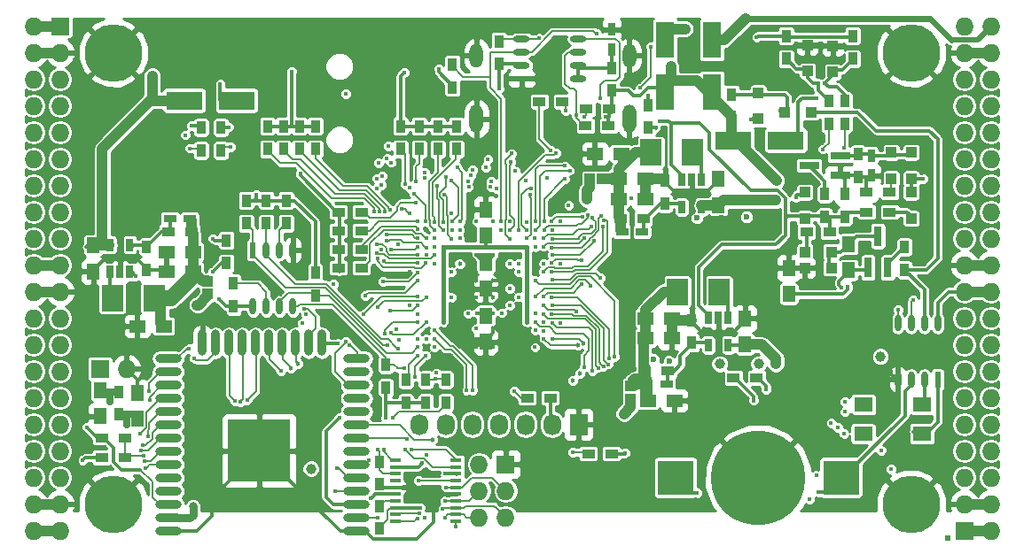
<source format=gbl>
G04 #@! TF.FileFunction,Copper,L4,Bot,Signal*
%FSLAX46Y46*%
G04 Gerber Fmt 4.6, Leading zero omitted, Abs format (unit mm)*
G04 Created by KiCad (PCBNEW 4.0.7+dfsg1-1) date Fri Dec  8 21:40:28 2017*
%MOMM*%
%LPD*%
G01*
G04 APERTURE LIST*
%ADD10C,0.100000*%
%ADD11R,1.727200X1.727200*%
%ADD12O,1.727200X1.727200*%
%ADD13R,0.500000X0.500000*%
%ADD14R,0.900000X1.200000*%
%ADD15R,1.000000X1.000000*%
%ADD16R,1.800000X3.500000*%
%ADD17R,2.000000X2.500000*%
%ADD18R,0.700000X1.200000*%
%ADD19R,1.250000X1.500000*%
%ADD20R,1.500000X1.250000*%
%ADD21R,0.800000X1.900000*%
%ADD22R,1.900000X0.800000*%
%ADD23R,1.200000X0.750000*%
%ADD24R,0.750000X1.200000*%
%ADD25R,1.200000X0.900000*%
%ADD26C,5.500000*%
%ADD27R,1.000000X0.400000*%
%ADD28R,1.727200X2.032000*%
%ADD29O,1.727200X2.032000*%
%ADD30R,3.500000X1.800000*%
%ADD31R,3.500000X3.300000*%
%ADD32C,9.000000*%
%ADD33O,1.300000X2.700000*%
%ADD34O,1.300000X2.300000*%
%ADD35R,0.600000X1.550000*%
%ADD36O,0.600000X1.550000*%
%ADD37R,1.550000X0.600000*%
%ADD38O,1.550000X0.600000*%
%ADD39O,2.500000X0.900000*%
%ADD40O,0.900000X2.500000*%
%ADD41R,6.000000X6.000000*%
%ADD42R,1.800000X1.400000*%
%ADD43C,0.600000*%
%ADD44C,1.000000*%
%ADD45C,0.400000*%
%ADD46C,0.454000*%
%ADD47C,0.800000*%
%ADD48C,0.700000*%
%ADD49C,0.300000*%
%ADD50C,0.190000*%
%ADD51C,1.000000*%
%ADD52C,0.600000*%
%ADD53C,0.500000*%
%ADD54C,0.800000*%
%ADD55C,0.700000*%
%ADD56C,0.400000*%
%ADD57C,0.200000*%
%ADD58C,1.500000*%
%ADD59C,0.127000*%
%ADD60C,1.200000*%
%ADD61C,0.254000*%
G04 APERTURE END LIST*
D10*
D11*
X97910000Y-62690000D03*
D12*
X95370000Y-62690000D03*
X97910000Y-65230000D03*
X95370000Y-65230000D03*
X97910000Y-67770000D03*
X95370000Y-67770000D03*
X97910000Y-70310000D03*
X95370000Y-70310000D03*
X97910000Y-72850000D03*
X95370000Y-72850000D03*
X97910000Y-75390000D03*
X95370000Y-75390000D03*
X97910000Y-77930000D03*
X95370000Y-77930000D03*
X97910000Y-80470000D03*
X95370000Y-80470000D03*
X97910000Y-83010000D03*
X95370000Y-83010000D03*
X97910000Y-85550000D03*
X95370000Y-85550000D03*
X97910000Y-88090000D03*
X95370000Y-88090000D03*
X97910000Y-90630000D03*
X95370000Y-90630000D03*
X97910000Y-93170000D03*
X95370000Y-93170000D03*
X97910000Y-95710000D03*
X95370000Y-95710000D03*
X97910000Y-98250000D03*
X95370000Y-98250000D03*
X97910000Y-100790000D03*
X95370000Y-100790000D03*
X97910000Y-103330000D03*
X95370000Y-103330000D03*
X97910000Y-105870000D03*
X95370000Y-105870000D03*
X97910000Y-108410000D03*
X95370000Y-108410000D03*
X97910000Y-110950000D03*
X95370000Y-110950000D03*
D13*
X182675150Y-111637626D03*
D14*
X103498000Y-99858000D03*
X103498000Y-97658000D03*
D15*
X152393000Y-97142000D03*
X152393000Y-98342000D03*
D16*
X155695000Y-69000000D03*
X155695000Y-64000000D03*
D14*
X154044000Y-72426000D03*
X154044000Y-70226000D03*
D17*
X160870000Y-88090000D03*
X156870000Y-88090000D03*
D18*
X159825000Y-90600000D03*
X160775000Y-90600000D03*
X161725000Y-90600000D03*
X161725000Y-93200000D03*
X159825000Y-93200000D03*
D17*
X102895000Y-88725000D03*
X106895000Y-88725000D03*
D18*
X104575000Y-86215000D03*
X103625000Y-86215000D03*
X102675000Y-86215000D03*
X102675000Y-83615000D03*
X104575000Y-83615000D03*
D17*
X158330000Y-74755000D03*
X154330000Y-74755000D03*
D18*
X157285000Y-77392000D03*
X158235000Y-77392000D03*
X159185000Y-77392000D03*
X159185000Y-79992000D03*
X157285000Y-79992000D03*
D19*
X101085000Y-83665000D03*
X101085000Y-86165000D03*
D20*
X153810000Y-90630000D03*
X156310000Y-90630000D03*
X153810000Y-92535000D03*
X156310000Y-92535000D03*
D19*
X163315000Y-93150000D03*
X163315000Y-90650000D03*
D20*
X151270000Y-79200000D03*
X153770000Y-79200000D03*
X151270000Y-77295000D03*
X153770000Y-77295000D03*
D19*
X160775000Y-79815000D03*
X160775000Y-77315000D03*
D20*
X110590000Y-84280000D03*
X108090000Y-84280000D03*
X110590000Y-86185000D03*
X108090000Y-86185000D03*
D19*
X173221000Y-86038000D03*
X173221000Y-83538000D03*
D21*
X176965000Y-85780000D03*
X175065000Y-85780000D03*
X176015000Y-82780000D03*
D22*
X172435000Y-75075000D03*
X172435000Y-76975000D03*
X169435000Y-76025000D03*
D23*
X153910000Y-96910000D03*
X155810000Y-96910000D03*
X151570000Y-82375000D03*
X153470000Y-82375000D03*
X110290000Y-81105000D03*
X108390000Y-81105000D03*
D24*
X175380000Y-75075000D03*
X175380000Y-76975000D03*
D25*
X169200000Y-82375000D03*
X171400000Y-82375000D03*
D14*
X172840000Y-80935000D03*
X172840000Y-78735000D03*
D25*
X177115000Y-80470000D03*
X174915000Y-80470000D03*
D14*
X174110000Y-74925000D03*
X174110000Y-77125000D03*
X178555000Y-83815000D03*
X178555000Y-86015000D03*
X113785000Y-83180000D03*
X113785000Y-85380000D03*
X170935000Y-80935000D03*
X170935000Y-78735000D03*
X128390000Y-108580000D03*
X128390000Y-110780000D03*
D25*
X150572000Y-103584000D03*
X148372000Y-103584000D03*
X177115000Y-78565000D03*
X174915000Y-78565000D03*
X153760000Y-95640000D03*
X155960000Y-95640000D03*
X110440000Y-82375000D03*
X108240000Y-82375000D03*
X151420000Y-81105000D03*
X153620000Y-81105000D03*
D14*
X158235000Y-90800000D03*
X158235000Y-93000000D03*
X106165000Y-86015000D03*
X106165000Y-83815000D03*
X155695000Y-77465000D03*
X155695000Y-79665000D03*
D25*
X126696000Y-85804000D03*
X124496000Y-85804000D03*
X126696000Y-84026000D03*
X124496000Y-84026000D03*
X126696000Y-82248000D03*
X124496000Y-82248000D03*
X126696000Y-80470000D03*
X124496000Y-80470000D03*
D14*
X130422000Y-74458000D03*
X130422000Y-72258000D03*
X132200000Y-74458000D03*
X132200000Y-72258000D03*
X133978000Y-74458000D03*
X133978000Y-72258000D03*
X135756000Y-74458000D03*
X135756000Y-72258000D03*
D24*
X150589600Y-64910000D03*
X150589600Y-63010000D03*
D11*
X184270000Y-110950000D03*
D12*
X186810000Y-110950000D03*
X184270000Y-108410000D03*
X186810000Y-108410000D03*
X184270000Y-105870000D03*
X186810000Y-105870000D03*
X184270000Y-103330000D03*
X186810000Y-103330000D03*
X184270000Y-100790000D03*
X186810000Y-100790000D03*
X184270000Y-98250000D03*
X186810000Y-98250000D03*
X184270000Y-95710000D03*
X186810000Y-95710000D03*
X184270000Y-93170000D03*
X186810000Y-93170000D03*
X184270000Y-90630000D03*
X186810000Y-90630000D03*
X184270000Y-88090000D03*
X186810000Y-88090000D03*
X184270000Y-85550000D03*
X186810000Y-85550000D03*
X184270000Y-83010000D03*
X186810000Y-83010000D03*
X184270000Y-80470000D03*
X186810000Y-80470000D03*
X184270000Y-77930000D03*
X186810000Y-77930000D03*
X184270000Y-75390000D03*
X186810000Y-75390000D03*
X184270000Y-72850000D03*
X186810000Y-72850000D03*
X184270000Y-70310000D03*
X186810000Y-70310000D03*
X184270000Y-67770000D03*
X186810000Y-67770000D03*
X184270000Y-65230000D03*
X186810000Y-65230000D03*
X184270000Y-62690000D03*
X186810000Y-62690000D03*
D26*
X102990000Y-108410000D03*
X179190000Y-108410000D03*
X179190000Y-65230000D03*
X102990000Y-65230000D03*
D14*
X162045000Y-71410000D03*
X162045000Y-69210000D03*
X139820000Y-66330000D03*
X139820000Y-64130000D03*
X135375000Y-68532000D03*
X135375000Y-66332000D03*
X150615000Y-68870000D03*
X150615000Y-66670000D03*
D25*
X150275000Y-72215000D03*
X148075000Y-72215000D03*
X150380000Y-70600000D03*
X148180000Y-70600000D03*
D27*
X135735000Y-104215000D03*
X135735000Y-104865000D03*
X135735000Y-105515000D03*
X135735000Y-106165000D03*
X135735000Y-106815000D03*
X135735000Y-107465000D03*
X135735000Y-108115000D03*
X135735000Y-108765000D03*
X135735000Y-109415000D03*
X135735000Y-110065000D03*
X129935000Y-110065000D03*
X129935000Y-109415000D03*
X129935000Y-108765000D03*
X129935000Y-108115000D03*
X129935000Y-107465000D03*
X129935000Y-106815000D03*
X129935000Y-106165000D03*
X129935000Y-105515000D03*
X129935000Y-104865000D03*
X129935000Y-104215000D03*
D14*
X119500000Y-79370000D03*
X119500000Y-81570000D03*
X114480000Y-89500000D03*
X114480000Y-87300000D03*
X129025000Y-97275000D03*
X129025000Y-95075000D03*
X117595000Y-79370000D03*
X117595000Y-81570000D03*
X122280000Y-86300000D03*
X122280000Y-88500000D03*
X115690000Y-79370000D03*
X115690000Y-81570000D03*
D25*
X144730000Y-98250000D03*
X142530000Y-98250000D03*
D14*
X132835000Y-98715000D03*
X132835000Y-96515000D03*
X130930000Y-98715000D03*
X130930000Y-96515000D03*
D25*
X101890000Y-103965000D03*
X104090000Y-103965000D03*
D11*
X101720000Y-95456000D03*
D12*
X104260000Y-95456000D03*
D25*
X104090000Y-102060000D03*
X101890000Y-102060000D03*
D19*
X167506000Y-88324000D03*
X167506000Y-85824000D03*
D25*
X164415000Y-96345000D03*
X162215000Y-96345000D03*
D14*
X167252000Y-65822000D03*
X167252000Y-63622000D03*
D11*
X140455000Y-104600000D03*
D12*
X137915000Y-104600000D03*
X140455000Y-107140000D03*
X137915000Y-107140000D03*
X140455000Y-109680000D03*
X137915000Y-109680000D03*
D19*
X138550000Y-90396000D03*
X138550000Y-92896000D03*
X138550000Y-82736000D03*
X138550000Y-80236000D03*
X138550000Y-85316000D03*
X138550000Y-87816000D03*
X101720000Y-97508000D03*
X101720000Y-100008000D03*
D14*
X113277000Y-74585000D03*
X113277000Y-72385000D03*
X111372000Y-74585000D03*
X111372000Y-72385000D03*
X172840000Y-72045000D03*
X172840000Y-69845000D03*
X171316000Y-72045000D03*
X171316000Y-69845000D03*
D28*
X147440000Y-100790000D03*
D29*
X144900000Y-100790000D03*
X142360000Y-100790000D03*
X139820000Y-100790000D03*
X137280000Y-100790000D03*
X134740000Y-100790000D03*
X132200000Y-100790000D03*
D19*
X105276000Y-100262000D03*
X105276000Y-97762000D03*
D30*
X109761000Y-69802000D03*
X114761000Y-69802000D03*
X167212000Y-73612000D03*
X162212000Y-73612000D03*
D16*
X160140000Y-64000000D03*
X160140000Y-69000000D03*
D20*
X154064000Y-98504000D03*
X156564000Y-98504000D03*
X107796000Y-91392000D03*
X105296000Y-91392000D03*
X151484000Y-74882000D03*
X148984000Y-74882000D03*
D14*
X173602000Y-65822000D03*
X173602000Y-63622000D03*
X134740000Y-96515000D03*
X134740000Y-98715000D03*
D31*
X172485000Y-105870000D03*
X156685000Y-105870000D03*
D32*
X164585000Y-105870000D03*
D15*
X169284000Y-66988000D03*
X169284000Y-64488000D03*
X171697000Y-67081000D03*
X171697000Y-64581000D03*
X169050000Y-84280000D03*
X171550000Y-84280000D03*
X179190000Y-81085000D03*
X179190000Y-78585000D03*
X169030000Y-81085000D03*
X169030000Y-78585000D03*
X171550000Y-85804000D03*
X169050000Y-85804000D03*
X179190000Y-77275000D03*
X179190000Y-74775000D03*
X177285000Y-74775000D03*
X177285000Y-77275000D03*
X167145000Y-70945000D03*
X169645000Y-70945000D03*
X164585000Y-69060000D03*
X164585000Y-71560000D03*
X112007000Y-87109000D03*
X112007000Y-88309000D03*
X149691000Y-77295000D03*
X148491000Y-77295000D03*
D14*
X128390000Y-106546000D03*
X128390000Y-104346000D03*
X117722000Y-74458000D03*
X117722000Y-72258000D03*
X119246000Y-74458000D03*
X119246000Y-72258000D03*
X120770000Y-74458000D03*
X120770000Y-72258000D03*
X122294000Y-74458000D03*
X122294000Y-72258000D03*
D25*
X145880000Y-69900000D03*
X143680000Y-69900000D03*
D33*
X152280000Y-71550000D03*
X137680000Y-71550000D03*
D34*
X137680000Y-65500000D03*
X152280000Y-65500000D03*
D35*
X181730000Y-96505000D03*
D36*
X180460000Y-96505000D03*
X179190000Y-96505000D03*
X177920000Y-96505000D03*
X177920000Y-91105000D03*
X179190000Y-91105000D03*
X180460000Y-91105000D03*
X181730000Y-91105000D03*
D37*
X141980000Y-67706500D03*
D38*
X141980000Y-66436500D03*
X141980000Y-65166500D03*
X141980000Y-63896500D03*
X147380000Y-63896500D03*
X147380000Y-65166500D03*
X147380000Y-66436500D03*
X147380000Y-67706500D03*
D35*
X116325000Y-84120000D03*
D36*
X117595000Y-84120000D03*
X118865000Y-84120000D03*
X120135000Y-84120000D03*
X120135000Y-89520000D03*
X118865000Y-89520000D03*
X117595000Y-89520000D03*
X116325000Y-89520000D03*
D39*
X126230000Y-111000000D03*
X126230000Y-109730000D03*
X126230000Y-108460000D03*
X126230000Y-107190000D03*
X126230000Y-105920000D03*
X126230000Y-104650000D03*
X126230000Y-103380000D03*
X126230000Y-102110000D03*
X126230000Y-100840000D03*
X126230000Y-99570000D03*
X126230000Y-98300000D03*
X126230000Y-97030000D03*
X126230000Y-95760000D03*
X126230000Y-94490000D03*
D40*
X122945000Y-93000000D03*
X121675000Y-93000000D03*
X120405000Y-93000000D03*
X119135000Y-93000000D03*
X117865000Y-93000000D03*
X116595000Y-93000000D03*
X115325000Y-93000000D03*
X114055000Y-93000000D03*
X112785000Y-93000000D03*
X111515000Y-93000000D03*
D39*
X108230000Y-94490000D03*
X108230000Y-95760000D03*
X108230000Y-97030000D03*
X108230000Y-98300000D03*
X108230000Y-99570000D03*
X108230000Y-100840000D03*
X108230000Y-102110000D03*
X108230000Y-103380000D03*
X108230000Y-104650000D03*
X108230000Y-105920000D03*
X108230000Y-107190000D03*
X108230000Y-108460000D03*
X108230000Y-109730000D03*
X108230000Y-111000000D03*
D41*
X116930000Y-103300000D03*
D42*
X180212000Y-98882000D03*
X174612000Y-98882000D03*
X174612000Y-101682000D03*
X180212000Y-101682000D03*
D43*
X152525938Y-81463870D03*
D44*
X162956098Y-95078488D03*
X158539988Y-94868772D03*
D43*
X161075765Y-80992022D03*
X164882869Y-80938986D03*
X156262773Y-81349374D03*
D44*
X177229911Y-82281349D03*
D43*
X123437000Y-108972000D03*
D45*
X132871770Y-84533979D03*
X132862998Y-82124544D03*
X131278306Y-86213101D03*
X135281276Y-80583119D03*
X131279502Y-89407325D03*
X170309539Y-85441529D03*
X145698456Y-91073766D03*
X145672808Y-85396062D03*
X144103186Y-84622010D03*
X133216000Y-107465000D03*
X137680000Y-88600000D03*
X142480000Y-95000000D03*
X141680000Y-92600000D03*
X140836000Y-84534000D03*
X135284627Y-94985297D03*
X135288625Y-94225619D03*
X134455822Y-94267172D03*
X136095958Y-93369652D03*
D46*
X139264636Y-91615205D03*
D44*
X116880503Y-64802940D03*
X106974809Y-64953974D03*
X175210328Y-64948943D03*
X165417246Y-64954666D03*
D45*
X175495631Y-71457432D03*
X145680000Y-94177990D03*
X177285000Y-95710000D03*
X140880000Y-81400000D03*
X136085174Y-89394826D03*
X145680000Y-81400000D03*
X140874194Y-91433353D03*
X142480000Y-94200000D03*
X140880000Y-93400000D03*
X139280000Y-93400000D03*
X137680000Y-93400000D03*
X136880000Y-92600000D03*
X135280000Y-92600000D03*
X132880000Y-91800000D03*
X132880000Y-93400000D03*
D46*
X141042859Y-86994997D03*
X139280000Y-87000000D03*
X136110990Y-86995403D03*
X137680000Y-87000000D03*
X136080000Y-84600000D03*
X139280000Y-88600000D03*
D44*
X106720415Y-67436305D03*
X166284693Y-95025145D03*
X166248957Y-79348409D03*
X166343357Y-77477990D03*
D45*
X172564535Y-87722010D03*
D44*
X121861867Y-105030174D03*
D45*
X150030853Y-71331848D03*
D44*
X156235582Y-66548363D03*
X101932065Y-82585048D03*
D45*
X127586603Y-107875044D03*
D44*
X157600000Y-62944000D03*
D45*
X109848000Y-73104000D03*
D44*
X160905403Y-95006436D03*
D43*
X158731133Y-81048929D03*
X154593901Y-94607945D03*
X156088245Y-94762980D03*
D44*
X164625730Y-94982471D03*
D43*
X163462982Y-80942429D03*
D44*
X176254940Y-94288458D03*
D47*
X110593913Y-108636458D03*
D45*
X180340784Y-77316932D03*
X148271935Y-77777990D03*
X173137949Y-87594275D03*
D44*
X148202454Y-79278787D03*
D48*
X102710050Y-98594954D03*
D45*
X154794000Y-72426000D03*
X129005202Y-100174798D03*
X137659051Y-91638034D03*
X139820000Y-68665673D03*
X172834633Y-99599920D03*
X172879922Y-98618650D03*
X176305593Y-103279812D03*
X164433885Y-63737451D03*
X134079160Y-66786153D03*
X116654336Y-78777990D03*
X112515000Y-83010000D03*
X100080000Y-104200000D03*
X113080000Y-88800000D03*
X135273306Y-88618602D03*
X139272517Y-84611349D03*
X137680556Y-84534085D03*
X141680000Y-86200000D03*
X135280000Y-86200000D03*
X132880000Y-92600000D03*
X132080000Y-92600000D03*
X141680000Y-88600000D03*
X141680000Y-85400000D03*
X165349214Y-97422919D03*
X121401947Y-90251871D03*
X129988160Y-91721995D03*
X130302262Y-92700329D03*
X121041200Y-91125073D03*
D44*
X110991000Y-89360000D03*
D45*
X142480000Y-91000000D03*
X142480000Y-83800000D03*
X134480000Y-83800000D03*
X134480000Y-91000000D03*
X105160274Y-86610828D03*
X125193541Y-69156848D03*
X155149360Y-71764535D03*
X170182962Y-69571012D03*
X170362901Y-107286196D03*
X158716651Y-107325176D03*
X128216338Y-109760338D03*
X132708000Y-109680000D03*
X137295592Y-97538017D03*
X134750646Y-106810513D03*
X133680000Y-91800000D03*
X136740903Y-97514503D03*
X134675868Y-108131585D03*
D46*
X133449289Y-102232615D03*
D45*
X133680000Y-92600000D03*
X132936956Y-103711000D03*
X127385678Y-104203668D03*
X133685482Y-93402296D03*
X134463998Y-108841973D03*
X131039072Y-102187000D03*
X131808905Y-96227367D03*
X134636872Y-109719950D03*
X132846234Y-94197073D03*
X120834553Y-76779094D03*
X130761990Y-67119621D03*
X147186000Y-71200000D03*
X147983153Y-71347080D03*
X149475951Y-69619684D03*
X153297112Y-68608292D03*
X177926984Y-89812061D03*
X154329326Y-64643767D03*
X152497066Y-79193467D03*
X146481406Y-79819384D03*
X143650666Y-63862520D03*
X179351513Y-88868327D03*
X149134122Y-63424051D03*
X140035989Y-81400000D03*
X115759823Y-98502036D03*
X132083026Y-86260405D03*
X128776655Y-87135140D03*
X119008515Y-95662939D03*
D46*
X119978162Y-95412951D03*
X120634035Y-94977604D03*
D45*
X113212238Y-68244401D03*
X146180000Y-70800000D03*
X131453853Y-103208291D03*
X149771692Y-81825658D03*
X144080000Y-86200000D03*
X149520824Y-86769192D03*
X144894316Y-86977564D03*
X144873936Y-83860397D03*
X149549750Y-80868432D03*
D46*
X147355672Y-93219294D03*
D45*
X144113248Y-92588762D03*
X144875155Y-86218896D03*
X149846468Y-81303978D03*
X144916886Y-83016385D03*
X148719886Y-81056015D03*
D46*
X147915304Y-93063131D03*
D45*
X144882352Y-92577990D03*
X148747982Y-95669626D03*
X144891634Y-91073766D03*
X149795895Y-95251084D03*
X144867244Y-90229755D03*
X150278898Y-95040253D03*
X144892596Y-89385743D03*
X150345974Y-94517527D03*
X144877648Y-88622010D03*
X150889207Y-94332565D03*
X143280000Y-87000000D03*
X130807074Y-95454141D03*
X130171404Y-93544341D03*
X132080000Y-93400000D03*
X129196652Y-93209125D03*
X133852393Y-95875797D03*
X141280000Y-97600000D03*
X133762848Y-96395146D03*
X132080000Y-94200000D03*
X128610772Y-84072485D03*
X105895603Y-103765816D03*
X130839486Y-103208291D03*
X132075624Y-89410644D03*
X129449238Y-89926948D03*
X128806823Y-103185900D03*
X128251440Y-89564206D03*
X132162861Y-106185868D03*
X132880000Y-88600000D03*
X124329568Y-104994951D03*
X127040053Y-88481065D03*
X132080000Y-87000000D03*
X125499542Y-93250681D03*
X124202418Y-107207639D03*
X132024412Y-109766775D03*
X110313517Y-74380698D03*
X132219727Y-109277292D03*
X114166000Y-74247000D03*
X135315381Y-81391918D03*
X135280062Y-77463305D03*
X134471370Y-81406751D03*
X134758050Y-77130140D03*
X132761172Y-77202673D03*
X132737245Y-76676207D03*
X128644933Y-77050030D03*
X128152012Y-77257840D03*
X128125571Y-78233647D03*
X110718734Y-94451783D03*
X128590544Y-77894041D03*
X110249038Y-93533767D03*
X106368514Y-97598098D03*
X131253134Y-78134216D03*
X106477197Y-98487772D03*
X132783339Y-81400004D03*
X131709326Y-78745875D03*
X132079024Y-82984045D03*
X129109095Y-82655074D03*
X105572759Y-101661319D03*
X106276126Y-101893466D03*
X132880889Y-83897835D03*
X129054383Y-83179239D03*
X129487667Y-84079929D03*
X132083682Y-83828056D03*
X105813763Y-102819336D03*
X132062099Y-84533979D03*
X128165458Y-83528763D03*
X105627254Y-103312241D03*
X128183315Y-84380742D03*
X105992720Y-104283802D03*
X133671942Y-84595200D03*
X132834641Y-85377990D03*
X128203260Y-84907376D03*
X106088753Y-104974041D03*
D46*
X146862501Y-96617499D03*
X147534467Y-95913260D03*
D45*
X147927932Y-95329243D03*
X143280000Y-91000000D03*
X149284391Y-95377990D03*
X144077013Y-90266968D03*
X147207648Y-89973043D03*
X144076240Y-89395301D03*
X143281824Y-90201951D03*
X144102010Y-85397219D03*
X147687522Y-85093328D03*
X144868096Y-85371354D03*
X148610669Y-81900026D03*
X144102010Y-83000000D03*
X144888125Y-82172374D03*
X147695541Y-87403214D03*
X144082832Y-88584510D03*
X148578814Y-87496879D03*
X143278026Y-88595030D03*
X144125486Y-82186468D03*
X148298275Y-80739810D03*
X144876540Y-81328363D03*
X147802234Y-80917812D03*
X139280000Y-81400000D03*
X139578623Y-78205862D03*
X139034115Y-78040948D03*
X139046749Y-77514088D03*
X138580000Y-76200000D03*
X138779198Y-75400762D03*
X137680000Y-81400000D03*
X137308732Y-76415018D03*
X137106948Y-76979922D03*
X136859538Y-77550820D03*
X136922059Y-78097889D03*
X136096392Y-81395070D03*
X135830698Y-76200613D03*
X148878722Y-83261032D03*
X144915665Y-84598743D03*
X148001372Y-82958777D03*
X144103186Y-83777990D03*
X142841210Y-78784254D03*
X142473549Y-82998913D03*
X142864275Y-78217369D03*
X142437464Y-82181475D03*
X146089079Y-77300571D03*
X144144931Y-81387081D03*
X144394875Y-77219934D03*
X146577729Y-76500816D03*
X143281475Y-82206074D03*
X146130802Y-76060132D03*
X143300920Y-81377293D03*
X145255695Y-74817220D03*
X141662690Y-82207782D03*
X142456909Y-81405800D03*
X140030954Y-82200000D03*
X141342967Y-76554996D03*
X141046643Y-74873804D03*
X140864029Y-83041403D03*
X140874966Y-82177164D03*
X140980062Y-75681941D03*
X115149319Y-98625494D03*
X132872609Y-82968555D03*
X132080007Y-82103333D03*
X132080000Y-81400000D03*
X131847310Y-79589886D03*
X130856828Y-77786820D03*
X131923295Y-77584853D03*
X133648389Y-82190597D03*
X133627359Y-81414685D03*
X129477855Y-92000822D03*
X132880000Y-91000000D03*
X128879646Y-92111037D03*
X132077648Y-90977990D03*
X131275302Y-80595752D03*
X130489904Y-80167235D03*
X128823114Y-85153560D03*
X132072985Y-85377990D03*
X134476508Y-82180155D03*
X133942383Y-77980766D03*
X163908850Y-71651861D03*
X135656559Y-110610712D03*
X132468001Y-104503413D03*
X146844288Y-103452739D03*
X132285867Y-108754446D03*
X134707351Y-105508447D03*
D48*
X104260000Y-100790000D03*
D45*
X114604320Y-98573680D03*
X112515000Y-86185000D03*
X164144561Y-98511733D03*
X170157734Y-105666345D03*
X169506589Y-107953726D03*
X170735900Y-74464979D03*
X143257990Y-83000000D03*
X168166438Y-79108038D03*
X151896383Y-103510715D03*
X114039000Y-72342000D03*
X110483000Y-72215000D03*
X143269694Y-93414905D03*
X177274002Y-105079115D03*
X172761273Y-101651681D03*
X143280000Y-91800000D03*
X172193360Y-101105663D03*
X144064831Y-91877646D03*
X171540304Y-100645743D03*
X144080000Y-91000000D03*
X135320520Y-82196441D03*
X129493343Y-75737814D03*
X136080000Y-82200000D03*
X129125079Y-75315804D03*
X136080000Y-83000000D03*
X129252218Y-74142461D03*
X142377451Y-77497451D03*
X172746637Y-74347988D03*
X143280000Y-83800000D03*
X170300000Y-68151000D03*
X170950000Y-68125562D03*
X125167387Y-92841517D03*
X121206217Y-89762554D03*
X132082956Y-90210779D03*
X182675150Y-111637626D03*
X124027706Y-87347706D03*
X124027707Y-87347707D03*
X166678914Y-70803555D03*
X129660000Y-100155000D03*
X124580000Y-100155000D03*
X132084049Y-88558274D03*
X126880008Y-90276109D03*
X128280000Y-103200000D03*
X120008000Y-67008000D03*
X127889625Y-80407426D03*
X133680000Y-85400000D03*
X130204628Y-83599483D03*
X128416582Y-80399850D03*
X133680000Y-83800000D03*
X128943593Y-80399729D03*
X133680000Y-83000000D03*
X129457990Y-80285112D03*
X144780000Y-74590382D03*
X124453000Y-93043000D03*
X137689001Y-90122990D03*
D44*
X151758000Y-99774000D03*
D45*
X136885174Y-90194826D03*
X140094890Y-90122990D03*
X139280000Y-90122990D03*
X140880000Y-89400000D03*
X140880000Y-87800000D03*
X140880000Y-85400000D03*
D46*
X136080000Y-85400000D03*
D45*
X128333179Y-75769807D03*
X134613000Y-78819000D03*
X135280000Y-83022010D03*
X154052298Y-69302298D03*
X100450000Y-101044000D03*
D49*
X155822000Y-83645000D02*
X155822000Y-81790147D01*
X155822000Y-81790147D02*
X156262773Y-81349374D01*
X153039876Y-83645000D02*
X155822000Y-83645000D01*
X152525938Y-83131062D02*
X153039876Y-83645000D01*
X152525938Y-81463870D02*
X152525938Y-83131062D01*
D50*
X138029000Y-66332000D02*
X138115000Y-66246000D01*
D49*
X133415999Y-107664999D02*
X133216000Y-107465000D01*
X133612013Y-107861013D02*
X133415999Y-107664999D01*
X131991648Y-111780338D02*
X133612013Y-110159973D01*
X127810434Y-111780338D02*
X131991648Y-111780338D01*
X133612013Y-110159973D02*
X133612013Y-107861013D01*
X127060434Y-111030338D02*
X127810434Y-111780338D01*
X126260434Y-111030338D02*
X127060434Y-111030338D01*
D51*
X184270000Y-108410000D02*
X186810000Y-108410000D01*
X184270000Y-85550000D02*
X186810000Y-85550000D01*
X184270000Y-65230000D02*
X186810000Y-65230000D01*
X95370000Y-65230000D02*
X97910000Y-65230000D01*
X95370000Y-88090000D02*
X97910000Y-88090000D01*
X95370000Y-108410000D02*
X97910000Y-108410000D01*
D49*
X108260434Y-111030338D02*
X109060434Y-111030338D01*
X109060434Y-111030338D02*
X109140772Y-110950000D01*
X110957617Y-110950000D02*
X112380000Y-109527617D01*
X109140772Y-110950000D02*
X110957617Y-110950000D01*
X112380000Y-109527617D02*
X112380000Y-107854384D01*
X112380000Y-107854384D02*
X116904046Y-103330338D01*
X116904046Y-103330338D02*
X116960434Y-103330338D01*
X167506000Y-85824000D02*
X169927068Y-85824000D01*
X169927068Y-85824000D02*
X170109540Y-85641528D01*
X170109540Y-85641528D02*
X170309539Y-85441529D01*
X104260000Y-95456000D02*
X105276000Y-96472000D01*
X105276000Y-96472000D02*
X105276000Y-97762000D01*
X133216000Y-107465000D02*
X132214478Y-107465000D01*
X135735000Y-107465000D02*
X133216000Y-107465000D01*
X132214478Y-107465000D02*
X131572496Y-106823018D01*
X131572496Y-106823018D02*
X129919874Y-106823018D01*
X126260434Y-111030338D02*
X124660659Y-111030338D01*
X124660659Y-111030338D02*
X116960659Y-103330338D01*
X116960659Y-103330338D02*
X116960434Y-103330338D01*
X129935000Y-106815000D02*
X128659000Y-106815000D01*
X128659000Y-106815000D02*
X128390000Y-106546000D01*
X128390000Y-106546000D02*
X128558000Y-106546000D01*
X136126306Y-93400000D02*
X136095958Y-93369652D01*
X136880000Y-92600000D02*
X136110348Y-93369652D01*
X136049652Y-93369652D02*
X136095958Y-93369652D01*
X137680000Y-93400000D02*
X136126306Y-93400000D01*
X135280000Y-92600000D02*
X136049652Y-93369652D01*
X136110348Y-93369652D02*
X136095958Y-93369652D01*
X139264636Y-92054364D02*
X139264636Y-91936231D01*
X139264636Y-91936231D02*
X139264636Y-91615205D01*
X138550000Y-92769000D02*
X139264636Y-92054364D01*
X136880000Y-92600000D02*
X137680000Y-93400000D01*
X136880000Y-92600000D02*
X138381000Y-92600000D01*
X138381000Y-92600000D02*
X138550000Y-92769000D01*
X135280000Y-92600000D02*
X136880000Y-92600000D01*
X138550000Y-92769000D02*
X138649000Y-92769000D01*
X138649000Y-92769000D02*
X139280000Y-93400000D01*
X138550000Y-92769000D02*
X138311000Y-92769000D01*
X138311000Y-92769000D02*
X137680000Y-93400000D01*
X175042385Y-64781000D02*
X175210328Y-64948943D01*
X171697000Y-64781000D02*
X175042385Y-64781000D01*
X165683912Y-64688000D02*
X165417246Y-64954666D01*
X169284000Y-64688000D02*
X165683912Y-64688000D01*
X169284000Y-64688000D02*
X171604000Y-64688000D01*
X171604000Y-64688000D02*
X171697000Y-64781000D01*
X177285000Y-95710000D02*
X177285000Y-95964000D01*
X177285000Y-95964000D02*
X177920000Y-96599000D01*
X102210000Y-84915000D02*
X103625000Y-84915000D01*
X103625000Y-84915000D02*
X105215000Y-84915000D01*
X103625000Y-86215000D02*
X103625000Y-84915000D01*
X105215000Y-84915000D02*
X106165000Y-85865000D01*
X106165000Y-85865000D02*
X106165000Y-86015000D01*
X101085000Y-86165000D02*
X101085000Y-86040000D01*
X101085000Y-86040000D02*
X102210000Y-84915000D01*
X106165000Y-86015000D02*
X107920000Y-86015000D01*
X107920000Y-86015000D02*
X108090000Y-86185000D01*
D51*
X153770000Y-77295000D02*
X155525000Y-77295000D01*
D49*
X155525000Y-77295000D02*
X155695000Y-77465000D01*
D51*
X153770000Y-79200000D02*
X153770000Y-77295000D01*
D49*
X174110000Y-77125000D02*
X174745000Y-77125000D01*
X174745000Y-77125000D02*
X175230000Y-77125000D01*
X174915000Y-78565000D02*
X174915000Y-77295000D01*
X174915000Y-77295000D02*
X174745000Y-77125000D01*
X172840000Y-78735000D02*
X172840000Y-77380000D01*
X172840000Y-77380000D02*
X172435000Y-76975000D01*
X175230000Y-77125000D02*
X175380000Y-76975000D01*
X172435000Y-76975000D02*
X173960000Y-76975000D01*
X173960000Y-76975000D02*
X174110000Y-77125000D01*
X137680000Y-86200000D02*
X137680000Y-86600000D01*
X136080000Y-84600000D02*
X137680000Y-86200000D01*
X159850000Y-78365000D02*
X158235000Y-78365000D01*
X158235000Y-78365000D02*
X156445000Y-78365000D01*
X158235000Y-77235000D02*
X158235000Y-78365000D01*
X160775000Y-77315000D02*
X160775000Y-77440000D01*
X160775000Y-77440000D02*
X159850000Y-78365000D01*
X156445000Y-78365000D02*
X155695000Y-77615000D01*
X155695000Y-77615000D02*
X155695000Y-77465000D01*
D51*
X156310000Y-90630000D02*
X156310000Y-92535000D01*
X158235000Y-90800000D02*
X156480000Y-90800000D01*
D49*
X156480000Y-90800000D02*
X156310000Y-90630000D01*
X163315000Y-90650000D02*
X163315000Y-90834602D01*
X163315000Y-90834602D02*
X162249602Y-91900000D01*
X162249602Y-91900000D02*
X160775000Y-91900000D01*
X101085000Y-86165000D02*
X101085000Y-85929893D01*
X106165000Y-85944374D02*
X106165000Y-86015000D01*
X159185000Y-91900000D02*
X160775000Y-91900000D01*
X160775000Y-90600000D02*
X160775000Y-91900000D01*
X158235000Y-90800000D02*
X158235000Y-90950000D01*
X158235000Y-90950000D02*
X159185000Y-91900000D01*
X108090000Y-84280000D02*
X108090000Y-86185000D01*
X107625000Y-84745000D02*
X108090000Y-84280000D01*
X108070000Y-84260000D02*
X108090000Y-84280000D01*
X141037856Y-87000000D02*
X141042859Y-86994997D01*
X139280000Y-87000000D02*
X141037856Y-87000000D01*
X136432016Y-86995403D02*
X136110990Y-86995403D01*
X137284597Y-86995403D02*
X136432016Y-86995403D01*
X137680000Y-86600000D02*
X137284597Y-86995403D01*
X137680000Y-86600000D02*
X137680000Y-87000000D01*
D51*
X106720415Y-69627585D02*
X106720415Y-68143411D01*
X106407114Y-69940886D02*
X106720415Y-69627585D01*
X106720415Y-68143411D02*
X106720415Y-67436305D01*
X166284693Y-94494693D02*
X166284693Y-95025145D01*
X164940000Y-93150000D02*
X166284693Y-94494693D01*
X163315000Y-93150000D02*
X164940000Y-93150000D01*
X165541851Y-79348409D02*
X166248957Y-79348409D01*
X161241591Y-79348409D02*
X165541851Y-79348409D01*
X160790000Y-79800000D02*
X161241591Y-79348409D01*
D49*
X150615000Y-68870000D02*
X152180000Y-68870000D01*
X153331001Y-69348999D02*
X152658999Y-69348999D01*
X152658999Y-69348999D02*
X152180000Y-68870000D01*
X154087002Y-68592998D02*
X155287998Y-68592998D01*
X153331001Y-69348999D02*
X154087002Y-68592998D01*
X155287998Y-68592998D02*
X155695000Y-69000000D01*
D51*
X162045000Y-71410000D02*
X162045000Y-73179633D01*
X162045000Y-73179633D02*
X165843358Y-76977991D01*
X165843358Y-76977991D02*
X166343357Y-77477990D01*
D49*
X101085000Y-83665000D02*
X101684316Y-83665000D01*
X101684316Y-83665000D02*
X101913492Y-83435824D01*
D51*
X101913492Y-83435824D02*
X101913492Y-82603621D01*
D49*
X101913492Y-82603621D02*
X101932065Y-82585048D01*
X172296000Y-87453475D02*
X172364536Y-87522011D01*
X172364536Y-87522011D02*
X172564535Y-87722010D01*
X172296000Y-87088000D02*
X172296000Y-87453475D01*
X173221000Y-86038000D02*
X173221000Y-86163000D01*
X173221000Y-86163000D02*
X172296000Y-87088000D01*
X150275000Y-71465000D02*
X150380000Y-71360000D01*
X150380000Y-71360000D02*
X150380000Y-70600000D01*
X150615000Y-70935000D02*
X150615000Y-69995990D01*
X150615000Y-69995990D02*
X150615000Y-68870000D01*
X150313695Y-71331848D02*
X150030853Y-71331848D01*
X150141848Y-71331848D02*
X150030853Y-71331848D01*
X150275000Y-71465000D02*
X150141848Y-71331848D01*
X150275000Y-72215000D02*
X150275000Y-71465000D01*
X160140000Y-69000000D02*
X160140000Y-69850000D01*
X160140000Y-69850000D02*
X161700000Y-71410000D01*
D51*
X156235582Y-67716832D02*
X156235582Y-66548363D01*
X158681338Y-67896338D02*
X156415088Y-67896338D01*
X156415088Y-67896338D02*
X156235582Y-67716832D01*
D49*
X156235582Y-66578582D02*
X156235582Y-66548363D01*
D51*
X101932065Y-81877942D02*
X101932065Y-82585048D01*
X101932065Y-74415935D02*
X101932065Y-81877942D01*
X106407114Y-69940886D02*
X101932065Y-74415935D01*
D49*
X110610000Y-69548000D02*
X110610000Y-69802000D01*
D51*
X109975000Y-69802000D02*
X106546000Y-69802000D01*
X106546000Y-69802000D02*
X106419000Y-69929000D01*
X106419000Y-69929000D02*
X106407114Y-69940886D01*
D49*
X106419000Y-69675000D02*
X106419000Y-69929000D01*
X100572432Y-83665000D02*
X100424079Y-83813353D01*
X101085000Y-83665000D02*
X100572432Y-83665000D01*
X160790000Y-79800000D02*
X160775000Y-79815000D01*
X160775000Y-79940000D02*
X160775000Y-79815000D01*
X164925000Y-93150000D02*
X164240000Y-93150000D01*
X164240000Y-93150000D02*
X163315000Y-93150000D01*
X101085000Y-83665000D02*
X101085000Y-83790000D01*
D51*
X159185000Y-79835000D02*
X160755000Y-79835000D01*
D49*
X160755000Y-79835000D02*
X160775000Y-79815000D01*
X161725000Y-93200000D02*
X163265000Y-93200000D01*
X163265000Y-93200000D02*
X163315000Y-93150000D01*
X173221000Y-86038000D02*
X174807000Y-86038000D01*
X174807000Y-86038000D02*
X175065000Y-85780000D01*
D51*
X101085000Y-83665000D02*
X102625000Y-83665000D01*
D49*
X102625000Y-83665000D02*
X102675000Y-83615000D01*
X161700000Y-71410000D02*
X162045000Y-71410000D01*
D51*
X162045000Y-71410000D02*
X162045000Y-71260000D01*
X162045000Y-71260000D02*
X158681338Y-67896338D01*
D49*
X162045000Y-71753000D02*
X162045000Y-71410000D01*
X127786602Y-107675045D02*
X127586603Y-107875044D01*
X129935000Y-107465000D02*
X127996647Y-107465000D01*
X127996647Y-107465000D02*
X127786602Y-107675045D01*
X155695000Y-64000000D02*
X155695000Y-63368337D01*
X155695000Y-63368337D02*
X156119337Y-62944000D01*
D51*
X156119337Y-62944000D02*
X157600000Y-62944000D01*
X160140000Y-64000000D02*
X161340000Y-64000000D01*
X161340000Y-64000000D02*
X163399217Y-61940783D01*
D52*
X163399217Y-61940783D02*
X180980783Y-61940783D01*
D53*
X185540000Y-63960000D02*
X186810000Y-62690000D01*
D52*
X180980783Y-61940783D02*
X183000000Y-63960000D01*
D53*
X183000000Y-63960000D02*
X185540000Y-63960000D01*
D54*
X110593913Y-109202143D02*
X110593913Y-108636458D01*
X110593913Y-109476859D02*
X110593913Y-109202143D01*
X110310434Y-109760338D02*
X110593913Y-109476859D01*
X108260434Y-109760338D02*
X110310434Y-109760338D01*
D49*
X179190000Y-77075000D02*
X179431932Y-77316932D01*
X179431932Y-77316932D02*
X180057942Y-77316932D01*
X180057942Y-77316932D02*
X180340784Y-77316932D01*
D51*
X184270000Y-110950000D02*
X186810000Y-110950000D01*
X184270000Y-88090000D02*
X186810000Y-88090000D01*
X95370000Y-62690000D02*
X97910000Y-62690000D01*
X95370000Y-85550000D02*
X97910000Y-85550000D01*
X95370000Y-110950000D02*
X97910000Y-110950000D01*
D49*
X179190000Y-78585000D02*
X179190000Y-77275000D01*
X148471934Y-77577991D02*
X148271935Y-77777990D01*
X148491000Y-77295000D02*
X148491000Y-77558925D01*
X148491000Y-77558925D02*
X148471934Y-77577991D01*
X148202000Y-78022023D02*
X148271935Y-77952088D01*
X148271935Y-77952088D02*
X148271935Y-77777990D01*
X129025000Y-97275000D02*
X129025000Y-98800000D01*
X129025000Y-98800000D02*
X129025000Y-100155000D01*
X130930000Y-98715000D02*
X129110000Y-98715000D01*
X129110000Y-98715000D02*
X129025000Y-98800000D01*
X167506000Y-88324000D02*
X172691066Y-88324000D01*
X172691066Y-88324000D02*
X173137949Y-87877117D01*
X173137949Y-87877117D02*
X173137949Y-87594275D01*
D51*
X148202454Y-78413536D02*
X148202454Y-78571681D01*
X148202000Y-78413082D02*
X148202454Y-78413536D01*
X148202454Y-78571681D02*
X148202454Y-79278787D01*
D55*
X102710050Y-97683950D02*
X102710050Y-98099980D01*
X102736000Y-97658000D02*
X102710050Y-97683950D01*
X102710050Y-98099980D02*
X102710050Y-98594954D01*
X102736000Y-97658000D02*
X101870000Y-97658000D01*
X103498000Y-97658000D02*
X102736000Y-97658000D01*
D49*
X101870000Y-97658000D02*
X101720000Y-97508000D01*
X148202000Y-78413082D02*
X148491000Y-78124082D01*
D51*
X148491000Y-78124082D02*
X148491000Y-77295000D01*
X148202000Y-78413082D02*
X148439744Y-78175338D01*
D49*
X154806000Y-72438000D02*
X154794000Y-72426000D01*
X154044000Y-72426000D02*
X154794000Y-72426000D01*
X129025000Y-100155000D02*
X129005202Y-100174798D01*
X129025000Y-97275000D02*
X129025000Y-98175000D01*
X132835000Y-98715000D02*
X130930000Y-98715000D01*
X173602000Y-63706000D02*
X167336000Y-63706000D01*
X167336000Y-63706000D02*
X167252000Y-63622000D01*
X167252000Y-63622000D02*
X164549336Y-63622000D01*
X164549336Y-63622000D02*
X164433885Y-63737451D01*
X138550000Y-85042000D02*
X138188471Y-85042000D01*
X138188471Y-85042000D02*
X137680556Y-84534085D01*
X138550000Y-85042000D02*
X138841866Y-85042000D01*
X138841866Y-85042000D02*
X139272517Y-84611349D01*
X137680556Y-84534085D02*
X139195253Y-84534085D01*
X139195253Y-84534085D02*
X139272517Y-84611349D01*
X139820000Y-66330000D02*
X139820000Y-68665673D01*
X165349214Y-97129214D02*
X165349214Y-97422919D01*
X164565000Y-96345000D02*
X165349214Y-97129214D01*
X164415000Y-96345000D02*
X164565000Y-96345000D01*
X134079160Y-67068995D02*
X134079160Y-66786153D01*
X134079160Y-67086160D02*
X134079160Y-67068995D01*
X135375000Y-68382000D02*
X134079160Y-67086160D01*
X135375000Y-68532000D02*
X135375000Y-68382000D01*
X116654336Y-79155664D02*
X116654336Y-79060832D01*
X115690000Y-79370000D02*
X116440000Y-79370000D01*
X116440000Y-79370000D02*
X116654336Y-79155664D01*
X116654336Y-79060832D02*
X116654336Y-78777990D01*
X181730000Y-89106000D02*
X182746000Y-88090000D01*
X182746000Y-88090000D02*
X184270000Y-88090000D01*
X181730000Y-91011000D02*
X181730000Y-89106000D01*
X144730000Y-98250000D02*
X144730000Y-99266000D01*
X144730000Y-99266000D02*
X144730000Y-99400000D01*
X144730000Y-99400000D02*
X144730000Y-100620000D01*
X113785000Y-83180000D02*
X112685000Y-83180000D01*
X112685000Y-83180000D02*
X112515000Y-83010000D01*
X122280000Y-86300000D02*
X122280000Y-81400000D01*
X122280000Y-81400000D02*
X120250000Y-79370000D01*
X120250000Y-79370000D02*
X119500000Y-79370000D01*
X100315000Y-103965000D02*
X100080000Y-104200000D01*
X101890000Y-103965000D02*
X100315000Y-103965000D01*
X117595000Y-79370000D02*
X119500000Y-79370000D01*
X115690000Y-79370000D02*
X117595000Y-79370000D01*
X114480000Y-89500000D02*
X113780000Y-89500000D01*
X113780000Y-89500000D02*
X113080000Y-88800000D01*
X114480000Y-89500000D02*
X116305000Y-89500000D01*
X116305000Y-89500000D02*
X116325000Y-89520000D01*
X144900000Y-98250000D02*
X144730000Y-98250000D01*
X144730000Y-100620000D02*
X144900000Y-100790000D01*
X139820000Y-66330000D02*
X141875000Y-66330000D01*
X141875000Y-66330000D02*
X141980000Y-66435000D01*
X156010000Y-95710000D02*
X156524914Y-95710000D01*
X156524914Y-95710000D02*
X157145126Y-95089788D01*
X157145126Y-95089788D02*
X157145126Y-94239874D01*
X157145126Y-94239874D02*
X158235000Y-93150000D01*
X158235000Y-93150000D02*
X158235000Y-93000000D01*
X155960000Y-95640000D02*
X155960000Y-96760000D01*
X155960000Y-96760000D02*
X155810000Y-96910000D01*
X158235000Y-93000000D02*
X159625000Y-93000000D01*
X159625000Y-93000000D02*
X159825000Y-93200000D01*
D51*
X112007000Y-88471000D02*
X111118000Y-89360000D01*
X111118000Y-89360000D02*
X110991000Y-89360000D01*
D49*
X112007000Y-88359000D02*
X112007000Y-88471000D01*
D56*
X137480000Y-83800000D02*
X138550000Y-83800000D01*
X138550000Y-83800000D02*
X142480000Y-83800000D01*
D49*
X138550000Y-83298000D02*
X138550000Y-83800000D01*
D56*
X134480000Y-83800000D02*
X137480000Y-83800000D01*
X142480000Y-83800000D02*
X142480000Y-91000000D01*
X134480000Y-91000000D02*
X134480000Y-83800000D01*
D49*
X167183550Y-79184144D02*
X167183550Y-81105000D01*
X163850815Y-78403160D02*
X166402566Y-78403160D01*
X159926293Y-72922306D02*
X159926293Y-74478638D01*
X159003987Y-72000000D02*
X159926293Y-72922306D01*
X156280000Y-72000000D02*
X159003987Y-72000000D01*
X166402566Y-78403160D02*
X167183550Y-79184144D01*
X159926293Y-74478638D02*
X163850815Y-78403160D01*
X104960275Y-86410829D02*
X105160274Y-86610828D01*
X104764446Y-86215000D02*
X104960275Y-86410829D01*
X104575000Y-86215000D02*
X104764446Y-86215000D01*
X167183550Y-81105000D02*
X167183550Y-82681450D01*
X166265000Y-83600000D02*
X161080000Y-83600000D01*
X167183550Y-82681450D02*
X166265000Y-83600000D01*
X161080000Y-83600000D02*
X158880000Y-85800000D01*
X158880000Y-85800000D02*
X158880000Y-89400000D01*
X158880000Y-89400000D02*
X159825000Y-90345000D01*
X159825000Y-90345000D02*
X159825000Y-90600000D01*
X156280000Y-72000000D02*
X156044535Y-71764535D01*
X156044535Y-71764535D02*
X155432202Y-71764535D01*
X155432202Y-71764535D02*
X155149360Y-71764535D01*
X169030000Y-80885000D02*
X167403550Y-80885000D01*
X167403550Y-80885000D02*
X167183550Y-81105000D01*
X156280000Y-75980000D02*
X156280000Y-72000000D01*
X157285000Y-77235000D02*
X157285000Y-76985000D01*
X157285000Y-76985000D02*
X156280000Y-75980000D01*
X168980000Y-80885000D02*
X169030000Y-80885000D01*
X169030000Y-80885000D02*
X170885000Y-80885000D01*
X170885000Y-80885000D02*
X170935000Y-80935000D01*
X170935000Y-80935000D02*
X171570000Y-80935000D01*
X171570000Y-80935000D02*
X172840000Y-80935000D01*
X171400000Y-82375000D02*
X171400000Y-81105000D01*
X171400000Y-81105000D02*
X171570000Y-80935000D01*
X174915000Y-80470000D02*
X173305000Y-80470000D01*
X173305000Y-80470000D02*
X172840000Y-80935000D01*
X155210000Y-79665000D02*
X155695000Y-79665000D01*
X153620000Y-81105000D02*
X153770000Y-81105000D01*
X153770000Y-81105000D02*
X155210000Y-79665000D01*
X153620000Y-81105000D02*
X153620000Y-82225000D01*
X153620000Y-82225000D02*
X153470000Y-82375000D01*
X155695000Y-79665000D02*
X157115000Y-79665000D01*
X155525000Y-79835000D02*
X155695000Y-79665000D01*
X157115000Y-79665000D02*
X157285000Y-79835000D01*
X104575000Y-83615000D02*
X105965000Y-83615000D01*
X104775000Y-83815000D02*
X104575000Y-83615000D01*
X108240000Y-82375000D02*
X107605000Y-82375000D01*
X107605000Y-82375000D02*
X106165000Y-83815000D01*
X105965000Y-83615000D02*
X106165000Y-83815000D01*
X108070000Y-82545000D02*
X108240000Y-82375000D01*
X108390000Y-81105000D02*
X108390000Y-82225000D01*
X108390000Y-82225000D02*
X108240000Y-82375000D01*
X168141000Y-73485000D02*
X168402683Y-73223317D01*
X168402683Y-73223317D02*
X168402683Y-69932420D01*
X168402683Y-69932420D02*
X168764091Y-69571012D01*
X168764091Y-69571012D02*
X169900120Y-69571012D01*
X169900120Y-69571012D02*
X170182962Y-69571012D01*
X170645743Y-107286196D02*
X170362901Y-107286196D01*
X171252736Y-107286196D02*
X170645743Y-107286196D01*
X178585200Y-99953732D02*
X171252736Y-107286196D01*
X178585200Y-97635600D02*
X178585200Y-99953732D01*
X179190000Y-97030800D02*
X178585200Y-97635600D01*
X179190000Y-96599000D02*
X179190000Y-97030800D01*
X158433809Y-107325176D02*
X158716651Y-107325176D01*
X158140176Y-107325176D02*
X158433809Y-107325176D01*
X156685000Y-105870000D02*
X158140176Y-107325176D01*
D50*
X126260434Y-109760338D02*
X128216338Y-109760338D01*
X126260434Y-109760338D02*
X127060434Y-109760338D01*
X127060434Y-109760338D02*
X127107096Y-109807000D01*
X137295592Y-97255175D02*
X137295592Y-97538017D01*
X135181878Y-93301878D02*
X135425772Y-93301878D01*
X135425772Y-93301878D02*
X137295592Y-95171698D01*
X133680000Y-91800000D02*
X135181878Y-93301878D01*
X137295592Y-95171698D02*
X137295592Y-97255175D01*
X137254415Y-105873269D02*
X139188269Y-105873269D01*
X139188269Y-105873269D02*
X140455000Y-107140000D01*
X135735000Y-106856777D02*
X135718950Y-106872827D01*
X135718950Y-106872827D02*
X135656636Y-106810513D01*
X135656636Y-106810513D02*
X135033488Y-106810513D01*
X135033488Y-106810513D02*
X134750646Y-106810513D01*
X137254415Y-105873269D02*
X136254857Y-106872827D01*
X135735000Y-106815000D02*
X135735000Y-106856777D01*
X136254857Y-106872827D02*
X135718950Y-106872827D01*
X133449289Y-102232615D02*
X131722624Y-102232615D01*
X127700434Y-100870338D02*
X126260434Y-100870338D01*
X131722624Y-102232615D02*
X130360347Y-100870338D01*
X130360347Y-100870338D02*
X127700434Y-100870338D01*
X134698889Y-93618889D02*
X135294462Y-93618889D01*
X136740903Y-95065330D02*
X136740903Y-97231661D01*
X133680000Y-92600000D02*
X134698889Y-93618889D01*
X135294462Y-93618889D02*
X136740903Y-95065330D01*
X136740903Y-97231661D02*
X136740903Y-97514503D01*
X135735000Y-108115000D02*
X136940000Y-108115000D01*
X136940000Y-108115000D02*
X137915000Y-107140000D01*
X135644172Y-108131585D02*
X134958710Y-108131585D01*
X134958710Y-108131585D02*
X134675868Y-108131585D01*
X135669098Y-108106659D02*
X135644172Y-108131585D01*
X135726659Y-108106659D02*
X135669098Y-108106659D01*
X135735000Y-108115000D02*
X135726659Y-108106659D01*
X126909008Y-104680338D02*
X127185679Y-104403667D01*
X126260434Y-104680338D02*
X126909008Y-104680338D01*
X127185679Y-104403667D02*
X127385678Y-104203668D01*
X135735000Y-108765000D02*
X136425000Y-108765000D01*
X136595601Y-108594399D02*
X139369399Y-108594399D01*
X139369399Y-108594399D02*
X139591401Y-108816401D01*
X136425000Y-108765000D02*
X136595601Y-108594399D01*
X139591401Y-108816401D02*
X140455000Y-109680000D01*
X134540971Y-108765000D02*
X134463998Y-108841973D01*
X135735000Y-108765000D02*
X134540971Y-108765000D01*
X126260434Y-102140338D02*
X130992410Y-102140338D01*
X130992410Y-102140338D02*
X131039072Y-102187000D01*
X131808905Y-95944525D02*
X131808905Y-96227367D01*
X131808905Y-95234402D02*
X131808905Y-95944525D01*
X132846234Y-94197073D02*
X131808905Y-95234402D01*
X136690000Y-109680000D02*
X137915000Y-109680000D01*
X135735000Y-109415000D02*
X136425000Y-109415000D01*
X136425000Y-109415000D02*
X136690000Y-109680000D01*
X134636872Y-109719950D02*
X134941822Y-109415000D01*
X134941822Y-109415000D02*
X135735000Y-109415000D01*
D49*
X180460000Y-87920000D02*
X178555000Y-86015000D01*
X180460000Y-91011000D02*
X180460000Y-87920000D01*
X169445000Y-70945000D02*
X174084740Y-70945000D01*
X174084740Y-70945000D02*
X175826942Y-72687202D01*
X175826942Y-72687202D02*
X180932202Y-72687202D01*
X180932202Y-72687202D02*
X181730000Y-73485000D01*
X181730000Y-73485000D02*
X181730000Y-84915000D01*
X181730000Y-84915000D02*
X180630000Y-86015000D01*
X180630000Y-86015000D02*
X178555000Y-86015000D01*
X176015000Y-82780000D02*
X173979000Y-82780000D01*
X173979000Y-82780000D02*
X173221000Y-83538000D01*
X171350000Y-84280000D02*
X172479000Y-84280000D01*
X172479000Y-84280000D02*
X173221000Y-83538000D01*
X171350000Y-84280000D02*
X171350000Y-85804000D01*
X177285000Y-74975000D02*
X179190000Y-74975000D01*
X175380000Y-75075000D02*
X177185000Y-75075000D01*
X177185000Y-75075000D02*
X177285000Y-74975000D01*
X174110000Y-74925000D02*
X175230000Y-74925000D01*
X175230000Y-74925000D02*
X175380000Y-75075000D01*
X172435000Y-75075000D02*
X173960000Y-75075000D01*
X173960000Y-75075000D02*
X174110000Y-74925000D01*
X169200000Y-82375000D02*
X169200000Y-84230000D01*
X169200000Y-84230000D02*
X169250000Y-84280000D01*
X177115000Y-80470000D02*
X178775000Y-80470000D01*
X178775000Y-80470000D02*
X179190000Y-80885000D01*
X176965000Y-85780000D02*
X176965000Y-85405000D01*
X176965000Y-85405000D02*
X178555000Y-83815000D01*
X181730000Y-100536000D02*
X180784000Y-101482000D01*
X180784000Y-101482000D02*
X179412000Y-101482000D01*
X181730000Y-96599000D02*
X181730000Y-100536000D01*
X180460000Y-96599000D02*
X180460000Y-99057757D01*
X180460000Y-99057757D02*
X180446075Y-99071682D01*
X170935000Y-78735000D02*
X170935000Y-77525000D01*
X170935000Y-77525000D02*
X169435000Y-76025000D01*
D50*
X177285000Y-77075000D02*
X177285000Y-78395000D01*
X177285000Y-78395000D02*
X177115000Y-78565000D01*
D49*
X124496000Y-80470000D02*
X124346000Y-80470000D01*
X120834553Y-76958553D02*
X120834553Y-76779094D01*
X124346000Y-80470000D02*
X120834553Y-76958553D01*
X124582000Y-80470000D02*
X124432000Y-80470000D01*
X124582000Y-84279000D02*
X124582000Y-86185000D01*
X124582000Y-82375000D02*
X124582000Y-84279000D01*
X124582000Y-80470000D02*
X124582000Y-82375000D01*
X132200000Y-72258000D02*
X130422000Y-72258000D01*
X133978000Y-72258000D02*
X132200000Y-72258000D01*
X135756000Y-72258000D02*
X133978000Y-72258000D01*
X135748350Y-72191002D02*
X135722352Y-72217000D01*
X130402940Y-67478671D02*
X130761990Y-67119621D01*
X130402940Y-72217000D02*
X130402940Y-67478671D01*
D50*
X147380000Y-65165000D02*
X146460390Y-65165000D01*
X146586447Y-68691785D02*
X146964785Y-68691785D01*
X146460390Y-65165000D02*
X146133498Y-65491892D01*
X146133498Y-65491892D02*
X146133498Y-68238836D01*
X146133498Y-68238836D02*
X146586447Y-68691785D01*
X146964785Y-68691785D02*
X147186000Y-68913000D01*
X147186000Y-68913000D02*
X147186000Y-71200000D01*
X147186000Y-71476000D02*
X147186000Y-71200000D01*
X148075000Y-72215000D02*
X147925000Y-72215000D01*
X147925000Y-72215000D02*
X147186000Y-71476000D01*
X148075000Y-72215000D02*
X148075000Y-71961000D01*
X147380000Y-63895000D02*
X150955962Y-63895000D01*
X150955962Y-63895000D02*
X151352044Y-64291082D01*
X151352044Y-67579418D02*
X151043301Y-67888161D01*
X151352044Y-64291082D02*
X151352044Y-67579418D01*
X151043301Y-67888161D02*
X149894932Y-67888161D01*
X149894932Y-67888161D02*
X149475951Y-68307142D01*
X149475951Y-68307142D02*
X149475951Y-69336842D01*
X149475951Y-69336842D02*
X149475951Y-69619684D01*
X148072920Y-71347080D02*
X147983153Y-71347080D01*
X148180000Y-71240000D02*
X148072920Y-71347080D01*
X148180000Y-70600000D02*
X148180000Y-71240000D01*
X154329326Y-64643767D02*
X154329326Y-67576078D01*
X153497111Y-68408293D02*
X153297112Y-68608292D01*
X154329326Y-67576078D02*
X153497111Y-68408293D01*
X177920000Y-89819045D02*
X177926984Y-89812061D01*
X177920000Y-91011000D02*
X177920000Y-89819045D01*
X141980000Y-63895000D02*
X143618186Y-63895000D01*
X143618186Y-63895000D02*
X143650666Y-63862520D01*
X141980000Y-63895000D02*
X140055000Y-63895000D01*
X140055000Y-63895000D02*
X139820000Y-64130000D01*
X179190000Y-91011000D02*
X179190000Y-89029840D01*
X179190000Y-89029840D02*
X179351513Y-88868327D01*
X142945000Y-65165000D02*
X144935202Y-63174798D01*
X148934123Y-63224052D02*
X149134122Y-63424051D01*
X144935202Y-63174798D02*
X148884869Y-63174798D01*
X148884869Y-63174798D02*
X148934123Y-63224052D01*
X141980000Y-65165000D02*
X142945000Y-65165000D01*
X138980000Y-68578574D02*
X138980000Y-67516000D01*
X140035989Y-81400000D02*
X140035989Y-69634563D01*
X140035989Y-69634563D02*
X138980000Y-68578574D01*
X136409000Y-67516000D02*
X138980000Y-67516000D01*
X138980000Y-67516000D02*
X138980000Y-65165000D01*
X135375000Y-66332000D02*
X135375000Y-66482000D01*
X135375000Y-66482000D02*
X136409000Y-67516000D01*
X138980000Y-65165000D02*
X141980000Y-65165000D01*
D49*
X150589600Y-64910000D02*
X150589600Y-66644600D01*
X150589600Y-66644600D02*
X150615000Y-66670000D01*
X147380000Y-67705000D02*
X147380000Y-66435000D01*
X150615000Y-66670000D02*
X147615000Y-66670000D01*
X147615000Y-66670000D02*
X147380000Y-66435000D01*
D50*
X116625434Y-93030338D02*
X116625434Y-97636425D01*
X115959822Y-98302037D02*
X115759823Y-98502036D01*
X116625434Y-97636425D02*
X115959822Y-98302037D01*
X128776655Y-87135140D02*
X131208291Y-87135140D01*
X131883027Y-86460404D02*
X132083026Y-86260405D01*
X131208291Y-87135140D02*
X131883027Y-86460404D01*
X117895434Y-93030338D02*
X117895434Y-94549858D01*
X118808516Y-95462940D02*
X119008515Y-95662939D01*
X117895434Y-94549858D02*
X118808516Y-95462940D01*
X119751163Y-95185952D02*
X119978162Y-95412951D01*
X119165434Y-94600223D02*
X119751163Y-95185952D01*
X119165434Y-93030338D02*
X119165434Y-94600223D01*
X120435434Y-94779003D02*
X120634035Y-94977604D01*
X120435434Y-93030338D02*
X120435434Y-94779003D01*
D49*
X113212238Y-69737238D02*
X113212238Y-68527243D01*
X113277000Y-69802000D02*
X113212238Y-69737238D01*
X113212238Y-68527243D02*
X113212238Y-68244401D01*
D50*
X146180000Y-70800000D02*
X146180000Y-70200000D01*
X146180000Y-70200000D02*
X145880000Y-69900000D01*
X129935000Y-108115000D02*
X128895397Y-108115000D01*
X128895397Y-108115000D02*
X128373228Y-108637169D01*
X135760266Y-104239298D02*
X134729259Y-103208291D01*
X134729259Y-103208291D02*
X131736695Y-103208291D01*
X131736695Y-103208291D02*
X131453853Y-103208291D01*
X149771692Y-84259987D02*
X149771692Y-82108500D01*
X145138186Y-85796887D02*
X145206679Y-85865380D01*
X144080000Y-86200000D02*
X144483113Y-85796887D01*
X145206679Y-85865380D02*
X146790302Y-85865380D01*
X149771692Y-82108500D02*
X149771692Y-81825658D01*
X148343733Y-85687946D02*
X149771692Y-84259987D01*
X144483113Y-85796887D02*
X145138186Y-85796887D01*
X146967735Y-85687946D02*
X148343733Y-85687946D01*
X146790302Y-85865380D02*
X146967735Y-85687946D01*
X146574761Y-86977564D02*
X147230359Y-86321966D01*
X147230359Y-86321966D02*
X149073598Y-86321966D01*
X149073598Y-86321966D02*
X149320825Y-86569193D01*
X144894316Y-86977564D02*
X146574761Y-86977564D01*
X149320825Y-86569193D02*
X149520824Y-86769192D01*
X149349682Y-82233898D02*
X148741779Y-82841801D01*
X148456721Y-83061241D02*
X148456721Y-83126859D01*
X145156778Y-83860397D02*
X144873936Y-83860397D01*
X148456721Y-83126859D02*
X147723183Y-83860397D01*
X148676161Y-82841801D02*
X148456721Y-83061241D01*
X148741779Y-82841801D02*
X148676161Y-82841801D01*
X149349682Y-81068500D02*
X149349682Y-82233898D01*
X149549750Y-80868432D02*
X149349682Y-81068500D01*
X147723183Y-83860397D02*
X145156778Y-83860397D01*
X144113248Y-92588762D02*
X144743780Y-93219294D01*
X147034646Y-93219294D02*
X147355672Y-93219294D01*
X144743780Y-93219294D02*
X147034646Y-93219294D01*
X150193694Y-84286307D02*
X148475045Y-86004956D01*
X149846468Y-81303978D02*
X150129310Y-81303978D01*
X150129310Y-81303978D02*
X150193694Y-81368362D01*
X150193694Y-81368362D02*
X150193694Y-84286307D01*
X146885107Y-86218896D02*
X145157997Y-86218896D01*
X148475045Y-86004956D02*
X147099047Y-86004956D01*
X147099047Y-86004956D02*
X146885107Y-86218896D01*
X145157997Y-86218896D02*
X144875155Y-86218896D01*
X147466871Y-82991358D02*
X147441844Y-83016385D01*
X145199728Y-83016385D02*
X144916886Y-83016385D01*
X147441844Y-83016385D02*
X145199728Y-83016385D01*
X147466871Y-82868714D02*
X147810795Y-82524790D01*
X147466871Y-82991358D02*
X147466871Y-82868714D01*
X147810795Y-82524790D02*
X148610469Y-82524790D01*
X147481096Y-83005583D02*
X147466871Y-82991358D01*
X148919885Y-81256014D02*
X148719886Y-81056015D01*
X149032671Y-82102588D02*
X149032671Y-81368800D01*
X148610469Y-82524790D02*
X149032671Y-82102588D01*
X149032671Y-81368800D02*
X148919885Y-81256014D01*
X147688305Y-92836132D02*
X147915304Y-93063131D01*
X147430163Y-92577990D02*
X147688305Y-92836132D01*
X144882352Y-92577990D02*
X147430163Y-92577990D01*
X148723536Y-91850270D02*
X148723536Y-95362338D01*
X148369033Y-91495767D02*
X148723536Y-91850270D01*
X148747982Y-95386784D02*
X148747982Y-95669626D01*
X145313635Y-91495767D02*
X148369033Y-91495767D01*
X144891634Y-91073766D02*
X145313635Y-91495767D01*
X148723536Y-95362338D02*
X148747982Y-95386784D01*
X149368234Y-94823423D02*
X149595896Y-95051085D01*
X149368234Y-91598328D02*
X149368234Y-94823423D01*
X148164951Y-90395045D02*
X149368234Y-91598328D01*
X146754942Y-90229755D02*
X146920232Y-90395045D01*
X149595896Y-95051085D02*
X149795895Y-95251084D01*
X144867244Y-90229755D02*
X146754942Y-90229755D01*
X146920232Y-90395045D02*
X148164951Y-90395045D01*
X144892596Y-89385743D02*
X147603970Y-89385743D01*
X149828669Y-91610442D02*
X149828669Y-94609733D01*
X150259189Y-95040253D02*
X150278898Y-95040253D01*
X147603970Y-89385743D02*
X149828669Y-91610442D01*
X149828669Y-94609733D02*
X150259189Y-95040253D01*
X144877648Y-88622010D02*
X147288558Y-88622010D01*
X150345974Y-94234685D02*
X150345974Y-94517527D01*
X150345974Y-91679426D02*
X150345974Y-94234685D01*
X147288558Y-88622010D02*
X150345974Y-91679426D01*
X150889207Y-94049723D02*
X150889207Y-94332565D01*
X148574062Y-86638977D02*
X150889207Y-88954122D01*
X147361669Y-86638977D02*
X148574062Y-86638977D01*
X146600646Y-87400000D02*
X147361669Y-86638977D01*
X143680000Y-87400000D02*
X146600646Y-87400000D01*
X150889207Y-88954122D02*
X150889207Y-94049723D01*
X143280000Y-87000000D02*
X143680000Y-87400000D01*
X118865000Y-84120000D02*
X118865000Y-82205000D01*
X118865000Y-82205000D02*
X119500000Y-81570000D01*
X116780000Y-87300000D02*
X117595000Y-88115000D01*
X117595000Y-88115000D02*
X117595000Y-89520000D01*
X114480000Y-87300000D02*
X116780000Y-87300000D01*
X120625000Y-89520000D02*
X120804456Y-89340544D01*
X120135000Y-89520000D02*
X120625000Y-89520000D01*
X120804456Y-89340544D02*
X123946751Y-89340544D01*
X123946751Y-89340544D02*
X129025000Y-94418793D01*
X129025000Y-94418793D02*
X129025000Y-95075000D01*
X130185090Y-95454141D02*
X130088513Y-95454141D01*
X129025000Y-95075000D02*
X129805949Y-95075000D01*
X129805949Y-95075000D02*
X130185090Y-95454141D01*
X130807074Y-95454141D02*
X130185090Y-95454141D01*
X128596678Y-92617343D02*
X129244406Y-92617343D01*
X123340323Y-87360988D02*
X128596678Y-92617343D01*
X117595000Y-84595000D02*
X120360988Y-87360988D01*
X120360988Y-87360988D02*
X123340323Y-87360988D01*
X117595000Y-84120000D02*
X117595000Y-84595000D01*
X129971405Y-93344342D02*
X130171404Y-93544341D01*
X129244406Y-92617343D02*
X129971405Y-93344342D01*
X117595000Y-84120000D02*
X117595000Y-81570000D01*
X122920000Y-88500000D02*
X122280000Y-88500000D01*
X123582693Y-88500000D02*
X122920000Y-88500000D01*
X131513657Y-93966343D02*
X129049036Y-93966343D01*
X129049036Y-93966343D02*
X123582693Y-88500000D01*
X132080000Y-93400000D02*
X131513657Y-93966343D01*
X122280000Y-88500000D02*
X122031234Y-88251234D01*
X122031234Y-88251234D02*
X119658766Y-88251234D01*
X119658766Y-88251234D02*
X118865000Y-89045000D01*
X118865000Y-89045000D02*
X118865000Y-89520000D01*
X128913810Y-93209125D02*
X129196652Y-93209125D01*
X123209013Y-87677999D02*
X128740139Y-93209125D01*
X119407999Y-87677999D02*
X123209013Y-87677999D01*
X128740139Y-93209125D02*
X128913810Y-93209125D01*
X116325000Y-84120000D02*
X116325000Y-84595000D01*
X116325000Y-84595000D02*
X119407999Y-87677999D01*
X116325000Y-84120000D02*
X116325000Y-82205000D01*
X116325000Y-82205000D02*
X115690000Y-81570000D01*
X142530000Y-98250000D02*
X141930000Y-98250000D01*
X141930000Y-98250000D02*
X141280000Y-97600000D01*
X134045690Y-96395146D02*
X133762848Y-96395146D01*
X132835000Y-96515000D02*
X133642994Y-96515000D01*
X134902547Y-96248879D02*
X134756280Y-96395146D01*
X133642994Y-96515000D02*
X133762848Y-96395146D01*
X134756280Y-96395146D02*
X134045690Y-96395146D01*
X132080000Y-94200000D02*
X131242159Y-95037841D01*
X131242159Y-95037841D02*
X131242159Y-96202841D01*
X131242159Y-96202841D02*
X130930000Y-96515000D01*
X105895603Y-103765816D02*
X105530000Y-103765816D01*
X105530000Y-103765816D02*
X104289184Y-103765816D01*
X104289184Y-103765816D02*
X104090000Y-103965000D01*
X104090000Y-103965000D02*
X104090000Y-102432010D01*
X104090000Y-103965000D02*
X104434394Y-103965000D01*
X103945000Y-103965000D02*
X104090000Y-103965000D01*
D49*
X103940000Y-102060000D02*
X104090000Y-102060000D01*
X104260000Y-101890000D02*
X104090000Y-102060000D01*
D50*
X131712607Y-104081412D02*
X131039485Y-103408290D01*
X132670562Y-104081412D02*
X131712607Y-104081412D01*
X133454150Y-104865000D02*
X132670562Y-104081412D01*
X135735000Y-104865000D02*
X133454150Y-104865000D01*
X131039485Y-103408290D02*
X130839486Y-103208291D01*
X131875625Y-89610643D02*
X132075624Y-89410644D01*
X131559320Y-89926948D02*
X131875625Y-89610643D01*
X129449238Y-89926948D02*
X131559320Y-89926948D01*
X128806823Y-103386823D02*
X128806823Y-103185900D01*
X129635000Y-104215000D02*
X128806823Y-103386823D01*
X129935000Y-104215000D02*
X129635000Y-104215000D01*
X128451439Y-89364207D02*
X128251440Y-89564206D01*
X132880000Y-88600000D02*
X132499716Y-88980284D01*
X128839401Y-88976245D02*
X128451439Y-89364207D01*
X131837325Y-88980284D02*
X131833286Y-88976245D01*
X131833286Y-88976245D02*
X128839401Y-88976245D01*
X132499716Y-88980284D02*
X131837325Y-88980284D01*
X135792529Y-106185868D02*
X132445703Y-106185868D01*
X135798078Y-106180319D02*
X135792529Y-106185868D01*
X132445703Y-106185868D02*
X132162861Y-106185868D01*
X125460434Y-105950338D02*
X124505047Y-104994951D01*
X126260434Y-105950338D02*
X125460434Y-105950338D01*
X124505047Y-104994951D02*
X124329568Y-104994951D01*
X130843382Y-88236618D02*
X127284500Y-88236618D01*
X132080000Y-87000000D02*
X130843382Y-88236618D01*
X127284500Y-88236618D02*
X127240052Y-88281066D01*
X127240052Y-88281066D02*
X127040053Y-88481065D01*
X125630777Y-93250681D02*
X125499542Y-93250681D01*
X126260434Y-94520338D02*
X126260434Y-93880338D01*
X126260434Y-93880338D02*
X125630777Y-93250681D01*
X126260434Y-107220338D02*
X124215117Y-107220338D01*
X124215117Y-107220338D02*
X124202418Y-107207639D01*
X129989706Y-110093313D02*
X131697874Y-110093313D01*
X131824413Y-109966774D02*
X132024412Y-109766775D01*
X131697874Y-110093313D02*
X131824413Y-109966774D01*
X110313517Y-74380698D02*
X111167698Y-74380698D01*
X111167698Y-74380698D02*
X111372000Y-74585000D01*
X129920049Y-109454792D02*
X130097549Y-109277292D01*
X131936885Y-109277292D02*
X132219727Y-109277292D01*
X130097549Y-109277292D02*
X131936885Y-109277292D01*
X114166000Y-74247000D02*
X113615000Y-74247000D01*
X113615000Y-74247000D02*
X113277000Y-74585000D01*
X135942999Y-80764300D02*
X135515380Y-81191919D01*
X135515380Y-81191919D02*
X135315381Y-81391918D01*
X135942999Y-78126242D02*
X135942999Y-80764300D01*
X135280062Y-77463305D02*
X135942999Y-78126242D01*
X134758050Y-77130140D02*
X134758050Y-78049388D01*
X134471370Y-79301932D02*
X134471370Y-81123909D01*
X134471370Y-81123909D02*
X134471370Y-81406751D01*
X134190999Y-79021561D02*
X134471370Y-79301932D01*
X134758050Y-78049388D02*
X134190999Y-78616439D01*
X134190999Y-78616439D02*
X134190999Y-79021561D01*
X112815434Y-93030338D02*
X112815434Y-93830338D01*
X112815434Y-93830338D02*
X111993990Y-94651782D01*
X110918733Y-94651782D02*
X110718734Y-94451783D01*
X111993990Y-94651782D02*
X110918733Y-94651782D01*
X110047005Y-93533767D02*
X110249038Y-93533767D01*
X108260434Y-94520338D02*
X109060434Y-94520338D01*
X109060434Y-94520338D02*
X110047005Y-93533767D01*
X106368514Y-96882258D02*
X106368514Y-97315256D01*
X107460434Y-95790338D02*
X106368514Y-96882258D01*
X106368514Y-97315256D02*
X106368514Y-97598098D01*
X108260434Y-95790338D02*
X107460434Y-95790338D01*
X107621789Y-97060338D02*
X106477197Y-98204930D01*
X106477197Y-98204930D02*
X106477197Y-98487772D01*
X108260434Y-97060338D02*
X107621789Y-97060338D01*
X132783339Y-81117162D02*
X132783339Y-81400004D01*
X132783339Y-79819888D02*
X132783339Y-81117162D01*
X131709326Y-78745875D02*
X132783339Y-79819888D01*
X131835159Y-82984045D02*
X132079024Y-82984045D01*
X129109095Y-82655074D02*
X131506188Y-82655074D01*
X131506188Y-82655074D02*
X131835159Y-82984045D01*
X105772758Y-101461320D02*
X105572759Y-101661319D01*
X106123001Y-101111077D02*
X105772758Y-101461320D01*
X107460434Y-98330338D02*
X106123001Y-99667771D01*
X106123001Y-99667771D02*
X106123001Y-101111077D01*
X108260434Y-98330338D02*
X107460434Y-98330338D01*
X108260434Y-99600338D02*
X107460434Y-99600338D01*
X107460434Y-99600338D02*
X106440012Y-100620760D01*
X106440012Y-100620760D02*
X106440012Y-101271012D01*
X106440012Y-101271012D02*
X106276126Y-101434898D01*
X106276126Y-101434898D02*
X106276126Y-101610624D01*
X106276126Y-101610624D02*
X106276126Y-101893466D01*
X132680890Y-83697836D02*
X132880889Y-83897835D01*
X132389101Y-83406047D02*
X132680890Y-83697836D01*
X129054383Y-83179239D02*
X129337225Y-83179239D01*
X130658491Y-83406047D02*
X132389101Y-83406047D01*
X130416284Y-83163840D02*
X130658491Y-83406047D01*
X129352624Y-83163840D02*
X130416284Y-83163840D01*
X129337225Y-83179239D02*
X129352624Y-83163840D01*
X106698136Y-102217805D02*
X106096605Y-102819336D01*
X106096605Y-102819336D02*
X105813763Y-102819336D01*
X107460434Y-100870338D02*
X106698136Y-101632636D01*
X106698136Y-101632636D02*
X106698136Y-102217805D01*
X108260434Y-100870338D02*
X107460434Y-100870338D01*
X132083682Y-83828056D02*
X131831809Y-84079929D01*
X129770509Y-84079929D02*
X129487667Y-84079929D01*
X131831809Y-84079929D02*
X129770509Y-84079929D01*
X129344904Y-84533979D02*
X131779257Y-84533979D01*
X131779257Y-84533979D02*
X132062099Y-84533979D01*
X129063140Y-84252215D02*
X129344904Y-84533979D01*
X128683783Y-83528763D02*
X129063140Y-83908120D01*
X128165458Y-83528763D02*
X128683783Y-83528763D01*
X129063140Y-83908120D02*
X129063140Y-84252215D01*
X106288531Y-103312241D02*
X105910096Y-103312241D01*
X105910096Y-103312241D02*
X105627254Y-103312241D01*
X108260434Y-102140338D02*
X107460434Y-102140338D01*
X107460434Y-102140338D02*
X106288531Y-103312241D01*
X129318593Y-84955989D02*
X128869440Y-84506836D01*
X128476877Y-84506836D02*
X128461123Y-84491082D01*
X128461123Y-84491082D02*
X128293655Y-84491082D01*
X128293655Y-84491082D02*
X128183315Y-84380742D01*
X133671942Y-84595200D02*
X133311153Y-84955989D01*
X128869440Y-84506836D02*
X128476877Y-84506836D01*
X133311153Y-84955989D02*
X129318593Y-84955989D01*
X106275562Y-104283802D02*
X105992720Y-104283802D01*
X108260434Y-103410338D02*
X107460434Y-103410338D01*
X107460434Y-103410338D02*
X106586970Y-104283802D01*
X106586970Y-104283802D02*
X106275562Y-104283802D01*
X128203260Y-85190218D02*
X128783975Y-85770933D01*
X132374236Y-85838395D02*
X132634642Y-85577989D01*
X132634642Y-85577989D02*
X132834641Y-85377990D01*
X131808146Y-85838395D02*
X132374236Y-85838395D01*
X128203260Y-84907376D02*
X128203260Y-85190218D01*
X131740684Y-85770933D02*
X131808146Y-85838395D01*
X128783975Y-85770933D02*
X131740684Y-85770933D01*
X106288752Y-104774042D02*
X106088753Y-104974041D01*
X108260434Y-104680338D02*
X106382456Y-104680338D01*
X106382456Y-104680338D02*
X106288752Y-104774042D01*
X143280000Y-91000000D02*
X143730111Y-91450111D01*
X143730111Y-91450111D02*
X144643417Y-91450111D01*
X144643417Y-91450111D02*
X145296258Y-92102952D01*
X145296258Y-92102952D02*
X147909477Y-92102952D01*
X147909477Y-92102952D02*
X148406525Y-92600000D01*
X148406525Y-92600000D02*
X148406525Y-93715698D01*
X148406525Y-93715698D02*
X147927932Y-94194291D01*
X147927932Y-94194291D02*
X147927932Y-95329243D01*
X149040547Y-91718961D02*
X149040547Y-95134146D01*
X149040547Y-95134146D02*
X149084392Y-95177991D01*
X144461801Y-90651756D02*
X146728622Y-90651756D01*
X144077013Y-90266968D02*
X144461801Y-90651756D01*
X146728622Y-90651756D02*
X146788922Y-90712056D01*
X146788922Y-90712056D02*
X148033642Y-90712056D01*
X148033642Y-90712056D02*
X149040547Y-91718961D01*
X149084392Y-95177991D02*
X149284391Y-95377990D01*
X147042350Y-89807745D02*
X147207648Y-89973043D01*
X144488684Y-89807745D02*
X147042350Y-89807745D01*
X144076240Y-89395301D02*
X144488684Y-89807745D01*
X147285413Y-84974061D02*
X147404680Y-85093328D01*
X145265389Y-84974061D02*
X147285413Y-84974061D01*
X147404680Y-85093328D02*
X147687522Y-85093328D01*
X144868096Y-85371354D02*
X145265389Y-84974061D01*
X147338920Y-82100025D02*
X148410670Y-82100025D01*
X148410670Y-82100025D02*
X148610669Y-81900026D01*
X146844561Y-82594384D02*
X147338920Y-82100025D01*
X144102010Y-83000000D02*
X144507626Y-82594384D01*
X144507626Y-82594384D02*
X146844561Y-82594384D01*
X147495542Y-87603213D02*
X147695541Y-87403214D01*
X146920765Y-88177990D02*
X147495542Y-87603213D01*
X144489352Y-88177990D02*
X146920765Y-88177990D01*
X144082832Y-88584510D02*
X144489352Y-88177990D01*
X148378815Y-87296880D02*
X148578814Y-87496879D01*
X143278026Y-88595030D02*
X144117068Y-87755988D01*
X147492979Y-86955988D02*
X148037923Y-86955988D01*
X148037923Y-86955988D02*
X148378815Y-87296880D01*
X146692979Y-87755988D02*
X147492979Y-86955988D01*
X144117068Y-87755988D02*
X146692979Y-87755988D01*
X144561581Y-81750373D02*
X144325485Y-81986469D01*
X148298275Y-81022652D02*
X147735184Y-81585743D01*
X144325485Y-81986469D02*
X144125486Y-82186468D01*
X145162314Y-81822001D02*
X145090686Y-81750373D01*
X147404881Y-81585743D02*
X147168624Y-81822001D01*
X145090686Y-81750373D02*
X144561581Y-81750373D01*
X148298275Y-80739810D02*
X148298275Y-81022652D01*
X147735184Y-81585743D02*
X147404881Y-81585743D01*
X147168624Y-81822001D02*
X145162314Y-81822001D01*
X145076539Y-81128364D02*
X144876540Y-81328363D01*
X145287091Y-80917812D02*
X145076539Y-81128364D01*
X147802234Y-80917812D02*
X145287091Y-80917812D01*
X136296391Y-81195071D02*
X136096392Y-81395070D01*
X136296391Y-76666306D02*
X136296391Y-81195071D01*
X135830698Y-76200613D02*
X136296391Y-76666306D01*
X148878722Y-83269867D02*
X148878722Y-83261032D01*
X148884787Y-83275932D02*
X148878722Y-83269867D01*
X147561976Y-84598743D02*
X148884787Y-83275932D01*
X144915665Y-84598743D02*
X147561976Y-84598743D01*
X147801373Y-83158776D02*
X148001372Y-82958777D01*
X145097605Y-83438395D02*
X145120161Y-83460951D01*
X144442781Y-83438395D02*
X145097605Y-83438395D01*
X145120161Y-83460951D02*
X147499198Y-83460951D01*
X144103186Y-83777990D02*
X144442781Y-83438395D01*
X147499198Y-83460951D02*
X147801373Y-83158776D01*
X142878910Y-79104796D02*
X142841210Y-79067096D01*
X142878910Y-81603681D02*
X142878910Y-79104796D01*
X142859466Y-81623125D02*
X142878910Y-81603681D01*
X142859466Y-82612996D02*
X142859466Y-81623125D01*
X142473549Y-82998913D02*
X142859466Y-82612996D01*
X142841210Y-79067096D02*
X142841210Y-78784254D01*
X142581433Y-78217369D02*
X142864275Y-78217369D01*
X142437464Y-82181475D02*
X141980034Y-81724045D01*
X141980034Y-78818768D02*
X142581433Y-78217369D01*
X141980034Y-81724045D02*
X141980034Y-78818768D01*
X144144931Y-79244719D02*
X145889080Y-77500570D01*
X144144931Y-81387081D02*
X144144931Y-79244719D01*
X145889080Y-77500570D02*
X146089079Y-77300571D01*
X144222105Y-76500816D02*
X146294887Y-76500816D01*
X146294887Y-76500816D02*
X146577729Y-76500816D01*
X143722921Y-77000000D02*
X144222105Y-76500816D01*
X143722921Y-81764628D02*
X143722921Y-77000000D01*
X143281475Y-82206074D02*
X143722921Y-81764628D01*
X146130802Y-76060132D02*
X143641714Y-76060132D01*
X143641714Y-76060132D02*
X143300920Y-76400926D01*
X143300920Y-76400926D02*
X143300920Y-81377293D01*
X145055696Y-75017219D02*
X145255695Y-74817220D01*
X144233121Y-75017219D02*
X145055696Y-75017219D01*
X141662690Y-77587650D02*
X144233121Y-75017219D01*
X141662690Y-82207782D02*
X141662690Y-77587650D01*
X140457999Y-81602561D02*
X140457999Y-81197439D01*
X140457999Y-81197439D02*
X140502001Y-81153437D01*
X140502001Y-81153437D02*
X140502001Y-75946277D01*
X140440226Y-75480221D02*
X140846644Y-75073803D01*
X140846644Y-75073803D02*
X141046643Y-74873804D01*
X140440226Y-75884502D02*
X140440226Y-75480221D01*
X140502001Y-75946277D02*
X140440226Y-75884502D01*
X140452964Y-82630338D02*
X140452964Y-81607596D01*
X140452964Y-81607596D02*
X140457999Y-81602561D01*
X140864029Y-83041403D02*
X140452964Y-82630338D01*
X141074965Y-81977165D02*
X140874966Y-82177164D01*
X141302001Y-81750129D02*
X141074965Y-81977165D01*
X140893701Y-76051144D02*
X140893701Y-80789139D01*
X140980062Y-75964783D02*
X140893701Y-76051144D01*
X140980062Y-75681941D02*
X140980062Y-75964783D01*
X141302001Y-81197439D02*
X141302001Y-81750129D01*
X140893701Y-80789139D02*
X141302001Y-81197439D01*
X115149319Y-98587476D02*
X115149319Y-98625494D01*
X115355434Y-98381361D02*
X115149319Y-98587476D01*
X115355434Y-93030338D02*
X115355434Y-98381361D01*
X131577816Y-82225714D02*
X131877442Y-82525340D01*
X131877442Y-82525340D02*
X132429394Y-82525340D01*
X132429394Y-82525340D02*
X132672610Y-82768556D01*
X132672610Y-82768556D02*
X132872609Y-82968555D01*
X127518001Y-85131999D02*
X127518001Y-83500999D01*
X127518001Y-83500999D02*
X128793286Y-82225714D01*
X128793286Y-82225714D02*
X131577816Y-82225714D01*
X126846000Y-85804000D02*
X127518001Y-85131999D01*
X126696000Y-85804000D02*
X126846000Y-85804000D01*
X131880008Y-81903334D02*
X132080007Y-82103333D01*
X128540345Y-81903334D02*
X131880008Y-81903334D01*
X126696000Y-83747679D02*
X128540345Y-81903334D01*
X126696000Y-84026000D02*
X126696000Y-83747679D01*
X127454001Y-82248000D02*
X126696000Y-82248000D01*
X128302001Y-81400000D02*
X127454001Y-82248000D01*
X132080000Y-81400000D02*
X128302001Y-81400000D01*
X130067902Y-80369797D02*
X130067902Y-79964673D01*
X131564468Y-79589886D02*
X131847310Y-79589886D01*
X130442689Y-79589886D02*
X131564468Y-79589886D01*
X130067902Y-79964673D02*
X130442689Y-79589886D01*
X127480000Y-81000000D02*
X129437699Y-81000000D01*
X126950000Y-80470000D02*
X127480000Y-81000000D01*
X126696000Y-80470000D02*
X126950000Y-80470000D01*
X129437699Y-81000000D02*
X130067902Y-80369797D01*
X130856828Y-74903041D02*
X130856828Y-77503978D01*
X130406165Y-74452378D02*
X130856828Y-74903041D01*
X130856828Y-77503978D02*
X130856828Y-77786820D01*
X132187803Y-74438238D02*
X132187803Y-75854197D01*
X132187803Y-75854197D02*
X131923295Y-76118705D01*
X131923295Y-76118705D02*
X131923295Y-77302011D01*
X131923295Y-77302011D02*
X131923295Y-77584853D01*
X133976510Y-74417028D02*
X133976510Y-76727635D01*
X133448390Y-81990598D02*
X133648389Y-82190597D01*
X133205341Y-81747549D02*
X133448390Y-81990598D01*
X133205341Y-81197442D02*
X133205341Y-81747549D01*
X133164422Y-81156521D02*
X133205341Y-81197442D01*
X133164422Y-77539723D02*
X133164422Y-81156521D01*
X133976510Y-76727635D02*
X133164422Y-77539723D01*
X133481433Y-77671033D02*
X133481433Y-80827832D01*
X133627359Y-81131843D02*
X133627359Y-81414685D01*
X133481433Y-80827832D02*
X133627359Y-80973758D01*
X135729868Y-75422598D02*
X133481433Y-77671033D01*
X135729868Y-74459448D02*
X135729868Y-75422598D01*
X135708658Y-74438238D02*
X135729868Y-74459448D01*
X133627359Y-80973758D02*
X133627359Y-81131843D01*
X129677854Y-92200821D02*
X129477855Y-92000822D01*
X131658136Y-92221864D02*
X129698897Y-92221864D01*
X132880000Y-91000000D02*
X131658136Y-92221864D01*
X129698897Y-92221864D02*
X129677854Y-92200821D01*
X132077648Y-90977990D02*
X129684172Y-90977990D01*
X129684172Y-90977990D02*
X128879646Y-91782516D01*
X128879646Y-91828195D02*
X128879646Y-92111037D01*
X128879646Y-91782516D02*
X128879646Y-91828195D01*
X130489904Y-80167235D02*
X130846785Y-80167235D01*
X131075303Y-80395753D02*
X131275302Y-80595752D01*
X130846785Y-80167235D02*
X131075303Y-80395753D01*
X129023113Y-85353559D02*
X128823114Y-85153560D01*
X132072985Y-85377990D02*
X129047544Y-85377990D01*
X129047544Y-85377990D02*
X129023113Y-85353559D01*
X134049360Y-81753007D02*
X134276509Y-81980156D01*
X134276509Y-81980156D02*
X134476508Y-82180155D01*
X134049360Y-79328243D02*
X134049360Y-81753007D01*
X133873988Y-78332003D02*
X133873988Y-79152871D01*
X133873988Y-79152871D02*
X134049360Y-79328243D01*
X133942383Y-78263608D02*
X133873988Y-78332003D01*
X133942383Y-77980766D02*
X133942383Y-78263608D01*
X164170000Y-71360000D02*
X163908850Y-71621150D01*
X163908850Y-71621150D02*
X163908850Y-71651861D01*
X164585000Y-71360000D02*
X164170000Y-71360000D01*
X135656559Y-110327870D02*
X135656559Y-110610712D01*
X135815000Y-110065000D02*
X135656559Y-110223441D01*
X135656559Y-110223441D02*
X135656559Y-110327870D01*
D49*
X132268002Y-104703412D02*
X132468001Y-104503413D01*
X132103678Y-104867736D02*
X132268002Y-104703412D01*
X129931513Y-104867736D02*
X132103678Y-104867736D01*
D50*
X146844288Y-103452739D02*
X148240739Y-103452739D01*
X148240739Y-103452739D02*
X148372000Y-103584000D01*
D57*
X129935000Y-108765000D02*
X129386398Y-108765000D01*
D49*
X128390000Y-110630000D02*
X128390000Y-110780000D01*
D57*
X129386398Y-108765000D02*
X129140000Y-109011398D01*
X129140000Y-109011398D02*
X129140000Y-109880000D01*
X129140000Y-109880000D02*
X128390000Y-110630000D01*
D49*
X128390000Y-110780000D02*
X128469012Y-110859012D01*
X132003025Y-108754446D02*
X132285867Y-108754446D01*
X129923825Y-108754446D02*
X132003025Y-108754446D01*
X129908439Y-108769832D02*
X129923825Y-108754446D01*
X134990193Y-105508447D02*
X134707351Y-105508447D01*
X135769012Y-105508447D02*
X134990193Y-105508447D01*
X135798078Y-105537513D02*
X135769012Y-105508447D01*
D55*
X104260000Y-100790000D02*
X104300570Y-100749430D01*
X104300570Y-100749430D02*
X104300570Y-99898570D01*
X104300570Y-99898570D02*
X104260000Y-99858000D01*
X103498000Y-99858000D02*
X104260000Y-99858000D01*
X104260000Y-99858000D02*
X104872000Y-99858000D01*
D49*
X104872000Y-99858000D02*
X105276000Y-100262000D01*
D50*
X114085434Y-98054794D02*
X114604320Y-98573680D01*
X114085434Y-93030338D02*
X114085434Y-98054794D01*
D49*
X113785000Y-85380000D02*
X113320000Y-85380000D01*
X113320000Y-85380000D02*
X112515000Y-86185000D01*
X164144561Y-98228891D02*
X164144561Y-98511733D01*
X164144561Y-98124561D02*
X164144561Y-98228891D01*
X162365000Y-96345000D02*
X164144561Y-98124561D01*
X162215000Y-96345000D02*
X162365000Y-96345000D01*
D50*
X170935899Y-74264980D02*
X170735900Y-74464979D01*
X171316000Y-72045000D02*
X171316000Y-73884879D01*
X171316000Y-73884879D02*
X170935899Y-74264980D01*
D49*
X169030000Y-78785000D02*
X168280000Y-78785000D01*
X168166438Y-78898562D02*
X168166438Y-79108038D01*
X168280000Y-78785000D02*
X168166438Y-78898562D01*
X150572000Y-103584000D02*
X151823098Y-103584000D01*
X151823098Y-103584000D02*
X151896383Y-103510715D01*
X114039000Y-72342000D02*
X113320000Y-72342000D01*
X113320000Y-72342000D02*
X113277000Y-72385000D01*
X111202000Y-72215000D02*
X111372000Y-72385000D01*
X110483000Y-72215000D02*
X111202000Y-72215000D01*
D50*
X172840000Y-74254625D02*
X172746637Y-74347988D01*
X172840000Y-72045000D02*
X172840000Y-74254625D01*
D49*
X169284000Y-66788000D02*
X168218000Y-66788000D01*
X168218000Y-66788000D02*
X167252000Y-65822000D01*
X167379000Y-65822000D02*
X167379000Y-65972000D01*
X169792000Y-68151000D02*
X169284000Y-67643000D01*
X169284000Y-67643000D02*
X169284000Y-66788000D01*
X170300000Y-68151000D02*
X169792000Y-68151000D01*
X170300000Y-68151000D02*
X170300000Y-68829000D01*
X170300000Y-68829000D02*
X171316000Y-69845000D01*
X171697000Y-66881000D02*
X172627000Y-66881000D01*
X172627000Y-66881000D02*
X173602000Y-65906000D01*
X171697000Y-66881000D02*
X171697000Y-67378562D01*
X171697000Y-67378562D02*
X170950000Y-68125562D01*
X170950000Y-68125562D02*
X171321817Y-68497379D01*
X172840000Y-69221505D02*
X172840000Y-69845000D01*
X171321817Y-68497379D02*
X172115874Y-68497379D01*
X172115874Y-68497379D02*
X172840000Y-69221505D01*
D50*
X126260434Y-97060338D02*
X125460434Y-97060338D01*
X125460434Y-97060338D02*
X124157999Y-95757903D01*
X124157999Y-95757903D02*
X124157999Y-93984983D01*
X124157999Y-93984983D02*
X125167387Y-92975595D01*
X125167387Y-92975595D02*
X125167387Y-92841517D01*
X122345434Y-90519358D02*
X121588630Y-89762554D01*
X121705434Y-92230338D02*
X122345434Y-91590338D01*
X121705434Y-93030338D02*
X121705434Y-92230338D01*
X122345434Y-91590338D02*
X122345434Y-90519358D01*
X121489059Y-89762554D02*
X121206217Y-89762554D01*
X121588630Y-89762554D02*
X121489059Y-89762554D01*
D49*
X162045000Y-69210000D02*
X164535000Y-69210000D01*
X166961756Y-70803555D02*
X166678914Y-70803555D01*
X167345000Y-70945000D02*
X167203555Y-70803555D01*
X167203555Y-70803555D02*
X166961756Y-70803555D01*
X167345000Y-70945000D02*
X167345000Y-69480000D01*
X167345000Y-69480000D02*
X167125000Y-69260000D01*
X164585000Y-69260000D02*
X167125000Y-69260000D01*
X164535000Y-69210000D02*
X164585000Y-69260000D01*
D50*
X134073010Y-99551990D02*
X134073010Y-99531990D01*
X134073010Y-99531990D02*
X134740000Y-98865000D01*
X134740000Y-98865000D02*
X134740000Y-98715000D01*
X129660000Y-100155000D02*
X130263010Y-99551990D01*
X130263010Y-99551990D02*
X134073010Y-99551990D01*
D49*
X123310000Y-101425000D02*
X124580000Y-100155000D01*
X123310000Y-107775000D02*
X123310000Y-101425000D01*
X124025338Y-108490338D02*
X123310000Y-107775000D01*
X126260434Y-108490338D02*
X124025338Y-108490338D01*
D51*
X149993577Y-77289735D02*
X151038211Y-77289735D01*
X151038211Y-77289735D02*
X151095040Y-77232906D01*
D49*
X151330000Y-75000000D02*
X151330000Y-77235000D01*
X151330000Y-77235000D02*
X151270000Y-77295000D01*
D51*
X151270000Y-77295000D02*
X151264735Y-77289735D01*
X151270000Y-77295000D02*
X151270000Y-76370000D01*
X151270000Y-76370000D02*
X152885000Y-74755000D01*
X151420000Y-81105000D02*
X151420000Y-82225000D01*
D49*
X151420000Y-82225000D02*
X151570000Y-82375000D01*
D51*
X151270000Y-79200000D02*
X151270000Y-80955000D01*
D49*
X151270000Y-80955000D02*
X151420000Y-81105000D01*
D51*
X151270000Y-77295000D02*
X151270000Y-79200000D01*
D49*
X151790000Y-76775000D02*
X151270000Y-77295000D01*
X152885000Y-74755000D02*
X153030000Y-74755000D01*
X154044000Y-74469000D02*
X154330000Y-74755000D01*
D51*
X153030000Y-74755000D02*
X154330000Y-74755000D01*
D58*
X110633895Y-86585984D02*
X108494879Y-88725000D01*
X108494879Y-88725000D02*
X107530000Y-88725000D01*
D51*
X107530000Y-88725000D02*
X107530000Y-91126000D01*
X112007000Y-87059000D02*
X111464000Y-87059000D01*
X111464000Y-87059000D02*
X110590000Y-86185000D01*
D49*
X107530000Y-91126000D02*
X107796000Y-91392000D01*
D51*
X110440000Y-82375000D02*
X110440000Y-81255000D01*
D49*
X110440000Y-81255000D02*
X110290000Y-81105000D01*
D51*
X110590000Y-84280000D02*
X110590000Y-82525000D01*
D49*
X110590000Y-82525000D02*
X110440000Y-82375000D01*
D51*
X110590000Y-86185000D02*
X110590000Y-84280000D01*
D49*
X110070000Y-86705000D02*
X110590000Y-86185000D01*
X160870000Y-88090000D02*
X161725000Y-88945000D01*
X161725000Y-88945000D02*
X161725000Y-90600000D01*
X159185000Y-77235000D02*
X159185000Y-75610000D01*
X159185000Y-75610000D02*
X158330000Y-74755000D01*
X102675000Y-86215000D02*
X102675000Y-87870000D01*
X102675000Y-87870000D02*
X103530000Y-88725000D01*
D50*
X131801207Y-88558274D02*
X132084049Y-88558274D01*
X126880008Y-90276109D02*
X128597843Y-88558274D01*
X128597843Y-88558274D02*
X131801207Y-88558274D01*
X129935000Y-105515000D02*
X128769000Y-105515000D01*
X128769000Y-105515000D02*
X128390000Y-105136000D01*
X128390000Y-105136000D02*
X128390000Y-104346000D01*
X128390000Y-104346000D02*
X128390000Y-103310000D01*
X128390000Y-103310000D02*
X128280000Y-103200000D01*
D49*
X120008000Y-72258000D02*
X120008000Y-67008000D01*
X120008000Y-72258000D02*
X120770000Y-72258000D01*
X119246000Y-72258000D02*
X120008000Y-72258000D01*
X120770000Y-72258000D02*
X122294000Y-72258000D01*
X117722000Y-72258000D02*
X119246000Y-72258000D01*
D50*
X127889625Y-80407426D02*
X127889625Y-80070142D01*
X127889625Y-80070142D02*
X126936494Y-79117011D01*
X126936494Y-79117011D02*
X123798008Y-79117011D01*
X123798008Y-79117011D02*
X120493601Y-75812604D01*
X120493601Y-75812604D02*
X118926604Y-75812604D01*
X118926604Y-75812604D02*
X117722000Y-74608000D01*
D59*
X117722000Y-74608000D02*
X117722000Y-74458000D01*
D50*
X128416582Y-80399850D02*
X128416582Y-80140344D01*
X128416582Y-80140344D02*
X127009706Y-78733468D01*
X127009706Y-78733468D02*
X124138083Y-78733468D01*
X120106784Y-75468784D02*
X119246000Y-74608000D01*
X120873399Y-75468784D02*
X120106784Y-75468784D01*
X124138083Y-78733468D02*
X120873399Y-75468784D01*
D59*
X119246000Y-74608000D02*
X119246000Y-74458000D01*
D50*
X128943593Y-80399729D02*
X128943593Y-80182246D01*
X128943593Y-80182246D02*
X127161347Y-78400000D01*
X127161347Y-78400000D02*
X124562000Y-78400000D01*
X124562000Y-78400000D02*
X120770000Y-74608000D01*
D59*
X120770000Y-74608000D02*
X120770000Y-74458000D01*
D50*
X129457990Y-80285112D02*
X129257991Y-80085113D01*
X129257991Y-80085113D02*
X129257991Y-79998017D01*
X129257991Y-79998017D02*
X127259974Y-78000000D01*
X127259974Y-78000000D02*
X124966122Y-78000000D01*
X124966122Y-78000000D02*
X122294000Y-75327878D01*
X122294000Y-75327878D02*
X122294000Y-74458000D01*
X144580001Y-74390383D02*
X144780000Y-74590382D01*
X143680000Y-69900000D02*
X143680000Y-73490382D01*
X143680000Y-73490382D02*
X144580001Y-74390383D01*
D49*
X124453000Y-93043000D02*
X122988096Y-93043000D01*
X122988096Y-93043000D02*
X122975434Y-93030338D01*
D51*
X153810000Y-92535000D02*
X153620686Y-92724314D01*
X153620686Y-92724314D02*
X153620686Y-95220686D01*
X153620686Y-95220686D02*
X153810000Y-95410000D01*
D58*
X153733519Y-96686345D02*
X152894918Y-96686345D01*
X152894918Y-96686345D02*
X152774476Y-96806787D01*
D60*
X153910000Y-96910000D02*
X153910000Y-98350000D01*
D49*
X153910000Y-98350000D02*
X154064000Y-98504000D01*
X153733519Y-97228519D02*
X153733519Y-96686345D01*
X153810000Y-95410000D02*
X154110000Y-95710000D01*
X154110000Y-95710000D02*
X154110000Y-96385000D01*
D51*
X156870000Y-88090000D02*
X155570000Y-88090000D01*
X155570000Y-88090000D02*
X153810000Y-89850000D01*
X153810000Y-89850000D02*
X153810000Y-90630000D01*
X153810000Y-92535000D02*
X153810000Y-90630000D01*
D49*
X153695000Y-90515000D02*
X153810000Y-90630000D01*
X139280000Y-90122990D02*
X138823010Y-90122990D01*
X138823010Y-90122990D02*
X138550000Y-90396000D01*
X139280000Y-90122990D02*
X137689001Y-90122990D01*
D51*
X152393000Y-98392000D02*
X152393000Y-99139000D01*
X152393000Y-99139000D02*
X151758000Y-99774000D01*
D50*
X134898510Y-81614451D02*
X134893371Y-81609312D01*
X134812999Y-79018999D02*
X134613000Y-78819000D01*
X134893371Y-81609312D02*
X134893371Y-80805934D01*
X135280000Y-83022010D02*
X134898510Y-82640520D01*
X134898510Y-82640520D02*
X134898510Y-81614451D01*
X134812999Y-80725562D02*
X134812999Y-79018999D01*
X134893371Y-80805934D02*
X134812999Y-80725562D01*
D49*
X154044000Y-69310596D02*
X154052298Y-69302298D01*
X154044000Y-70226000D02*
X154044000Y-69310596D01*
X101890000Y-102060000D02*
X102040000Y-102060000D01*
X102040000Y-102060000D02*
X102990000Y-103010000D01*
X102990000Y-103010000D02*
X102990000Y-104346000D01*
X103752000Y-105108000D02*
X102990000Y-104346000D01*
X105530000Y-105108000D02*
X103752000Y-105108000D01*
D50*
X106701556Y-106279556D02*
X105530000Y-105108000D01*
X106748950Y-106279556D02*
X106701556Y-106279556D01*
X106748950Y-107778854D02*
X107460434Y-108490338D01*
X106748950Y-106279556D02*
X106748950Y-107778854D01*
X107460434Y-108490338D02*
X108260434Y-108490338D01*
X109060434Y-108490338D02*
X108260434Y-108490338D01*
D49*
X101890000Y-102060000D02*
X101466000Y-102060000D01*
X101466000Y-102060000D02*
X100450000Y-101044000D01*
D61*
G36*
X175451466Y-73062673D02*
X175451468Y-73062676D01*
X175587844Y-73153799D01*
X175623737Y-73177782D01*
X175826942Y-73218203D01*
X175826947Y-73218202D01*
X180712254Y-73218202D01*
X181199000Y-73704948D01*
X181199000Y-84695052D01*
X180410052Y-85484000D01*
X179393464Y-85484000D01*
X179393464Y-85415000D01*
X179366897Y-85273810D01*
X179283454Y-85144135D01*
X179156134Y-85057141D01*
X179005000Y-85026536D01*
X178105000Y-85026536D01*
X178091957Y-85028990D01*
X178317483Y-84803464D01*
X179005000Y-84803464D01*
X179146190Y-84776897D01*
X179275865Y-84693454D01*
X179362859Y-84566134D01*
X179393464Y-84415000D01*
X179393464Y-83215000D01*
X179366897Y-83073810D01*
X179283454Y-82944135D01*
X179156134Y-82857141D01*
X179005000Y-82826536D01*
X178105000Y-82826536D01*
X177963810Y-82853103D01*
X177834135Y-82936546D01*
X177747141Y-83063866D01*
X177716536Y-83215000D01*
X177716536Y-83902517D01*
X177177516Y-84441536D01*
X176565000Y-84441536D01*
X176423810Y-84468103D01*
X176294135Y-84551546D01*
X176207141Y-84678866D01*
X176176536Y-84830000D01*
X176176536Y-86730000D01*
X176203103Y-86871190D01*
X176286546Y-87000865D01*
X176413866Y-87087859D01*
X176565000Y-87118464D01*
X177365000Y-87118464D01*
X177506190Y-87091897D01*
X177635865Y-87008454D01*
X177722859Y-86881134D01*
X177746950Y-86762168D01*
X177826546Y-86885865D01*
X177953866Y-86972859D01*
X178105000Y-87003464D01*
X178792516Y-87003464D01*
X179929000Y-88139948D01*
X179929000Y-88744522D01*
X179844348Y-88539647D01*
X179681053Y-88376067D01*
X179467588Y-88287429D01*
X179236452Y-88287227D01*
X179022833Y-88375492D01*
X178859253Y-88538787D01*
X178770615Y-88752252D01*
X178770558Y-88817263D01*
X178750233Y-88847682D01*
X178732550Y-88936583D01*
X178714000Y-89029840D01*
X178714000Y-90122111D01*
X178708460Y-90125813D01*
X178560838Y-90346746D01*
X178555000Y-90376096D01*
X178549162Y-90346746D01*
X178414952Y-90145886D01*
X178419244Y-90141601D01*
X178507882Y-89928136D01*
X178508084Y-89697000D01*
X178419819Y-89483381D01*
X178256524Y-89319801D01*
X178043059Y-89231163D01*
X177811923Y-89230961D01*
X177598304Y-89319226D01*
X177434724Y-89482521D01*
X177346086Y-89695986D01*
X177345884Y-89927122D01*
X177431985Y-90135504D01*
X177290838Y-90346746D01*
X177239000Y-90607353D01*
X177239000Y-91602647D01*
X177290838Y-91863254D01*
X177438460Y-92084187D01*
X177659393Y-92231809D01*
X177920000Y-92283647D01*
X178180607Y-92231809D01*
X178401540Y-92084187D01*
X178549162Y-91863254D01*
X178555000Y-91833904D01*
X178560838Y-91863254D01*
X178708460Y-92084187D01*
X178929393Y-92231809D01*
X179190000Y-92283647D01*
X179450607Y-92231809D01*
X179671540Y-92084187D01*
X179819162Y-91863254D01*
X179825000Y-91833904D01*
X179830838Y-91863254D01*
X179978460Y-92084187D01*
X180199393Y-92231809D01*
X180460000Y-92283647D01*
X180720607Y-92231809D01*
X180941540Y-92084187D01*
X181089162Y-91863254D01*
X181095000Y-91833904D01*
X181100838Y-91863254D01*
X181248460Y-92084187D01*
X181469393Y-92231809D01*
X181730000Y-92283647D01*
X181990607Y-92231809D01*
X182211540Y-92084187D01*
X182359162Y-91863254D01*
X182411000Y-91602647D01*
X182411000Y-90607353D01*
X182410655Y-90605617D01*
X183025400Y-90605617D01*
X183025400Y-90654383D01*
X183120140Y-91130671D01*
X183389935Y-91534448D01*
X183793712Y-91804243D01*
X184270000Y-91898983D01*
X184746288Y-91804243D01*
X185150065Y-91534448D01*
X185419860Y-91130671D01*
X185514600Y-90654383D01*
X185514600Y-90605617D01*
X185419860Y-90129329D01*
X185150065Y-89725552D01*
X184746288Y-89455757D01*
X184270000Y-89361017D01*
X183793712Y-89455757D01*
X183389935Y-89725552D01*
X183120140Y-90129329D01*
X183025400Y-90605617D01*
X182410655Y-90605617D01*
X182359162Y-90346746D01*
X182261000Y-90199835D01*
X182261000Y-89325948D01*
X182965948Y-88621000D01*
X183140405Y-88621000D01*
X183389935Y-88994448D01*
X183793712Y-89264243D01*
X184270000Y-89358983D01*
X184746288Y-89264243D01*
X185150065Y-88994448D01*
X185165732Y-88971000D01*
X185914268Y-88971000D01*
X185929935Y-88994448D01*
X186333712Y-89264243D01*
X186810000Y-89358983D01*
X187286288Y-89264243D01*
X187549000Y-89088705D01*
X187549000Y-89631295D01*
X187286288Y-89455757D01*
X186810000Y-89361017D01*
X186333712Y-89455757D01*
X185929935Y-89725552D01*
X185660140Y-90129329D01*
X185565400Y-90605617D01*
X185565400Y-90654383D01*
X185660140Y-91130671D01*
X185929935Y-91534448D01*
X186333712Y-91804243D01*
X186810000Y-91898983D01*
X187286288Y-91804243D01*
X187549000Y-91628705D01*
X187549000Y-92171295D01*
X187286288Y-91995757D01*
X186810000Y-91901017D01*
X186333712Y-91995757D01*
X185929935Y-92265552D01*
X185660140Y-92669329D01*
X185565400Y-93145617D01*
X185565400Y-93194383D01*
X185660140Y-93670671D01*
X185929935Y-94074448D01*
X186333712Y-94344243D01*
X186810000Y-94438983D01*
X187286288Y-94344243D01*
X187549000Y-94168705D01*
X187549000Y-94711295D01*
X187286288Y-94535757D01*
X186810000Y-94441017D01*
X186333712Y-94535757D01*
X185929935Y-94805552D01*
X185660140Y-95209329D01*
X185565400Y-95685617D01*
X185565400Y-95734383D01*
X185660140Y-96210671D01*
X185929935Y-96614448D01*
X186333712Y-96884243D01*
X186810000Y-96978983D01*
X187286288Y-96884243D01*
X187549000Y-96708705D01*
X187549000Y-97251295D01*
X187286288Y-97075757D01*
X186810000Y-96981017D01*
X186333712Y-97075757D01*
X185929935Y-97345552D01*
X185660140Y-97749329D01*
X185565400Y-98225617D01*
X185565400Y-98274383D01*
X185660140Y-98750671D01*
X185929935Y-99154448D01*
X186333712Y-99424243D01*
X186810000Y-99518983D01*
X187286288Y-99424243D01*
X187549000Y-99248705D01*
X187549000Y-99791295D01*
X187286288Y-99615757D01*
X186810000Y-99521017D01*
X186333712Y-99615757D01*
X185929935Y-99885552D01*
X185660140Y-100289329D01*
X185565400Y-100765617D01*
X185565400Y-100814383D01*
X185660140Y-101290671D01*
X185929935Y-101694448D01*
X186333712Y-101964243D01*
X186810000Y-102058983D01*
X187286288Y-101964243D01*
X187549000Y-101788705D01*
X187549000Y-102331295D01*
X187286288Y-102155757D01*
X186810000Y-102061017D01*
X186333712Y-102155757D01*
X185929935Y-102425552D01*
X185660140Y-102829329D01*
X185565400Y-103305617D01*
X185565400Y-103354383D01*
X185660140Y-103830671D01*
X185929935Y-104234448D01*
X186333712Y-104504243D01*
X186810000Y-104598983D01*
X187286288Y-104504243D01*
X187549000Y-104328705D01*
X187549000Y-104871295D01*
X187286288Y-104695757D01*
X186810000Y-104601017D01*
X186333712Y-104695757D01*
X185929935Y-104965552D01*
X185660140Y-105369329D01*
X185565400Y-105845617D01*
X185565400Y-105894383D01*
X185660140Y-106370671D01*
X185929935Y-106774448D01*
X186296172Y-107019159D01*
X186035053Y-107127312D01*
X185603179Y-107521510D01*
X185540000Y-107656313D01*
X185476821Y-107521510D01*
X185044947Y-107127312D01*
X184783828Y-107019159D01*
X185150065Y-106774448D01*
X185419860Y-106370671D01*
X185514600Y-105894383D01*
X185514600Y-105845617D01*
X185419860Y-105369329D01*
X185150065Y-104965552D01*
X184746288Y-104695757D01*
X184270000Y-104601017D01*
X183793712Y-104695757D01*
X183389935Y-104965552D01*
X183120140Y-105369329D01*
X183025400Y-105845617D01*
X183025400Y-105894383D01*
X183120140Y-106370671D01*
X183389935Y-106774448D01*
X183756172Y-107019159D01*
X183495053Y-107127312D01*
X183063179Y-107521510D01*
X182815032Y-108050973D01*
X182935531Y-108283000D01*
X184143000Y-108283000D01*
X184143000Y-108263000D01*
X184397000Y-108263000D01*
X184397000Y-108283000D01*
X186683000Y-108283000D01*
X186683000Y-108263000D01*
X186937000Y-108263000D01*
X186937000Y-108283000D01*
X186957000Y-108283000D01*
X186957000Y-108537000D01*
X186937000Y-108537000D01*
X186937000Y-108557000D01*
X186683000Y-108557000D01*
X186683000Y-108537000D01*
X184397000Y-108537000D01*
X184397000Y-108557000D01*
X184143000Y-108557000D01*
X184143000Y-108537000D01*
X182935531Y-108537000D01*
X182815032Y-108769027D01*
X182944374Y-109045000D01*
X182573446Y-109045000D01*
X182576648Y-107745024D01*
X182064380Y-106499629D01*
X182054932Y-106485487D01*
X181606266Y-106173339D01*
X179369605Y-108410000D01*
X179383748Y-108424143D01*
X179204143Y-108603748D01*
X179190000Y-108589605D01*
X179175858Y-108603748D01*
X178996253Y-108424143D01*
X179010395Y-108410000D01*
X176773734Y-106173339D01*
X176325068Y-106485487D01*
X175806669Y-107728343D01*
X175803426Y-109045000D01*
X168652484Y-109045000D01*
X168894092Y-108843758D01*
X169099463Y-108368265D01*
X169177049Y-108445986D01*
X169390514Y-108534624D01*
X169621650Y-108534826D01*
X169835269Y-108446561D01*
X169998849Y-108283266D01*
X170087487Y-108069801D01*
X170087689Y-107838665D01*
X170068911Y-107793217D01*
X170246826Y-107867094D01*
X170477962Y-107867296D01*
X170534323Y-107844008D01*
X170583866Y-107877859D01*
X170735000Y-107908464D01*
X174235000Y-107908464D01*
X174376190Y-107881897D01*
X174505865Y-107798454D01*
X174592859Y-107671134D01*
X174623464Y-107520000D01*
X174623464Y-105194176D01*
X176692902Y-105194176D01*
X176781167Y-105407795D01*
X176944462Y-105571375D01*
X177157927Y-105660013D01*
X177185500Y-105660037D01*
X176953339Y-105993734D01*
X179190000Y-108230395D01*
X181426661Y-105993734D01*
X181114513Y-105545068D01*
X179871657Y-105026669D01*
X178525024Y-105023352D01*
X177802919Y-105320375D01*
X177854900Y-105195190D01*
X177855102Y-104964054D01*
X177766837Y-104750435D01*
X177603542Y-104586855D01*
X177390077Y-104498217D01*
X177158941Y-104498015D01*
X176945322Y-104586280D01*
X176781742Y-104749575D01*
X176693104Y-104963040D01*
X176692902Y-105194176D01*
X174623464Y-105194176D01*
X174623464Y-104666416D01*
X175774348Y-103515532D01*
X175812758Y-103608492D01*
X175976053Y-103772072D01*
X176189518Y-103860710D01*
X176420654Y-103860912D01*
X176634273Y-103772647D01*
X176797853Y-103609352D01*
X176886491Y-103395887D01*
X176886569Y-103305617D01*
X183025400Y-103305617D01*
X183025400Y-103354383D01*
X183120140Y-103830671D01*
X183389935Y-104234448D01*
X183793712Y-104504243D01*
X184270000Y-104598983D01*
X184746288Y-104504243D01*
X185150065Y-104234448D01*
X185419860Y-103830671D01*
X185514600Y-103354383D01*
X185514600Y-103305617D01*
X185419860Y-102829329D01*
X185150065Y-102425552D01*
X184746288Y-102155757D01*
X184270000Y-102061017D01*
X183793712Y-102155757D01*
X183389935Y-102425552D01*
X183120140Y-102829329D01*
X183025400Y-103305617D01*
X176886569Y-103305617D01*
X176886693Y-103164751D01*
X176798428Y-102951132D01*
X176635133Y-102787552D01*
X176541293Y-102748587D01*
X178960674Y-100329206D01*
X179075780Y-100156937D01*
X179116200Y-99953732D01*
X179116200Y-99909340D01*
X179160866Y-99939859D01*
X179312000Y-99970464D01*
X181112000Y-99970464D01*
X181199000Y-99954094D01*
X181199000Y-100316052D01*
X180921516Y-100593536D01*
X179312000Y-100593536D01*
X179170810Y-100620103D01*
X179041135Y-100703546D01*
X178954141Y-100830866D01*
X178923536Y-100982000D01*
X178923536Y-101275628D01*
X178921420Y-101278795D01*
X178881000Y-101482000D01*
X178921420Y-101685205D01*
X178923536Y-101688372D01*
X178923536Y-102382000D01*
X178950103Y-102523190D01*
X179033546Y-102652865D01*
X179160866Y-102739859D01*
X179312000Y-102770464D01*
X181112000Y-102770464D01*
X181253190Y-102743897D01*
X181382865Y-102660454D01*
X181469859Y-102533134D01*
X181500464Y-102382000D01*
X181500464Y-101516484D01*
X182105474Y-100911474D01*
X182202932Y-100765617D01*
X183025400Y-100765617D01*
X183025400Y-100814383D01*
X183120140Y-101290671D01*
X183389935Y-101694448D01*
X183793712Y-101964243D01*
X184270000Y-102058983D01*
X184746288Y-101964243D01*
X185150065Y-101694448D01*
X185419860Y-101290671D01*
X185514600Y-100814383D01*
X185514600Y-100765617D01*
X185419860Y-100289329D01*
X185150065Y-99885552D01*
X184746288Y-99615757D01*
X184270000Y-99521017D01*
X183793712Y-99615757D01*
X183389935Y-99885552D01*
X183120140Y-100289329D01*
X183025400Y-100765617D01*
X182202932Y-100765617D01*
X182220580Y-100739205D01*
X182261000Y-100536000D01*
X182261000Y-98225617D01*
X183025400Y-98225617D01*
X183025400Y-98274383D01*
X183120140Y-98750671D01*
X183389935Y-99154448D01*
X183793712Y-99424243D01*
X184270000Y-99518983D01*
X184746288Y-99424243D01*
X185150065Y-99154448D01*
X185419860Y-98750671D01*
X185514600Y-98274383D01*
X185514600Y-98225617D01*
X185419860Y-97749329D01*
X185150065Y-97345552D01*
X184746288Y-97075757D01*
X184270000Y-96981017D01*
X183793712Y-97075757D01*
X183389935Y-97345552D01*
X183120140Y-97749329D01*
X183025400Y-98225617D01*
X182261000Y-98225617D01*
X182261000Y-97584106D01*
X182300865Y-97558454D01*
X182387859Y-97431134D01*
X182418464Y-97280000D01*
X182418464Y-95730000D01*
X182410113Y-95685617D01*
X183025400Y-95685617D01*
X183025400Y-95734383D01*
X183120140Y-96210671D01*
X183389935Y-96614448D01*
X183793712Y-96884243D01*
X184270000Y-96978983D01*
X184746288Y-96884243D01*
X185150065Y-96614448D01*
X185419860Y-96210671D01*
X185514600Y-95734383D01*
X185514600Y-95685617D01*
X185419860Y-95209329D01*
X185150065Y-94805552D01*
X184746288Y-94535757D01*
X184270000Y-94441017D01*
X183793712Y-94535757D01*
X183389935Y-94805552D01*
X183120140Y-95209329D01*
X183025400Y-95685617D01*
X182410113Y-95685617D01*
X182391897Y-95588810D01*
X182308454Y-95459135D01*
X182181134Y-95372141D01*
X182030000Y-95341536D01*
X181430000Y-95341536D01*
X181288810Y-95368103D01*
X181159135Y-95451546D01*
X181072141Y-95578866D01*
X181050010Y-95688151D01*
X180941540Y-95525813D01*
X180720607Y-95378191D01*
X180460000Y-95326353D01*
X180199393Y-95378191D01*
X179978460Y-95525813D01*
X179830838Y-95746746D01*
X179825000Y-95776096D01*
X179819162Y-95746746D01*
X179671540Y-95525813D01*
X179450607Y-95378191D01*
X179190000Y-95326353D01*
X178929393Y-95378191D01*
X178709141Y-95525358D01*
X178491343Y-95279052D01*
X178190347Y-95134937D01*
X178047000Y-95264210D01*
X178047000Y-96378000D01*
X178067000Y-96378000D01*
X178067000Y-96632000D01*
X178047000Y-96632000D01*
X178047000Y-97745790D01*
X178054200Y-97752283D01*
X178054200Y-99733784D01*
X175900464Y-101887520D01*
X175900464Y-100982000D01*
X175873897Y-100840810D01*
X175790454Y-100711135D01*
X175663134Y-100624141D01*
X175512000Y-100593536D01*
X173712000Y-100593536D01*
X173570810Y-100620103D01*
X173441135Y-100703546D01*
X173354141Y-100830866D01*
X173323536Y-100982000D01*
X173323536Y-101491031D01*
X173254108Y-101323001D01*
X173090813Y-101159421D01*
X172877348Y-101070783D01*
X172774390Y-101070693D01*
X172774460Y-100990602D01*
X172686195Y-100776983D01*
X172522900Y-100613403D01*
X172309435Y-100524765D01*
X172118890Y-100524598D01*
X172033139Y-100317063D01*
X171869844Y-100153483D01*
X171656379Y-100064845D01*
X171425243Y-100064643D01*
X171211624Y-100152908D01*
X171048044Y-100316203D01*
X170959406Y-100529668D01*
X170959204Y-100760804D01*
X171047469Y-100974423D01*
X171210764Y-101138003D01*
X171424229Y-101226641D01*
X171614774Y-101226808D01*
X171700525Y-101434343D01*
X171863820Y-101597923D01*
X172077285Y-101686561D01*
X172180243Y-101686651D01*
X172180173Y-101766742D01*
X172268438Y-101980361D01*
X172431733Y-102143941D01*
X172645198Y-102232579D01*
X172876334Y-102232781D01*
X173089953Y-102144516D01*
X173253533Y-101981221D01*
X173323536Y-101812634D01*
X173323536Y-102382000D01*
X173350103Y-102523190D01*
X173433546Y-102652865D01*
X173560866Y-102739859D01*
X173712000Y-102770464D01*
X175017520Y-102770464D01*
X173956448Y-103831536D01*
X170735000Y-103831536D01*
X170593810Y-103858103D01*
X170464135Y-103941546D01*
X170377141Y-104068866D01*
X170346536Y-104220000D01*
X170346536Y-105115646D01*
X170273809Y-105085447D01*
X170042673Y-105085245D01*
X169829054Y-105173510D01*
X169729543Y-105272848D01*
X169734753Y-104925777D01*
X168981413Y-103026927D01*
X168894092Y-102896242D01*
X168263555Y-102371050D01*
X164764605Y-105870000D01*
X164778748Y-105884143D01*
X164599143Y-106063748D01*
X164585000Y-106049605D01*
X164570858Y-106063748D01*
X164391253Y-105884143D01*
X164405395Y-105870000D01*
X160906445Y-102371050D01*
X160275908Y-102896242D01*
X159465910Y-104771623D01*
X159435247Y-106814223D01*
X160188587Y-108713073D01*
X160275908Y-108843758D01*
X160517516Y-109045000D01*
X141515104Y-109045000D01*
X141335065Y-108775552D01*
X140931288Y-108505757D01*
X140455000Y-108411017D01*
X139978712Y-108505757D01*
X139963852Y-108515686D01*
X139705982Y-108257816D01*
X139551557Y-108154632D01*
X139369399Y-108118399D01*
X138684389Y-108118399D01*
X138795065Y-108044448D01*
X139064860Y-107640671D01*
X139159600Y-107164383D01*
X139159600Y-107115617D01*
X139064860Y-106639329D01*
X138871048Y-106349269D01*
X138991103Y-106349269D01*
X139301162Y-106659328D01*
X139210400Y-107115617D01*
X139210400Y-107164383D01*
X139305140Y-107640671D01*
X139574935Y-108044448D01*
X139978712Y-108314243D01*
X140455000Y-108408983D01*
X140931288Y-108314243D01*
X141335065Y-108044448D01*
X141604860Y-107640671D01*
X141699600Y-107164383D01*
X141699600Y-107115617D01*
X141604860Y-106639329D01*
X141335065Y-106235552D01*
X141130102Y-106098600D01*
X141444910Y-106098600D01*
X141678299Y-106001927D01*
X141856927Y-105823298D01*
X141953600Y-105589909D01*
X141953600Y-104885750D01*
X141794850Y-104727000D01*
X140582000Y-104727000D01*
X140582000Y-104747000D01*
X140328000Y-104747000D01*
X140328000Y-104727000D01*
X140308000Y-104727000D01*
X140308000Y-104473000D01*
X140328000Y-104473000D01*
X140328000Y-103260150D01*
X140582000Y-103260150D01*
X140582000Y-104473000D01*
X141794850Y-104473000D01*
X141953600Y-104314250D01*
X141953600Y-103610091D01*
X141936083Y-103567800D01*
X146263188Y-103567800D01*
X146351453Y-103781419D01*
X146514748Y-103944999D01*
X146728213Y-104033637D01*
X146959349Y-104033839D01*
X147172968Y-103945574D01*
X147189832Y-103928739D01*
X147383536Y-103928739D01*
X147383536Y-104034000D01*
X147410103Y-104175190D01*
X147493546Y-104304865D01*
X147620866Y-104391859D01*
X147772000Y-104422464D01*
X148972000Y-104422464D01*
X149113190Y-104395897D01*
X149242865Y-104312454D01*
X149329859Y-104185134D01*
X149360464Y-104034000D01*
X149360464Y-103134000D01*
X149583536Y-103134000D01*
X149583536Y-104034000D01*
X149610103Y-104175190D01*
X149693546Y-104304865D01*
X149820866Y-104391859D01*
X149972000Y-104422464D01*
X151172000Y-104422464D01*
X151313190Y-104395897D01*
X151442865Y-104312454D01*
X151506036Y-104220000D01*
X154546536Y-104220000D01*
X154546536Y-107520000D01*
X154573103Y-107661190D01*
X154656546Y-107790865D01*
X154783866Y-107877859D01*
X154935000Y-107908464D01*
X158435000Y-107908464D01*
X158552903Y-107886279D01*
X158600576Y-107906074D01*
X158831712Y-107906276D01*
X159045331Y-107818011D01*
X159208911Y-107654716D01*
X159297549Y-107441251D01*
X159297751Y-107210115D01*
X159209486Y-106996496D01*
X159046191Y-106832916D01*
X158832726Y-106744278D01*
X158823464Y-106744270D01*
X158823464Y-104220000D01*
X158796897Y-104078810D01*
X158713454Y-103949135D01*
X158586134Y-103862141D01*
X158435000Y-103831536D01*
X154935000Y-103831536D01*
X154793810Y-103858103D01*
X154664135Y-103941546D01*
X154577141Y-104068866D01*
X154546536Y-104220000D01*
X151506036Y-104220000D01*
X151529859Y-104185134D01*
X151544061Y-104115000D01*
X151823098Y-104115000D01*
X151939971Y-104091753D01*
X152011444Y-104091815D01*
X152225063Y-104003550D01*
X152388643Y-103840255D01*
X152477281Y-103626790D01*
X152477483Y-103395654D01*
X152389218Y-103182035D01*
X152225923Y-103018455D01*
X152012458Y-102929817D01*
X151781322Y-102929615D01*
X151567703Y-103017880D01*
X151543214Y-103042326D01*
X151533897Y-102992810D01*
X151450454Y-102863135D01*
X151323134Y-102776141D01*
X151172000Y-102745536D01*
X149972000Y-102745536D01*
X149830810Y-102772103D01*
X149701135Y-102855546D01*
X149614141Y-102982866D01*
X149583536Y-103134000D01*
X149360464Y-103134000D01*
X149333897Y-102992810D01*
X149250454Y-102863135D01*
X149123134Y-102776141D01*
X148972000Y-102745536D01*
X147772000Y-102745536D01*
X147630810Y-102772103D01*
X147501135Y-102855546D01*
X147418327Y-102976739D01*
X147190060Y-102976739D01*
X147173828Y-102960479D01*
X146960363Y-102871841D01*
X146729227Y-102871639D01*
X146515608Y-102959904D01*
X146352028Y-103123199D01*
X146263390Y-103336664D01*
X146263188Y-103567800D01*
X141936083Y-103567800D01*
X141856927Y-103376702D01*
X141678299Y-103198073D01*
X141444910Y-103101400D01*
X140740750Y-103101400D01*
X140582000Y-103260150D01*
X140328000Y-103260150D01*
X140169250Y-103101400D01*
X139465090Y-103101400D01*
X139231701Y-103198073D01*
X139053073Y-103376702D01*
X138956400Y-103610091D01*
X138956400Y-103937007D01*
X138795065Y-103695552D01*
X138391288Y-103425757D01*
X137915000Y-103331017D01*
X137438712Y-103425757D01*
X137034935Y-103695552D01*
X136765140Y-104099329D01*
X136670400Y-104575617D01*
X136670400Y-104624383D01*
X136765140Y-105100671D01*
X137013682Y-105472641D01*
X136917832Y-105536686D01*
X136917830Y-105536689D01*
X136602252Y-105852267D01*
X136599080Y-105835412D01*
X136623464Y-105715000D01*
X136623464Y-105315000D01*
X136599080Y-105185412D01*
X136623464Y-105065000D01*
X136623464Y-104665000D01*
X136599080Y-104535412D01*
X136623464Y-104415000D01*
X136623464Y-104015000D01*
X136596897Y-103873810D01*
X136513454Y-103744135D01*
X136386134Y-103657141D01*
X136235000Y-103626536D01*
X135820670Y-103626536D01*
X135065842Y-102871708D01*
X134911417Y-102768524D01*
X134729259Y-102732291D01*
X133809333Y-102732291D01*
X133964425Y-102577469D01*
X134057183Y-102354084D01*
X134057394Y-102112207D01*
X133982945Y-101932027D01*
X134263712Y-102119629D01*
X134740000Y-102214369D01*
X135216288Y-102119629D01*
X135620065Y-101849834D01*
X135889860Y-101446057D01*
X135984600Y-100969769D01*
X135984600Y-100610231D01*
X136035400Y-100610231D01*
X136035400Y-100969769D01*
X136130140Y-101446057D01*
X136399935Y-101849834D01*
X136803712Y-102119629D01*
X137280000Y-102214369D01*
X137756288Y-102119629D01*
X138160065Y-101849834D01*
X138429860Y-101446057D01*
X138524600Y-100969769D01*
X138524600Y-100610231D01*
X138575400Y-100610231D01*
X138575400Y-100969769D01*
X138670140Y-101446057D01*
X138939935Y-101849834D01*
X139343712Y-102119629D01*
X139820000Y-102214369D01*
X140296288Y-102119629D01*
X140700065Y-101849834D01*
X140969860Y-101446057D01*
X141064600Y-100969769D01*
X141064600Y-100610231D01*
X141115400Y-100610231D01*
X141115400Y-100969769D01*
X141210140Y-101446057D01*
X141479935Y-101849834D01*
X141883712Y-102119629D01*
X142360000Y-102214369D01*
X142836288Y-102119629D01*
X143240065Y-101849834D01*
X143509860Y-101446057D01*
X143604600Y-100969769D01*
X143604600Y-100610231D01*
X143655400Y-100610231D01*
X143655400Y-100969769D01*
X143750140Y-101446057D01*
X144019935Y-101849834D01*
X144423712Y-102119629D01*
X144900000Y-102214369D01*
X145376288Y-102119629D01*
X145780065Y-101849834D01*
X145941400Y-101608379D01*
X145941400Y-101932310D01*
X146038073Y-102165699D01*
X146216702Y-102344327D01*
X146450091Y-102441000D01*
X147154250Y-102441000D01*
X147313000Y-102282250D01*
X147313000Y-100917000D01*
X147567000Y-100917000D01*
X147567000Y-102282250D01*
X147725750Y-102441000D01*
X148429909Y-102441000D01*
X148663298Y-102344327D01*
X148816180Y-102191445D01*
X161086050Y-102191445D01*
X164585000Y-105690395D01*
X168083950Y-102191445D01*
X167558758Y-101560908D01*
X165683377Y-100750910D01*
X163640777Y-100720247D01*
X161741927Y-101473587D01*
X161611242Y-101560908D01*
X161086050Y-102191445D01*
X148816180Y-102191445D01*
X148841927Y-102165699D01*
X148938600Y-101932310D01*
X148938600Y-101075750D01*
X148779850Y-100917000D01*
X147567000Y-100917000D01*
X147313000Y-100917000D01*
X147293000Y-100917000D01*
X147293000Y-100663000D01*
X147313000Y-100663000D01*
X147313000Y-99297750D01*
X147567000Y-99297750D01*
X147567000Y-100663000D01*
X148779850Y-100663000D01*
X148938600Y-100504250D01*
X148938600Y-99647690D01*
X148841927Y-99414301D01*
X148663298Y-99235673D01*
X148429909Y-99139000D01*
X147725750Y-99139000D01*
X147567000Y-99297750D01*
X147313000Y-99297750D01*
X147154250Y-99139000D01*
X146450091Y-99139000D01*
X146216702Y-99235673D01*
X146038073Y-99414301D01*
X145941400Y-99647690D01*
X145941400Y-99971621D01*
X145780065Y-99730166D01*
X145376288Y-99460371D01*
X145261000Y-99437439D01*
X145261000Y-99088464D01*
X145330000Y-99088464D01*
X145471190Y-99061897D01*
X145600865Y-98978454D01*
X145687859Y-98851134D01*
X145718464Y-98700000D01*
X145718464Y-97800000D01*
X145691897Y-97658810D01*
X145608454Y-97529135D01*
X145481134Y-97442141D01*
X145330000Y-97411536D01*
X144130000Y-97411536D01*
X143988810Y-97438103D01*
X143859135Y-97521546D01*
X143772141Y-97648866D01*
X143741536Y-97800000D01*
X143741536Y-98700000D01*
X143768103Y-98841190D01*
X143851546Y-98970865D01*
X143978866Y-99057859D01*
X144130000Y-99088464D01*
X144199000Y-99088464D01*
X144199000Y-99610519D01*
X144019935Y-99730166D01*
X143750140Y-100133943D01*
X143655400Y-100610231D01*
X143604600Y-100610231D01*
X143509860Y-100133943D01*
X143240065Y-99730166D01*
X142836288Y-99460371D01*
X142360000Y-99365631D01*
X141883712Y-99460371D01*
X141479935Y-99730166D01*
X141210140Y-100133943D01*
X141115400Y-100610231D01*
X141064600Y-100610231D01*
X140969860Y-100133943D01*
X140700065Y-99730166D01*
X140296288Y-99460371D01*
X139820000Y-99365631D01*
X139343712Y-99460371D01*
X138939935Y-99730166D01*
X138670140Y-100133943D01*
X138575400Y-100610231D01*
X138524600Y-100610231D01*
X138429860Y-100133943D01*
X138160065Y-99730166D01*
X137756288Y-99460371D01*
X137280000Y-99365631D01*
X136803712Y-99460371D01*
X136399935Y-99730166D01*
X136130140Y-100133943D01*
X136035400Y-100610231D01*
X135984600Y-100610231D01*
X135889860Y-100133943D01*
X135620065Y-99730166D01*
X135437735Y-99608337D01*
X135460865Y-99593454D01*
X135547859Y-99466134D01*
X135578464Y-99315000D01*
X135578464Y-98115000D01*
X135551897Y-97973810D01*
X135468454Y-97844135D01*
X135341134Y-97757141D01*
X135190000Y-97726536D01*
X134290000Y-97726536D01*
X134148810Y-97753103D01*
X134019135Y-97836546D01*
X133932141Y-97963866D01*
X133901536Y-98115000D01*
X133901536Y-99030298D01*
X133855844Y-99075990D01*
X133673464Y-99075990D01*
X133673464Y-98115000D01*
X133646897Y-97973810D01*
X133563454Y-97844135D01*
X133436134Y-97757141D01*
X133285000Y-97726536D01*
X132385000Y-97726536D01*
X132243810Y-97753103D01*
X132114135Y-97836546D01*
X132027141Y-97963866D01*
X131996536Y-98115000D01*
X131996536Y-98184000D01*
X131768464Y-98184000D01*
X131768464Y-98115000D01*
X131741897Y-97973810D01*
X131658454Y-97844135D01*
X131531134Y-97757141D01*
X131380000Y-97726536D01*
X130480000Y-97726536D01*
X130338810Y-97753103D01*
X130209135Y-97836546D01*
X130122141Y-97963866D01*
X130091536Y-98115000D01*
X130091536Y-98184000D01*
X129698395Y-98184000D01*
X129745865Y-98153454D01*
X129832859Y-98026134D01*
X129863464Y-97875000D01*
X129863464Y-96675000D01*
X129836897Y-96533810D01*
X129753454Y-96404135D01*
X129626134Y-96317141D01*
X129475000Y-96286536D01*
X128575000Y-96286536D01*
X128433810Y-96313103D01*
X128304135Y-96396546D01*
X128217141Y-96523866D01*
X128186536Y-96675000D01*
X128186536Y-97875000D01*
X128213103Y-98016190D01*
X128296546Y-98145865D01*
X128423866Y-98232859D01*
X128494000Y-98247061D01*
X128494000Y-99890876D01*
X128424304Y-100058723D01*
X128424102Y-100289859D01*
X128467272Y-100394338D01*
X127744403Y-100394338D01*
X127649559Y-100252394D01*
X127578629Y-100205000D01*
X127649559Y-100157606D01*
X127829697Y-99888010D01*
X127892953Y-99570000D01*
X127829697Y-99251990D01*
X127649559Y-98982394D01*
X127578629Y-98935000D01*
X127649559Y-98887606D01*
X127829697Y-98618010D01*
X127892953Y-98300000D01*
X127829697Y-97981990D01*
X127649559Y-97712394D01*
X127578629Y-97665000D01*
X127649559Y-97617606D01*
X127829697Y-97348010D01*
X127892953Y-97030000D01*
X127829697Y-96711990D01*
X127649559Y-96442394D01*
X127578629Y-96395000D01*
X127649559Y-96347606D01*
X127829697Y-96078010D01*
X127892953Y-95760000D01*
X127829697Y-95441990D01*
X127649559Y-95172394D01*
X127578629Y-95125000D01*
X127649559Y-95077606D01*
X127829697Y-94808010D01*
X127892953Y-94490000D01*
X127829697Y-94171990D01*
X127649559Y-93902394D01*
X127379963Y-93722256D01*
X127061953Y-93659000D01*
X126674021Y-93659000D01*
X126597017Y-93543755D01*
X126597014Y-93543753D01*
X126004427Y-92951166D01*
X125992377Y-92922001D01*
X125829082Y-92758421D01*
X125747738Y-92724644D01*
X125660222Y-92512837D01*
X125496927Y-92349257D01*
X125283462Y-92260619D01*
X125052326Y-92260417D01*
X124838707Y-92348682D01*
X124679258Y-92507854D01*
X124569075Y-92462102D01*
X124337939Y-92461900D01*
X124216687Y-92512000D01*
X123776000Y-92512000D01*
X123776000Y-92168047D01*
X123712744Y-91850037D01*
X123532606Y-91580441D01*
X123263010Y-91400303D01*
X122945000Y-91337047D01*
X122821434Y-91361626D01*
X122821434Y-90519358D01*
X122785201Y-90337201D01*
X122682017Y-90182775D01*
X122682014Y-90182773D01*
X122315785Y-89816544D01*
X123749585Y-89816544D01*
X128233283Y-94300242D01*
X128217141Y-94323866D01*
X128186536Y-94475000D01*
X128186536Y-95675000D01*
X128213103Y-95816190D01*
X128296546Y-95945865D01*
X128423866Y-96032859D01*
X128575000Y-96063464D01*
X129475000Y-96063464D01*
X129616190Y-96036897D01*
X129745865Y-95953454D01*
X129824103Y-95838949D01*
X129906356Y-95893908D01*
X130088513Y-95930141D01*
X130091536Y-95930141D01*
X130091536Y-97115000D01*
X130118103Y-97256190D01*
X130201546Y-97385865D01*
X130328866Y-97472859D01*
X130480000Y-97503464D01*
X131380000Y-97503464D01*
X131521190Y-97476897D01*
X131650865Y-97393454D01*
X131737859Y-97266134D01*
X131768464Y-97115000D01*
X131768464Y-96808331D01*
X131923966Y-96808467D01*
X131996536Y-96778482D01*
X131996536Y-97115000D01*
X132023103Y-97256190D01*
X132106546Y-97385865D01*
X132233866Y-97472859D01*
X132385000Y-97503464D01*
X133285000Y-97503464D01*
X133426190Y-97476897D01*
X133555865Y-97393454D01*
X133642859Y-97266134D01*
X133673464Y-97115000D01*
X133673464Y-96984939D01*
X133717871Y-96976106D01*
X133877909Y-96976246D01*
X133901536Y-96966484D01*
X133901536Y-97115000D01*
X133928103Y-97256190D01*
X134011546Y-97385865D01*
X134138866Y-97472859D01*
X134290000Y-97503464D01*
X135190000Y-97503464D01*
X135331190Y-97476897D01*
X135460865Y-97393454D01*
X135547859Y-97266134D01*
X135578464Y-97115000D01*
X135578464Y-95915000D01*
X135551897Y-95773810D01*
X135468454Y-95644135D01*
X135341134Y-95557141D01*
X135190000Y-95526536D01*
X134324683Y-95526536D01*
X134181933Y-95383537D01*
X133968468Y-95294899D01*
X133737332Y-95294697D01*
X133523713Y-95382962D01*
X133363886Y-95542511D01*
X133285000Y-95526536D01*
X132385000Y-95526536D01*
X132284905Y-95545370D01*
X132284905Y-95431568D01*
X132938320Y-94778153D01*
X132961295Y-94778173D01*
X133174914Y-94689908D01*
X133338494Y-94526613D01*
X133427132Y-94313148D01*
X133427334Y-94082012D01*
X133345598Y-93884194D01*
X133355942Y-93894556D01*
X133569407Y-93983194D01*
X133800543Y-93983396D01*
X134014162Y-93895131D01*
X134158189Y-93751355D01*
X134362306Y-93955472D01*
X134516731Y-94058656D01*
X134698889Y-94094889D01*
X135097296Y-94094889D01*
X136264903Y-95262495D01*
X136264903Y-97168731D01*
X136248643Y-97184963D01*
X136160005Y-97398428D01*
X136159803Y-97629564D01*
X136248068Y-97843183D01*
X136411363Y-98006763D01*
X136624828Y-98095401D01*
X136855964Y-98095603D01*
X136990000Y-98040221D01*
X137179517Y-98118915D01*
X137410653Y-98119117D01*
X137624272Y-98030852D01*
X137787852Y-97867557D01*
X137851173Y-97715061D01*
X140698900Y-97715061D01*
X140787165Y-97928680D01*
X140950460Y-98092260D01*
X141163925Y-98180898D01*
X141187753Y-98180919D01*
X141541536Y-98534702D01*
X141541536Y-98700000D01*
X141568103Y-98841190D01*
X141651546Y-98970865D01*
X141778866Y-99057859D01*
X141930000Y-99088464D01*
X143130000Y-99088464D01*
X143271190Y-99061897D01*
X143400865Y-98978454D01*
X143487859Y-98851134D01*
X143518464Y-98700000D01*
X143518464Y-97800000D01*
X143491897Y-97658810D01*
X143408454Y-97529135D01*
X143281134Y-97442141D01*
X143130000Y-97411536D01*
X141930000Y-97411536D01*
X141837929Y-97428861D01*
X141772835Y-97271320D01*
X141609540Y-97107740D01*
X141396075Y-97019102D01*
X141164939Y-97018900D01*
X140951320Y-97107165D01*
X140787740Y-97270460D01*
X140699102Y-97483925D01*
X140698900Y-97715061D01*
X137851173Y-97715061D01*
X137876490Y-97654092D01*
X137876692Y-97422956D01*
X137788427Y-97209337D01*
X137771592Y-97192473D01*
X137771592Y-95171698D01*
X137756728Y-95096973D01*
X137735359Y-94989540D01*
X137632175Y-94835115D01*
X135978810Y-93181750D01*
X137290000Y-93181750D01*
X137290000Y-93772309D01*
X137386673Y-94005698D01*
X137565301Y-94184327D01*
X137798690Y-94281000D01*
X138264250Y-94281000D01*
X138423000Y-94122250D01*
X138423000Y-93023000D01*
X138677000Y-93023000D01*
X138677000Y-94122250D01*
X138835750Y-94281000D01*
X139301310Y-94281000D01*
X139534699Y-94184327D01*
X139713327Y-94005698D01*
X139810000Y-93772309D01*
X139810000Y-93529966D01*
X142688594Y-93529966D01*
X142776859Y-93743585D01*
X142940154Y-93907165D01*
X143153619Y-93995803D01*
X143384755Y-93996005D01*
X143598374Y-93907740D01*
X143761954Y-93744445D01*
X143850592Y-93530980D01*
X143850794Y-93299844D01*
X143762529Y-93086225D01*
X143599234Y-92922645D01*
X143385769Y-92834007D01*
X143154633Y-92833805D01*
X142941014Y-92922070D01*
X142777434Y-93085365D01*
X142688796Y-93298830D01*
X142688594Y-93529966D01*
X139810000Y-93529966D01*
X139810000Y-93181750D01*
X139651250Y-93023000D01*
X138677000Y-93023000D01*
X138423000Y-93023000D01*
X137448750Y-93023000D01*
X137290000Y-93181750D01*
X135978810Y-93181750D01*
X135762355Y-92965295D01*
X135607930Y-92862111D01*
X135425772Y-92825878D01*
X135379044Y-92825878D01*
X134261080Y-91707914D01*
X134261100Y-91684939D01*
X134187913Y-91507812D01*
X134257659Y-91536773D01*
X134257661Y-91536774D01*
X134257663Y-91536774D01*
X134363925Y-91580898D01*
X134479997Y-91580999D01*
X134480000Y-91581000D01*
X134480003Y-91580999D01*
X134595061Y-91581100D01*
X134808680Y-91492835D01*
X134972260Y-91329540D01*
X135060898Y-91116075D01*
X135060999Y-91000003D01*
X135061000Y-91000000D01*
X135061000Y-90999363D01*
X135061100Y-90884939D01*
X135061000Y-90884697D01*
X135061000Y-89159542D01*
X135157231Y-89199500D01*
X135388367Y-89199702D01*
X135601986Y-89111437D01*
X135765566Y-88948142D01*
X135854204Y-88734677D01*
X135854406Y-88503541D01*
X135766141Y-88289922D01*
X135602846Y-88126342D01*
X135543622Y-88101750D01*
X137290000Y-88101750D01*
X137290000Y-88692309D01*
X137386673Y-88925698D01*
X137565301Y-89104327D01*
X137798690Y-89201000D01*
X138264250Y-89201000D01*
X138423000Y-89042250D01*
X138423000Y-87943000D01*
X138677000Y-87943000D01*
X138677000Y-89042250D01*
X138835750Y-89201000D01*
X139301310Y-89201000D01*
X139534699Y-89104327D01*
X139713327Y-88925698D01*
X139810000Y-88692309D01*
X139810000Y-88101750D01*
X139651250Y-87943000D01*
X138677000Y-87943000D01*
X138423000Y-87943000D01*
X137448750Y-87943000D01*
X137290000Y-88101750D01*
X135543622Y-88101750D01*
X135389381Y-88037704D01*
X135158245Y-88037502D01*
X135061000Y-88077683D01*
X135061000Y-86738160D01*
X135163925Y-86780898D01*
X135395061Y-86781100D01*
X135608680Y-86692835D01*
X135772260Y-86529540D01*
X135860898Y-86316075D01*
X135861100Y-86084939D01*
X135802494Y-85943102D01*
X135958531Y-86007894D01*
X136200408Y-86008105D01*
X136423954Y-85915738D01*
X136595136Y-85744854D01*
X136687894Y-85521469D01*
X136688105Y-85279592D01*
X136595738Y-85056046D01*
X136424854Y-84884864D01*
X136201469Y-84792106D01*
X135959592Y-84791895D01*
X135736046Y-84884262D01*
X135564864Y-85055146D01*
X135472106Y-85278531D01*
X135471895Y-85520408D01*
X135536823Y-85677545D01*
X135396075Y-85619102D01*
X135164939Y-85618900D01*
X135061000Y-85661846D01*
X135061000Y-84381000D01*
X137115026Y-84381000D01*
X137099658Y-84418010D01*
X137099456Y-84649146D01*
X137187721Y-84862765D01*
X137351016Y-85026345D01*
X137472179Y-85076656D01*
X137536536Y-85141013D01*
X137536536Y-86066000D01*
X137563103Y-86207190D01*
X137646546Y-86336865D01*
X137773866Y-86423859D01*
X137809130Y-86431000D01*
X137798690Y-86431000D01*
X137565301Y-86527673D01*
X137386673Y-86706302D01*
X137290000Y-86939691D01*
X137290000Y-87530250D01*
X137448750Y-87689000D01*
X138423000Y-87689000D01*
X138423000Y-87669000D01*
X138677000Y-87669000D01*
X138677000Y-87689000D01*
X139651250Y-87689000D01*
X139810000Y-87530250D01*
X139810000Y-86939691D01*
X139713327Y-86706302D01*
X139534699Y-86527673D01*
X139301310Y-86431000D01*
X139299699Y-86431000D01*
X139316190Y-86427897D01*
X139445865Y-86344454D01*
X139532859Y-86217134D01*
X139563464Y-86066000D01*
X139563464Y-85119775D01*
X139601197Y-85104184D01*
X139764777Y-84940889D01*
X139853415Y-84727424D01*
X139853617Y-84496288D01*
X139805981Y-84381000D01*
X141899000Y-84381000D01*
X141899000Y-84861840D01*
X141796075Y-84819102D01*
X141564939Y-84818900D01*
X141351320Y-84907165D01*
X141280019Y-84978342D01*
X141209540Y-84907740D01*
X140996075Y-84819102D01*
X140764939Y-84818900D01*
X140551320Y-84907165D01*
X140387740Y-85070460D01*
X140299102Y-85283925D01*
X140298900Y-85515061D01*
X140387165Y-85728680D01*
X140550460Y-85892260D01*
X140763925Y-85980898D01*
X140995061Y-85981100D01*
X141172188Y-85907913D01*
X141099102Y-86083925D01*
X141098900Y-86315061D01*
X141187165Y-86528680D01*
X141350460Y-86692260D01*
X141563925Y-86780898D01*
X141795061Y-86781100D01*
X141899000Y-86738154D01*
X141899000Y-88061840D01*
X141796075Y-88019102D01*
X141564939Y-88018900D01*
X141387812Y-88092087D01*
X141460898Y-87916075D01*
X141461100Y-87684939D01*
X141372835Y-87471320D01*
X141209540Y-87307740D01*
X140996075Y-87219102D01*
X140764939Y-87218900D01*
X140551320Y-87307165D01*
X140387740Y-87470460D01*
X140299102Y-87683925D01*
X140298900Y-87915061D01*
X140387165Y-88128680D01*
X140550460Y-88292260D01*
X140763925Y-88380898D01*
X140995061Y-88381100D01*
X141172188Y-88307913D01*
X141099102Y-88483925D01*
X141098900Y-88715061D01*
X141172087Y-88892188D01*
X140996075Y-88819102D01*
X140764939Y-88818900D01*
X140551320Y-88907165D01*
X140387740Y-89070460D01*
X140299102Y-89283925D01*
X140298900Y-89515061D01*
X140330594Y-89591766D01*
X140210965Y-89542092D01*
X139979829Y-89541890D01*
X139766210Y-89630155D01*
X139687451Y-89708777D01*
X139609540Y-89630730D01*
X139556442Y-89608682D01*
X139536897Y-89504810D01*
X139453454Y-89375135D01*
X139326134Y-89288141D01*
X139175000Y-89257536D01*
X137925000Y-89257536D01*
X137783810Y-89284103D01*
X137654135Y-89367546D01*
X137567141Y-89494866D01*
X137556128Y-89549250D01*
X137360321Y-89630155D01*
X137251185Y-89739101D01*
X137214714Y-89702566D01*
X137001249Y-89613928D01*
X136770113Y-89613726D01*
X136556494Y-89701991D01*
X136392914Y-89865286D01*
X136304276Y-90078751D01*
X136304074Y-90309887D01*
X136392339Y-90523506D01*
X136555634Y-90687086D01*
X136769099Y-90775724D01*
X137000235Y-90775926D01*
X137213854Y-90687661D01*
X137322990Y-90578715D01*
X137359461Y-90615250D01*
X137536536Y-90688778D01*
X137536536Y-91060014D01*
X137330371Y-91145199D01*
X137166791Y-91308494D01*
X137078153Y-91521959D01*
X137077951Y-91753095D01*
X137166216Y-91966714D01*
X137290000Y-92090714D01*
X137290000Y-92610250D01*
X137448750Y-92769000D01*
X138423000Y-92769000D01*
X138423000Y-92749000D01*
X138677000Y-92749000D01*
X138677000Y-92769000D01*
X139651250Y-92769000D01*
X139810000Y-92610250D01*
X139810000Y-92019691D01*
X139713327Y-91786302D01*
X139534699Y-91607673D01*
X139301310Y-91511000D01*
X139299699Y-91511000D01*
X139316190Y-91507897D01*
X139445865Y-91424454D01*
X139532859Y-91297134D01*
X139563464Y-91146000D01*
X139563464Y-90634508D01*
X139608680Y-90615825D01*
X139687439Y-90537203D01*
X139765350Y-90615250D01*
X139978815Y-90703888D01*
X140209951Y-90704090D01*
X140423570Y-90615825D01*
X140587150Y-90452530D01*
X140675788Y-90239065D01*
X140675990Y-90007929D01*
X140644296Y-89931224D01*
X140763925Y-89980898D01*
X140995061Y-89981100D01*
X141208680Y-89892835D01*
X141372260Y-89729540D01*
X141460898Y-89516075D01*
X141461100Y-89284939D01*
X141387913Y-89107812D01*
X141563925Y-89180898D01*
X141795061Y-89181100D01*
X141899000Y-89138154D01*
X141899000Y-91000000D01*
X141899001Y-91000003D01*
X141898900Y-91115061D01*
X141987165Y-91328680D01*
X142150460Y-91492260D01*
X142257659Y-91536773D01*
X142257661Y-91536774D01*
X142257663Y-91536774D01*
X142363925Y-91580898D01*
X142479997Y-91580999D01*
X142480000Y-91581000D01*
X142480003Y-91580999D01*
X142595061Y-91581100D01*
X142772188Y-91507913D01*
X142699102Y-91683925D01*
X142698900Y-91915061D01*
X142787165Y-92128680D01*
X142950460Y-92292260D01*
X143163925Y-92380898D01*
X143395061Y-92381100D01*
X143606689Y-92293658D01*
X143532350Y-92472687D01*
X143532148Y-92703823D01*
X143620413Y-92917442D01*
X143783708Y-93081022D01*
X143997173Y-93169660D01*
X144021001Y-93169681D01*
X144407197Y-93555877D01*
X144561622Y-93659061D01*
X144743780Y-93695294D01*
X146971750Y-93695294D01*
X147010818Y-93734430D01*
X147234203Y-93827188D01*
X147476080Y-93827399D01*
X147699626Y-93735032D01*
X147772584Y-93662201D01*
X147782669Y-93666388D01*
X147591349Y-93857708D01*
X147488165Y-94012133D01*
X147456592Y-94170865D01*
X147451932Y-94194291D01*
X147451932Y-94983471D01*
X147435672Y-94999703D01*
X147347034Y-95213168D01*
X147346929Y-95332892D01*
X147190513Y-95397522D01*
X147019331Y-95568406D01*
X146926573Y-95791791D01*
X146926383Y-96009555D01*
X146742093Y-96009394D01*
X146518547Y-96101761D01*
X146347365Y-96272645D01*
X146254607Y-96496030D01*
X146254396Y-96737907D01*
X146346763Y-96961453D01*
X146517647Y-97132635D01*
X146741032Y-97225393D01*
X146982909Y-97225604D01*
X147206455Y-97133237D01*
X147377637Y-96962353D01*
X147470395Y-96738968D01*
X147470585Y-96521204D01*
X147654875Y-96521365D01*
X147878421Y-96428998D01*
X148049603Y-96258114D01*
X148142361Y-96034729D01*
X148142505Y-95869226D01*
X148193164Y-95848294D01*
X148255147Y-95998306D01*
X148418442Y-96161886D01*
X148631907Y-96250524D01*
X148863043Y-96250726D01*
X149076662Y-96162461D01*
X149240242Y-95999166D01*
X149256935Y-95958965D01*
X149399452Y-95959090D01*
X149613071Y-95870825D01*
X149660160Y-95823818D01*
X149679820Y-95831982D01*
X149910956Y-95832184D01*
X150124575Y-95743919D01*
X150247483Y-95621225D01*
X150393959Y-95621353D01*
X150607578Y-95533088D01*
X150771158Y-95369793D01*
X150859796Y-95156328D01*
X150859998Y-94925192D01*
X150855181Y-94913535D01*
X151004268Y-94913665D01*
X151217887Y-94825400D01*
X151381467Y-94662105D01*
X151470105Y-94448640D01*
X151470307Y-94217504D01*
X151382042Y-94003885D01*
X151365207Y-93987021D01*
X151365207Y-88954122D01*
X151328974Y-88771965D01*
X151225790Y-88617539D01*
X149859900Y-87251649D01*
X150013084Y-87098732D01*
X150101722Y-86885267D01*
X150101924Y-86654131D01*
X150013659Y-86440512D01*
X149850364Y-86276932D01*
X149636899Y-86188294D01*
X149613071Y-86188273D01*
X149410181Y-85985383D01*
X149264875Y-85888292D01*
X150530277Y-84622890D01*
X150633461Y-84468465D01*
X150669694Y-84286307D01*
X150669694Y-82986906D01*
X150691546Y-83020865D01*
X150818866Y-83107859D01*
X150970000Y-83138464D01*
X152170000Y-83138464D01*
X152311190Y-83111897D01*
X152440865Y-83028454D01*
X152520980Y-82911202D01*
X152591546Y-83020865D01*
X152718866Y-83107859D01*
X152870000Y-83138464D01*
X154070000Y-83138464D01*
X154211190Y-83111897D01*
X154340865Y-83028454D01*
X154427859Y-82901134D01*
X154458464Y-82750000D01*
X154458464Y-82000000D01*
X154434010Y-81870039D01*
X154490865Y-81833454D01*
X154577859Y-81706134D01*
X154608464Y-81555000D01*
X154608464Y-81017484D01*
X155039937Y-80586011D01*
X155093866Y-80622859D01*
X155245000Y-80653464D01*
X156145000Y-80653464D01*
X156286190Y-80626897D01*
X156415865Y-80543454D01*
X156502859Y-80416134D01*
X156533464Y-80265000D01*
X156533464Y-80196000D01*
X156546536Y-80196000D01*
X156546536Y-80592000D01*
X156573103Y-80733190D01*
X156656546Y-80862865D01*
X156783866Y-80949859D01*
X156935000Y-80980464D01*
X157635000Y-80980464D01*
X157776190Y-80953897D01*
X157905865Y-80870454D01*
X157992859Y-80743134D01*
X158023464Y-80592000D01*
X158023464Y-79392000D01*
X157996897Y-79250810D01*
X157913454Y-79121135D01*
X157786134Y-79034141D01*
X157635000Y-79003536D01*
X156935000Y-79003536D01*
X156793810Y-79030103D01*
X156664135Y-79113546D01*
X156650159Y-79134000D01*
X156533464Y-79134000D01*
X156533464Y-79065000D01*
X156506897Y-78923810D01*
X156423454Y-78794135D01*
X156296134Y-78707141D01*
X156260870Y-78700000D01*
X156271310Y-78700000D01*
X156504699Y-78603327D01*
X156683327Y-78424698D01*
X156729666Y-78312826D01*
X156783866Y-78349859D01*
X156935000Y-78380464D01*
X157375438Y-78380464D01*
X157525302Y-78530327D01*
X157758691Y-78627000D01*
X157949250Y-78627000D01*
X158108000Y-78468250D01*
X158108000Y-77519000D01*
X158088000Y-77519000D01*
X158088000Y-77265000D01*
X158108000Y-77265000D01*
X158108000Y-77245000D01*
X158362000Y-77245000D01*
X158362000Y-77265000D01*
X158382000Y-77265000D01*
X158382000Y-77519000D01*
X158362000Y-77519000D01*
X158362000Y-78468250D01*
X158520750Y-78627000D01*
X158711309Y-78627000D01*
X158944698Y-78530327D01*
X159094562Y-78380464D01*
X159535000Y-78380464D01*
X159589132Y-78370278D01*
X159611673Y-78424698D01*
X159790301Y-78603327D01*
X160023690Y-78700000D01*
X160025301Y-78700000D01*
X160008810Y-78703103D01*
X159879135Y-78786546D01*
X159792141Y-78913866D01*
X159784014Y-78954000D01*
X159185000Y-78954000D01*
X158935965Y-79003536D01*
X158835000Y-79003536D01*
X158693810Y-79030103D01*
X158564135Y-79113546D01*
X158477141Y-79240866D01*
X158448599Y-79381814D01*
X158371062Y-79497856D01*
X158304000Y-79835000D01*
X158371062Y-80172144D01*
X158446536Y-80285099D01*
X158446536Y-80429679D01*
X158345881Y-80471268D01*
X158154146Y-80662670D01*
X158050251Y-80912875D01*
X158050015Y-81183794D01*
X158153472Y-81434181D01*
X158344874Y-81625916D01*
X158595079Y-81729811D01*
X158865998Y-81730047D01*
X159116385Y-81626590D01*
X159308120Y-81435188D01*
X159412015Y-81184983D01*
X159412108Y-81077294D01*
X162781864Y-81077294D01*
X162885321Y-81327681D01*
X163076723Y-81519416D01*
X163326928Y-81623311D01*
X163597847Y-81623547D01*
X163848234Y-81520090D01*
X164039969Y-81328688D01*
X164143864Y-81078483D01*
X164144100Y-80807564D01*
X164040643Y-80557177D01*
X163849241Y-80365442D01*
X163599036Y-80261547D01*
X163328117Y-80261311D01*
X163077730Y-80364768D01*
X162885995Y-80556170D01*
X162782100Y-80806375D01*
X162781864Y-81077294D01*
X159412108Y-81077294D01*
X159412193Y-80980464D01*
X159535000Y-80980464D01*
X159676190Y-80953897D01*
X159805865Y-80870454D01*
X159851153Y-80804173D01*
X159871546Y-80835865D01*
X159998866Y-80922859D01*
X160150000Y-80953464D01*
X161400000Y-80953464D01*
X161541190Y-80926897D01*
X161670865Y-80843454D01*
X161757859Y-80716134D01*
X161788464Y-80565000D01*
X161788464Y-80229409D01*
X166248188Y-80229409D01*
X166423430Y-80229562D01*
X166652550Y-80134891D01*
X166652550Y-82461502D01*
X166045052Y-83069000D01*
X161080005Y-83069000D01*
X161080000Y-83068999D01*
X160876795Y-83109420D01*
X160704526Y-83224526D01*
X158504526Y-85424526D01*
X158389420Y-85596795D01*
X158349000Y-85800000D01*
X158349000Y-89400000D01*
X158389420Y-89603205D01*
X158426721Y-89659029D01*
X158362000Y-89723750D01*
X158362000Y-90673000D01*
X158382000Y-90673000D01*
X158382000Y-90927000D01*
X158362000Y-90927000D01*
X158362000Y-90947000D01*
X158108000Y-90947000D01*
X158108000Y-90927000D01*
X158088000Y-90927000D01*
X158088000Y-90673000D01*
X158108000Y-90673000D01*
X158108000Y-89723750D01*
X158056799Y-89672549D01*
X158140865Y-89618454D01*
X158227859Y-89491134D01*
X158258464Y-89340000D01*
X158258464Y-86840000D01*
X158231897Y-86698810D01*
X158148454Y-86569135D01*
X158021134Y-86482141D01*
X157870000Y-86451536D01*
X155870000Y-86451536D01*
X155728810Y-86478103D01*
X155599135Y-86561546D01*
X155512141Y-86688866D01*
X155481536Y-86840000D01*
X155481536Y-87226597D01*
X155232856Y-87276062D01*
X154947039Y-87467039D01*
X153187039Y-89227039D01*
X152996062Y-89512856D01*
X152972151Y-89633066D01*
X152918810Y-89643103D01*
X152789135Y-89726546D01*
X152702141Y-89853866D01*
X152671536Y-90005000D01*
X152671536Y-91255000D01*
X152698103Y-91396190D01*
X152781546Y-91525865D01*
X152864881Y-91582805D01*
X152789135Y-91631546D01*
X152702141Y-91758866D01*
X152671536Y-91910000D01*
X152671536Y-93160000D01*
X152698103Y-93301190D01*
X152739686Y-93365812D01*
X152739686Y-95220686D01*
X152771536Y-95380807D01*
X152771536Y-95579886D01*
X152462103Y-95641437D01*
X152095180Y-95886607D01*
X151974738Y-96007049D01*
X151798110Y-96271391D01*
X151751810Y-96280103D01*
X151622135Y-96363546D01*
X151535141Y-96490866D01*
X151504536Y-96642000D01*
X151504536Y-97642000D01*
X151524043Y-97745670D01*
X151504536Y-97842000D01*
X151504536Y-98781542D01*
X151135582Y-99150496D01*
X151011560Y-99274302D01*
X150877153Y-99597989D01*
X150876847Y-99948473D01*
X151010689Y-100272395D01*
X151258302Y-100520440D01*
X151581989Y-100654847D01*
X151932473Y-100655153D01*
X152256395Y-100521311D01*
X152504440Y-100273698D01*
X152504593Y-100273329D01*
X153015961Y-99761961D01*
X153195379Y-99493443D01*
X153314000Y-99517464D01*
X154814000Y-99517464D01*
X154955190Y-99490897D01*
X155084865Y-99407454D01*
X155171859Y-99280134D01*
X155179000Y-99244870D01*
X155179000Y-99255310D01*
X155275673Y-99488699D01*
X155454302Y-99667327D01*
X155687691Y-99764000D01*
X156278250Y-99764000D01*
X156437000Y-99605250D01*
X156437000Y-98631000D01*
X156691000Y-98631000D01*
X156691000Y-99605250D01*
X156849750Y-99764000D01*
X157440309Y-99764000D01*
X157558651Y-99714981D01*
X172253533Y-99714981D01*
X172341798Y-99928600D01*
X172505093Y-100092180D01*
X172718558Y-100180818D01*
X172949694Y-100181020D01*
X173163313Y-100092755D01*
X173326893Y-99929460D01*
X173388054Y-99782168D01*
X173433546Y-99852865D01*
X173560866Y-99939859D01*
X173712000Y-99970464D01*
X175512000Y-99970464D01*
X175653190Y-99943897D01*
X175782865Y-99860454D01*
X175869859Y-99733134D01*
X175900464Y-99582000D01*
X175900464Y-98182000D01*
X175873897Y-98040810D01*
X175790454Y-97911135D01*
X175663134Y-97824141D01*
X175512000Y-97793536D01*
X173712000Y-97793536D01*
X173570810Y-97820103D01*
X173441135Y-97903546D01*
X173354141Y-98030866D01*
X173323536Y-98182000D01*
X173323536Y-98240663D01*
X173209462Y-98126390D01*
X172995997Y-98037752D01*
X172764861Y-98037550D01*
X172551242Y-98125815D01*
X172387662Y-98289110D01*
X172299024Y-98502575D01*
X172298822Y-98733711D01*
X172387087Y-98947330D01*
X172534705Y-99095205D01*
X172505953Y-99107085D01*
X172342373Y-99270380D01*
X172253735Y-99483845D01*
X172253533Y-99714981D01*
X157558651Y-99714981D01*
X157673698Y-99667327D01*
X157852327Y-99488699D01*
X157949000Y-99255310D01*
X157949000Y-98789750D01*
X157790250Y-98631000D01*
X156691000Y-98631000D01*
X156437000Y-98631000D01*
X156417000Y-98631000D01*
X156417000Y-98377000D01*
X156437000Y-98377000D01*
X156437000Y-98357000D01*
X156691000Y-98357000D01*
X156691000Y-98377000D01*
X157790250Y-98377000D01*
X157949000Y-98218250D01*
X157949000Y-97752690D01*
X157852327Y-97519301D01*
X157673698Y-97340673D01*
X157440309Y-97244000D01*
X156849750Y-97244000D01*
X156795852Y-97297898D01*
X156798464Y-97285000D01*
X156798464Y-96535000D01*
X156774010Y-96405039D01*
X156830865Y-96368454D01*
X156917859Y-96241134D01*
X156948464Y-96090000D01*
X156948464Y-96037398D01*
X157520600Y-95465262D01*
X157635706Y-95292993D01*
X157676126Y-95089788D01*
X157676126Y-94459822D01*
X158147483Y-93988464D01*
X158685000Y-93988464D01*
X158826190Y-93961897D01*
X158955865Y-93878454D01*
X159042859Y-93751134D01*
X159073464Y-93600000D01*
X159073464Y-93531000D01*
X159086536Y-93531000D01*
X159086536Y-93800000D01*
X159113103Y-93941190D01*
X159196546Y-94070865D01*
X159323866Y-94157859D01*
X159475000Y-94188464D01*
X160175000Y-94188464D01*
X160316190Y-94161897D01*
X160445865Y-94078454D01*
X160532859Y-93951134D01*
X160563464Y-93800000D01*
X160563464Y-92600000D01*
X160536897Y-92458810D01*
X160453454Y-92329135D01*
X160326134Y-92242141D01*
X160175000Y-92211536D01*
X159475000Y-92211536D01*
X159333810Y-92238103D01*
X159204135Y-92321546D01*
X159117141Y-92448866D01*
X159113064Y-92469000D01*
X159073464Y-92469000D01*
X159073464Y-92400000D01*
X159046897Y-92258810D01*
X158963454Y-92129135D01*
X158836134Y-92042141D01*
X158800870Y-92035000D01*
X158811310Y-92035000D01*
X159044699Y-91938327D01*
X159223327Y-91759698D01*
X159310667Y-91548841D01*
X159323866Y-91557859D01*
X159475000Y-91588464D01*
X159915438Y-91588464D01*
X160065302Y-91738327D01*
X160298691Y-91835000D01*
X160489250Y-91835000D01*
X160648000Y-91676250D01*
X160648000Y-90727000D01*
X160628000Y-90727000D01*
X160628000Y-90473000D01*
X160648000Y-90473000D01*
X160648000Y-90453000D01*
X160902000Y-90453000D01*
X160902000Y-90473000D01*
X160922000Y-90473000D01*
X160922000Y-90727000D01*
X160902000Y-90727000D01*
X160902000Y-91676250D01*
X161060750Y-91835000D01*
X161251309Y-91835000D01*
X161484698Y-91738327D01*
X161634562Y-91588464D01*
X162075000Y-91588464D01*
X162080330Y-91587461D01*
X162151673Y-91759698D01*
X162330301Y-91938327D01*
X162563690Y-92035000D01*
X162565301Y-92035000D01*
X162548810Y-92038103D01*
X162419135Y-92121546D01*
X162332141Y-92248866D01*
X162320453Y-92306586D01*
X162226134Y-92242141D01*
X162075000Y-92211536D01*
X161375000Y-92211536D01*
X161233810Y-92238103D01*
X161104135Y-92321546D01*
X161017141Y-92448866D01*
X160986536Y-92600000D01*
X160986536Y-93800000D01*
X161013103Y-93941190D01*
X161096546Y-94070865D01*
X161223866Y-94157859D01*
X161375000Y-94188464D01*
X162075000Y-94188464D01*
X162216190Y-94161897D01*
X162345865Y-94078454D01*
X162349067Y-94073768D01*
X162411546Y-94170865D01*
X162538866Y-94257859D01*
X162690000Y-94288464D01*
X163940000Y-94288464D01*
X164081190Y-94261897D01*
X164210865Y-94178454D01*
X164297859Y-94051134D01*
X164301936Y-94031000D01*
X164575078Y-94031000D01*
X164645566Y-94101488D01*
X164451257Y-94101318D01*
X164127335Y-94235160D01*
X163879290Y-94482773D01*
X163744883Y-94806460D01*
X163744577Y-95156944D01*
X163878419Y-95480866D01*
X163904044Y-95506536D01*
X163815000Y-95506536D01*
X163673810Y-95533103D01*
X163544135Y-95616546D01*
X163457141Y-95743866D01*
X163426536Y-95895000D01*
X163426536Y-96655588D01*
X163203464Y-96432516D01*
X163203464Y-95895000D01*
X163176897Y-95753810D01*
X163093454Y-95624135D01*
X162966134Y-95537141D01*
X162815000Y-95506536D01*
X161651440Y-95506536D01*
X161651843Y-95506134D01*
X161786250Y-95182447D01*
X161786556Y-94831963D01*
X161652714Y-94508041D01*
X161405101Y-94259996D01*
X161081414Y-94125589D01*
X160730930Y-94125283D01*
X160407008Y-94259125D01*
X160158963Y-94506738D01*
X160024556Y-94830425D01*
X160024250Y-95180909D01*
X160158092Y-95504831D01*
X160405705Y-95752876D01*
X160729392Y-95887283D01*
X161079876Y-95887589D01*
X161241566Y-95820780D01*
X161226536Y-95895000D01*
X161226536Y-96795000D01*
X161253103Y-96936190D01*
X161336546Y-97065865D01*
X161463866Y-97152859D01*
X161615000Y-97183464D01*
X162452516Y-97183464D01*
X163593311Y-98324258D01*
X163563663Y-98395658D01*
X163563461Y-98626794D01*
X163651726Y-98840413D01*
X163815021Y-99003993D01*
X164028486Y-99092631D01*
X164259622Y-99092833D01*
X164473241Y-99004568D01*
X164636821Y-98841273D01*
X164725459Y-98627808D01*
X164725661Y-98396672D01*
X164675561Y-98275420D01*
X164675561Y-98124561D01*
X164635141Y-97921356D01*
X164520035Y-97749087D01*
X164520032Y-97749085D01*
X163954411Y-97183464D01*
X164652516Y-97183464D01*
X164770540Y-97301488D01*
X164768316Y-97306844D01*
X164768114Y-97537980D01*
X164856379Y-97751599D01*
X165019674Y-97915179D01*
X165233139Y-98003817D01*
X165464275Y-98004019D01*
X165677894Y-97915754D01*
X165841474Y-97752459D01*
X165930112Y-97538994D01*
X165930314Y-97307858D01*
X165880214Y-97186606D01*
X165880214Y-97129214D01*
X165839794Y-96926009D01*
X165724688Y-96753740D01*
X165602948Y-96632000D01*
X176985000Y-96632000D01*
X176985000Y-97107000D01*
X177104773Y-97455142D01*
X177348657Y-97730948D01*
X177649653Y-97875063D01*
X177793000Y-97745790D01*
X177793000Y-96632000D01*
X176985000Y-96632000D01*
X165602948Y-96632000D01*
X165403464Y-96432516D01*
X165403464Y-95895000D01*
X165376897Y-95753810D01*
X165293454Y-95624135D01*
X165255758Y-95598378D01*
X165372170Y-95482169D01*
X165446412Y-95303376D01*
X165537382Y-95523540D01*
X165784995Y-95771585D01*
X166108682Y-95905992D01*
X166459166Y-95906298D01*
X166467147Y-95903000D01*
X176985000Y-95903000D01*
X176985000Y-96378000D01*
X177793000Y-96378000D01*
X177793000Y-95264210D01*
X177649653Y-95134937D01*
X177348657Y-95279052D01*
X177104773Y-95554858D01*
X176985000Y-95903000D01*
X166467147Y-95903000D01*
X166783088Y-95772456D01*
X167031133Y-95524843D01*
X167165540Y-95201156D01*
X167165846Y-94850672D01*
X167165693Y-94850302D01*
X167165693Y-94494693D01*
X167159376Y-94462931D01*
X175373787Y-94462931D01*
X175507629Y-94786853D01*
X175755242Y-95034898D01*
X176078929Y-95169305D01*
X176429413Y-95169611D01*
X176753335Y-95035769D01*
X177001380Y-94788156D01*
X177135787Y-94464469D01*
X177136093Y-94113985D01*
X177002251Y-93790063D01*
X176754638Y-93542018D01*
X176430951Y-93407611D01*
X176080467Y-93407305D01*
X175756545Y-93541147D01*
X175508500Y-93788760D01*
X175374093Y-94112447D01*
X175373787Y-94462931D01*
X167159376Y-94462931D01*
X167098631Y-94157549D01*
X166907654Y-93871732D01*
X166181539Y-93145617D01*
X183025400Y-93145617D01*
X183025400Y-93194383D01*
X183120140Y-93670671D01*
X183389935Y-94074448D01*
X183793712Y-94344243D01*
X184270000Y-94438983D01*
X184746288Y-94344243D01*
X185150065Y-94074448D01*
X185419860Y-93670671D01*
X185514600Y-93194383D01*
X185514600Y-93145617D01*
X185419860Y-92669329D01*
X185150065Y-92265552D01*
X184746288Y-91995757D01*
X184270000Y-91901017D01*
X183793712Y-91995757D01*
X183389935Y-92265552D01*
X183120140Y-92669329D01*
X183025400Y-93145617D01*
X166181539Y-93145617D01*
X165562961Y-92527039D01*
X165277144Y-92336062D01*
X164940000Y-92269000D01*
X164303814Y-92269000D01*
X164301897Y-92258810D01*
X164218454Y-92129135D01*
X164091134Y-92042141D01*
X164055870Y-92035000D01*
X164066310Y-92035000D01*
X164299699Y-91938327D01*
X164478327Y-91759698D01*
X164575000Y-91526309D01*
X164575000Y-90935750D01*
X164416250Y-90777000D01*
X163442000Y-90777000D01*
X163442000Y-90797000D01*
X163188000Y-90797000D01*
X163188000Y-90777000D01*
X163168000Y-90777000D01*
X163168000Y-90523000D01*
X163188000Y-90523000D01*
X163188000Y-89423750D01*
X163442000Y-89423750D01*
X163442000Y-90523000D01*
X164416250Y-90523000D01*
X164575000Y-90364250D01*
X164575000Y-89773691D01*
X164478327Y-89540302D01*
X164299699Y-89361673D01*
X164066310Y-89265000D01*
X163600750Y-89265000D01*
X163442000Y-89423750D01*
X163188000Y-89423750D01*
X163029250Y-89265000D01*
X162563690Y-89265000D01*
X162330301Y-89361673D01*
X162256000Y-89435974D01*
X162256000Y-89352168D01*
X162258464Y-89340000D01*
X162258464Y-86840000D01*
X162231897Y-86698810D01*
X162148454Y-86569135D01*
X162021134Y-86482141D01*
X161870000Y-86451536D01*
X159870000Y-86451536D01*
X159728810Y-86478103D01*
X159599135Y-86561546D01*
X159512141Y-86688866D01*
X159481536Y-86840000D01*
X159481536Y-89250588D01*
X159411000Y-89180052D01*
X159411000Y-86019948D01*
X160483257Y-84947691D01*
X166246000Y-84947691D01*
X166246000Y-85538250D01*
X166404750Y-85697000D01*
X167379000Y-85697000D01*
X167379000Y-84597750D01*
X167220250Y-84439000D01*
X166754690Y-84439000D01*
X166521301Y-84535673D01*
X166342673Y-84714302D01*
X166246000Y-84947691D01*
X160483257Y-84947691D01*
X161299948Y-84131000D01*
X166265000Y-84131000D01*
X166468205Y-84090580D01*
X166640474Y-83975474D01*
X167559024Y-83056924D01*
X167674130Y-82884655D01*
X167714551Y-82681450D01*
X167714550Y-82681445D01*
X167714550Y-81416000D01*
X168141536Y-81416000D01*
X168141536Y-81585000D01*
X168168103Y-81726190D01*
X168231762Y-81825120D01*
X168211536Y-81925000D01*
X168211536Y-82825000D01*
X168238103Y-82966190D01*
X168321546Y-83095865D01*
X168448866Y-83182859D01*
X168600000Y-83213464D01*
X168669000Y-83213464D01*
X168669000Y-83391536D01*
X168550000Y-83391536D01*
X168408810Y-83418103D01*
X168279135Y-83501546D01*
X168192141Y-83628866D01*
X168161536Y-83780000D01*
X168161536Y-84439000D01*
X167791750Y-84439000D01*
X167633000Y-84597750D01*
X167633000Y-85697000D01*
X168607250Y-85697000D01*
X168627250Y-85677000D01*
X168923000Y-85677000D01*
X168923000Y-85657000D01*
X169177000Y-85657000D01*
X169177000Y-85677000D01*
X170026250Y-85677000D01*
X170185000Y-85518250D01*
X170185000Y-85177690D01*
X170088327Y-84944301D01*
X169936032Y-84792007D01*
X169938464Y-84780000D01*
X169938464Y-83780000D01*
X169911897Y-83638810D01*
X169828454Y-83509135D01*
X169731000Y-83442548D01*
X169731000Y-83213464D01*
X169800000Y-83213464D01*
X169941190Y-83186897D01*
X170070865Y-83103454D01*
X170157859Y-82976134D01*
X170188464Y-82825000D01*
X170188464Y-81925000D01*
X170161897Y-81783810D01*
X170078454Y-81654135D01*
X169951134Y-81567141D01*
X169918464Y-81560525D01*
X169918464Y-81416000D01*
X170096536Y-81416000D01*
X170096536Y-81535000D01*
X170123103Y-81676190D01*
X170206546Y-81805865D01*
X170333866Y-81892859D01*
X170414729Y-81909234D01*
X170411536Y-81925000D01*
X170411536Y-82825000D01*
X170438103Y-82966190D01*
X170521546Y-83095865D01*
X170648866Y-83182859D01*
X170800000Y-83213464D01*
X172000000Y-83213464D01*
X172141190Y-83186897D01*
X172207536Y-83144205D01*
X172207536Y-83426515D01*
X172201134Y-83422141D01*
X172050000Y-83391536D01*
X171050000Y-83391536D01*
X170908810Y-83418103D01*
X170779135Y-83501546D01*
X170692141Y-83628866D01*
X170661536Y-83780000D01*
X170661536Y-84780000D01*
X170688103Y-84921190D01*
X170766836Y-85043546D01*
X170692141Y-85152866D01*
X170661536Y-85304000D01*
X170661536Y-86304000D01*
X170688103Y-86445190D01*
X170771546Y-86574865D01*
X170898866Y-86661859D01*
X171050000Y-86692464D01*
X171940588Y-86692464D01*
X171920526Y-86712526D01*
X171805420Y-86884795D01*
X171765000Y-87088000D01*
X171765000Y-87453475D01*
X171805420Y-87656680D01*
X171896506Y-87793000D01*
X168519464Y-87793000D01*
X168519464Y-87574000D01*
X168492897Y-87432810D01*
X168409454Y-87303135D01*
X168282134Y-87216141D01*
X168246870Y-87209000D01*
X168257310Y-87209000D01*
X168490699Y-87112327D01*
X168664025Y-86939000D01*
X168764250Y-86939000D01*
X168923000Y-86780250D01*
X168923000Y-85931000D01*
X169177000Y-85931000D01*
X169177000Y-86780250D01*
X169335750Y-86939000D01*
X169676309Y-86939000D01*
X169909698Y-86842327D01*
X170088327Y-86663699D01*
X170185000Y-86430310D01*
X170185000Y-86089750D01*
X170026250Y-85931000D01*
X169177000Y-85931000D01*
X168923000Y-85931000D01*
X168073750Y-85931000D01*
X168053750Y-85951000D01*
X167633000Y-85951000D01*
X167633000Y-85971000D01*
X167379000Y-85971000D01*
X167379000Y-85951000D01*
X166404750Y-85951000D01*
X166246000Y-86109750D01*
X166246000Y-86700309D01*
X166342673Y-86933698D01*
X166521301Y-87112327D01*
X166754690Y-87209000D01*
X166756301Y-87209000D01*
X166739810Y-87212103D01*
X166610135Y-87295546D01*
X166523141Y-87422866D01*
X166492536Y-87574000D01*
X166492536Y-89074000D01*
X166519103Y-89215190D01*
X166602546Y-89344865D01*
X166729866Y-89431859D01*
X166881000Y-89462464D01*
X168131000Y-89462464D01*
X168272190Y-89435897D01*
X168401865Y-89352454D01*
X168488859Y-89225134D01*
X168519464Y-89074000D01*
X168519464Y-88855000D01*
X172691066Y-88855000D01*
X172894271Y-88814580D01*
X173066540Y-88699474D01*
X173513423Y-88252591D01*
X173628529Y-88080322D01*
X173668949Y-87877117D01*
X173668949Y-87830518D01*
X173718847Y-87710350D01*
X173719049Y-87479214D01*
X173630784Y-87265595D01*
X173541808Y-87176464D01*
X173846000Y-87176464D01*
X173987190Y-87149897D01*
X174116865Y-87066454D01*
X174203859Y-86939134D01*
X174234464Y-86788000D01*
X174234464Y-86569000D01*
X174276536Y-86569000D01*
X174276536Y-86730000D01*
X174303103Y-86871190D01*
X174386546Y-87000865D01*
X174513866Y-87087859D01*
X174665000Y-87118464D01*
X175465000Y-87118464D01*
X175606190Y-87091897D01*
X175735865Y-87008454D01*
X175822859Y-86881134D01*
X175853464Y-86730000D01*
X175853464Y-84830000D01*
X175826897Y-84688810D01*
X175743454Y-84559135D01*
X175616134Y-84472141D01*
X175465000Y-84441536D01*
X174665000Y-84441536D01*
X174523810Y-84468103D01*
X174394135Y-84551546D01*
X174307141Y-84678866D01*
X174276536Y-84830000D01*
X174276536Y-85507000D01*
X174234464Y-85507000D01*
X174234464Y-85288000D01*
X174207897Y-85146810D01*
X174124454Y-85017135D01*
X173997134Y-84930141D01*
X173846000Y-84899536D01*
X172596000Y-84899536D01*
X172454810Y-84926103D01*
X172377153Y-84976073D01*
X172407859Y-84931134D01*
X172432186Y-84811000D01*
X172479000Y-84811000D01*
X172682205Y-84770580D01*
X172823060Y-84676464D01*
X173846000Y-84676464D01*
X173987190Y-84649897D01*
X174116865Y-84566454D01*
X174203859Y-84439134D01*
X174234464Y-84288000D01*
X174234464Y-83311000D01*
X175226536Y-83311000D01*
X175226536Y-83730000D01*
X175253103Y-83871190D01*
X175336546Y-84000865D01*
X175463866Y-84087859D01*
X175615000Y-84118464D01*
X176415000Y-84118464D01*
X176556190Y-84091897D01*
X176685865Y-84008454D01*
X176772859Y-83881134D01*
X176803464Y-83730000D01*
X176803464Y-81830000D01*
X176776897Y-81688810D01*
X176693454Y-81559135D01*
X176566134Y-81472141D01*
X176415000Y-81441536D01*
X175615000Y-81441536D01*
X175473810Y-81468103D01*
X175344135Y-81551546D01*
X175257141Y-81678866D01*
X175226536Y-81830000D01*
X175226536Y-82249000D01*
X173979005Y-82249000D01*
X173979000Y-82248999D01*
X173775795Y-82289420D01*
X173610994Y-82399536D01*
X172596000Y-82399536D01*
X172454810Y-82426103D01*
X172388464Y-82468795D01*
X172388464Y-81925000D01*
X172388103Y-81923080D01*
X172390000Y-81923464D01*
X173290000Y-81923464D01*
X173431190Y-81896897D01*
X173560865Y-81813454D01*
X173647859Y-81686134D01*
X173678464Y-81535000D01*
X173678464Y-81001000D01*
X173941777Y-81001000D01*
X173953103Y-81061190D01*
X174036546Y-81190865D01*
X174163866Y-81277859D01*
X174315000Y-81308464D01*
X175515000Y-81308464D01*
X175656190Y-81281897D01*
X175785865Y-81198454D01*
X175872859Y-81071134D01*
X175903464Y-80920000D01*
X175903464Y-80020000D01*
X176126536Y-80020000D01*
X176126536Y-80920000D01*
X176153103Y-81061190D01*
X176236546Y-81190865D01*
X176363866Y-81277859D01*
X176515000Y-81308464D01*
X177715000Y-81308464D01*
X177856190Y-81281897D01*
X177985865Y-81198454D01*
X178072859Y-81071134D01*
X178087061Y-81001000D01*
X178301536Y-81001000D01*
X178301536Y-81585000D01*
X178328103Y-81726190D01*
X178411546Y-81855865D01*
X178538866Y-81942859D01*
X178690000Y-81973464D01*
X179690000Y-81973464D01*
X179831190Y-81946897D01*
X179960865Y-81863454D01*
X180047859Y-81736134D01*
X180078464Y-81585000D01*
X180078464Y-80585000D01*
X180051897Y-80443810D01*
X179968454Y-80314135D01*
X179841134Y-80227141D01*
X179690000Y-80196536D01*
X179252484Y-80196536D01*
X179150474Y-80094526D01*
X178978205Y-79979420D01*
X178775000Y-79939000D01*
X178088223Y-79939000D01*
X178076897Y-79878810D01*
X177993454Y-79749135D01*
X177866134Y-79662141D01*
X177715000Y-79631536D01*
X176515000Y-79631536D01*
X176373810Y-79658103D01*
X176244135Y-79741546D01*
X176157141Y-79868866D01*
X176126536Y-80020000D01*
X175903464Y-80020000D01*
X175876897Y-79878810D01*
X175793454Y-79749135D01*
X175666134Y-79662141D01*
X175606179Y-79650000D01*
X175641309Y-79650000D01*
X175874698Y-79553327D01*
X176053327Y-79374699D01*
X176150000Y-79141310D01*
X176150000Y-79139699D01*
X176153103Y-79156190D01*
X176236546Y-79285865D01*
X176363866Y-79372859D01*
X176515000Y-79403464D01*
X177715000Y-79403464D01*
X177856190Y-79376897D01*
X177985865Y-79293454D01*
X178072859Y-79166134D01*
X178103464Y-79015000D01*
X178103464Y-78115000D01*
X178084106Y-78012122D01*
X178142859Y-77926134D01*
X178173464Y-77775000D01*
X178173464Y-76775000D01*
X178301536Y-76775000D01*
X178301536Y-77775000D01*
X178328103Y-77916190D01*
X178335919Y-77928337D01*
X178332141Y-77933866D01*
X178301536Y-78085000D01*
X178301536Y-79085000D01*
X178328103Y-79226190D01*
X178411546Y-79355865D01*
X178538866Y-79442859D01*
X178690000Y-79473464D01*
X179690000Y-79473464D01*
X179831190Y-79446897D01*
X179960865Y-79363454D01*
X180047859Y-79236134D01*
X180078464Y-79085000D01*
X180078464Y-78085000D01*
X180051897Y-77943810D01*
X180044081Y-77931663D01*
X180047859Y-77926134D01*
X180063695Y-77847932D01*
X180104541Y-77847932D01*
X180224709Y-77897830D01*
X180455845Y-77898032D01*
X180669464Y-77809767D01*
X180833044Y-77646472D01*
X180921682Y-77433007D01*
X180921884Y-77201871D01*
X180833619Y-76988252D01*
X180670324Y-76824672D01*
X180456859Y-76736034D01*
X180225723Y-76735832D01*
X180104471Y-76785932D01*
X180078464Y-76785932D01*
X180078464Y-76775000D01*
X180051897Y-76633810D01*
X179968454Y-76504135D01*
X179841134Y-76417141D01*
X179690000Y-76386536D01*
X178690000Y-76386536D01*
X178548810Y-76413103D01*
X178419135Y-76496546D01*
X178332141Y-76623866D01*
X178301536Y-76775000D01*
X178173464Y-76775000D01*
X178146897Y-76633810D01*
X178063454Y-76504135D01*
X177936134Y-76417141D01*
X177785000Y-76386536D01*
X176785000Y-76386536D01*
X176643810Y-76413103D01*
X176514135Y-76496546D01*
X176427141Y-76623866D01*
X176396536Y-76775000D01*
X176396536Y-77748827D01*
X176373810Y-77753103D01*
X176366633Y-77757721D01*
X176390000Y-77701309D01*
X176390000Y-77260750D01*
X176231250Y-77102000D01*
X175507000Y-77102000D01*
X175507000Y-77122000D01*
X175253000Y-77122000D01*
X175253000Y-77102000D01*
X175233000Y-77102000D01*
X175233000Y-76848000D01*
X175253000Y-76848000D01*
X175253000Y-76828000D01*
X175507000Y-76828000D01*
X175507000Y-76848000D01*
X176231250Y-76848000D01*
X176390000Y-76689250D01*
X176390000Y-76248691D01*
X176293327Y-76015302D01*
X176114699Y-75836673D01*
X176107652Y-75833754D01*
X176112859Y-75826134D01*
X176143464Y-75675000D01*
X176143464Y-75606000D01*
X176594557Y-75606000D01*
X176633866Y-75632859D01*
X176785000Y-75663464D01*
X177785000Y-75663464D01*
X177926190Y-75636897D01*
X178055865Y-75553454D01*
X178088289Y-75506000D01*
X178385894Y-75506000D01*
X178411546Y-75545865D01*
X178538866Y-75632859D01*
X178690000Y-75663464D01*
X179690000Y-75663464D01*
X179831190Y-75636897D01*
X179960865Y-75553454D01*
X180047859Y-75426134D01*
X180078464Y-75275000D01*
X180078464Y-74275000D01*
X180051897Y-74133810D01*
X179968454Y-74004135D01*
X179841134Y-73917141D01*
X179690000Y-73886536D01*
X178690000Y-73886536D01*
X178548810Y-73913103D01*
X178419135Y-73996546D01*
X178332141Y-74123866D01*
X178301536Y-74275000D01*
X178301536Y-74444000D01*
X178173464Y-74444000D01*
X178173464Y-74275000D01*
X178146897Y-74133810D01*
X178063454Y-74004135D01*
X177936134Y-73917141D01*
X177785000Y-73886536D01*
X176785000Y-73886536D01*
X176643810Y-73913103D01*
X176514135Y-73996546D01*
X176427141Y-74123866D01*
X176396536Y-74275000D01*
X176396536Y-74544000D01*
X176143464Y-74544000D01*
X176143464Y-74475000D01*
X176116897Y-74333810D01*
X176033454Y-74204135D01*
X175906134Y-74117141D01*
X175755000Y-74086536D01*
X175005000Y-74086536D01*
X174875039Y-74110990D01*
X174838454Y-74054135D01*
X174711134Y-73967141D01*
X174560000Y-73936536D01*
X173660000Y-73936536D01*
X173518810Y-73963103D01*
X173389135Y-74046546D01*
X173316000Y-74153583D01*
X173316000Y-73028572D01*
X173431190Y-73006897D01*
X173560865Y-72923454D01*
X173647859Y-72796134D01*
X173678464Y-72645000D01*
X173678464Y-71476000D01*
X173864792Y-71476000D01*
X175451466Y-73062673D01*
X175451466Y-73062673D01*
G37*
X175451466Y-73062673D02*
X175451468Y-73062676D01*
X175587844Y-73153799D01*
X175623737Y-73177782D01*
X175826942Y-73218203D01*
X175826947Y-73218202D01*
X180712254Y-73218202D01*
X181199000Y-73704948D01*
X181199000Y-84695052D01*
X180410052Y-85484000D01*
X179393464Y-85484000D01*
X179393464Y-85415000D01*
X179366897Y-85273810D01*
X179283454Y-85144135D01*
X179156134Y-85057141D01*
X179005000Y-85026536D01*
X178105000Y-85026536D01*
X178091957Y-85028990D01*
X178317483Y-84803464D01*
X179005000Y-84803464D01*
X179146190Y-84776897D01*
X179275865Y-84693454D01*
X179362859Y-84566134D01*
X179393464Y-84415000D01*
X179393464Y-83215000D01*
X179366897Y-83073810D01*
X179283454Y-82944135D01*
X179156134Y-82857141D01*
X179005000Y-82826536D01*
X178105000Y-82826536D01*
X177963810Y-82853103D01*
X177834135Y-82936546D01*
X177747141Y-83063866D01*
X177716536Y-83215000D01*
X177716536Y-83902517D01*
X177177516Y-84441536D01*
X176565000Y-84441536D01*
X176423810Y-84468103D01*
X176294135Y-84551546D01*
X176207141Y-84678866D01*
X176176536Y-84830000D01*
X176176536Y-86730000D01*
X176203103Y-86871190D01*
X176286546Y-87000865D01*
X176413866Y-87087859D01*
X176565000Y-87118464D01*
X177365000Y-87118464D01*
X177506190Y-87091897D01*
X177635865Y-87008454D01*
X177722859Y-86881134D01*
X177746950Y-86762168D01*
X177826546Y-86885865D01*
X177953866Y-86972859D01*
X178105000Y-87003464D01*
X178792516Y-87003464D01*
X179929000Y-88139948D01*
X179929000Y-88744522D01*
X179844348Y-88539647D01*
X179681053Y-88376067D01*
X179467588Y-88287429D01*
X179236452Y-88287227D01*
X179022833Y-88375492D01*
X178859253Y-88538787D01*
X178770615Y-88752252D01*
X178770558Y-88817263D01*
X178750233Y-88847682D01*
X178732550Y-88936583D01*
X178714000Y-89029840D01*
X178714000Y-90122111D01*
X178708460Y-90125813D01*
X178560838Y-90346746D01*
X178555000Y-90376096D01*
X178549162Y-90346746D01*
X178414952Y-90145886D01*
X178419244Y-90141601D01*
X178507882Y-89928136D01*
X178508084Y-89697000D01*
X178419819Y-89483381D01*
X178256524Y-89319801D01*
X178043059Y-89231163D01*
X177811923Y-89230961D01*
X177598304Y-89319226D01*
X177434724Y-89482521D01*
X177346086Y-89695986D01*
X177345884Y-89927122D01*
X177431985Y-90135504D01*
X177290838Y-90346746D01*
X177239000Y-90607353D01*
X177239000Y-91602647D01*
X177290838Y-91863254D01*
X177438460Y-92084187D01*
X177659393Y-92231809D01*
X177920000Y-92283647D01*
X178180607Y-92231809D01*
X178401540Y-92084187D01*
X178549162Y-91863254D01*
X178555000Y-91833904D01*
X178560838Y-91863254D01*
X178708460Y-92084187D01*
X178929393Y-92231809D01*
X179190000Y-92283647D01*
X179450607Y-92231809D01*
X179671540Y-92084187D01*
X179819162Y-91863254D01*
X179825000Y-91833904D01*
X179830838Y-91863254D01*
X179978460Y-92084187D01*
X180199393Y-92231809D01*
X180460000Y-92283647D01*
X180720607Y-92231809D01*
X180941540Y-92084187D01*
X181089162Y-91863254D01*
X181095000Y-91833904D01*
X181100838Y-91863254D01*
X181248460Y-92084187D01*
X181469393Y-92231809D01*
X181730000Y-92283647D01*
X181990607Y-92231809D01*
X182211540Y-92084187D01*
X182359162Y-91863254D01*
X182411000Y-91602647D01*
X182411000Y-90607353D01*
X182410655Y-90605617D01*
X183025400Y-90605617D01*
X183025400Y-90654383D01*
X183120140Y-91130671D01*
X183389935Y-91534448D01*
X183793712Y-91804243D01*
X184270000Y-91898983D01*
X184746288Y-91804243D01*
X185150065Y-91534448D01*
X185419860Y-91130671D01*
X185514600Y-90654383D01*
X185514600Y-90605617D01*
X185419860Y-90129329D01*
X185150065Y-89725552D01*
X184746288Y-89455757D01*
X184270000Y-89361017D01*
X183793712Y-89455757D01*
X183389935Y-89725552D01*
X183120140Y-90129329D01*
X183025400Y-90605617D01*
X182410655Y-90605617D01*
X182359162Y-90346746D01*
X182261000Y-90199835D01*
X182261000Y-89325948D01*
X182965948Y-88621000D01*
X183140405Y-88621000D01*
X183389935Y-88994448D01*
X183793712Y-89264243D01*
X184270000Y-89358983D01*
X184746288Y-89264243D01*
X185150065Y-88994448D01*
X185165732Y-88971000D01*
X185914268Y-88971000D01*
X185929935Y-88994448D01*
X186333712Y-89264243D01*
X186810000Y-89358983D01*
X187286288Y-89264243D01*
X187549000Y-89088705D01*
X187549000Y-89631295D01*
X187286288Y-89455757D01*
X186810000Y-89361017D01*
X186333712Y-89455757D01*
X185929935Y-89725552D01*
X185660140Y-90129329D01*
X185565400Y-90605617D01*
X185565400Y-90654383D01*
X185660140Y-91130671D01*
X185929935Y-91534448D01*
X186333712Y-91804243D01*
X186810000Y-91898983D01*
X187286288Y-91804243D01*
X187549000Y-91628705D01*
X187549000Y-92171295D01*
X187286288Y-91995757D01*
X186810000Y-91901017D01*
X186333712Y-91995757D01*
X185929935Y-92265552D01*
X185660140Y-92669329D01*
X185565400Y-93145617D01*
X185565400Y-93194383D01*
X185660140Y-93670671D01*
X185929935Y-94074448D01*
X186333712Y-94344243D01*
X186810000Y-94438983D01*
X187286288Y-94344243D01*
X187549000Y-94168705D01*
X187549000Y-94711295D01*
X187286288Y-94535757D01*
X186810000Y-94441017D01*
X186333712Y-94535757D01*
X185929935Y-94805552D01*
X185660140Y-95209329D01*
X185565400Y-95685617D01*
X185565400Y-95734383D01*
X185660140Y-96210671D01*
X185929935Y-96614448D01*
X186333712Y-96884243D01*
X186810000Y-96978983D01*
X187286288Y-96884243D01*
X187549000Y-96708705D01*
X187549000Y-97251295D01*
X187286288Y-97075757D01*
X186810000Y-96981017D01*
X186333712Y-97075757D01*
X185929935Y-97345552D01*
X185660140Y-97749329D01*
X185565400Y-98225617D01*
X185565400Y-98274383D01*
X185660140Y-98750671D01*
X185929935Y-99154448D01*
X186333712Y-99424243D01*
X186810000Y-99518983D01*
X187286288Y-99424243D01*
X187549000Y-99248705D01*
X187549000Y-99791295D01*
X187286288Y-99615757D01*
X186810000Y-99521017D01*
X186333712Y-99615757D01*
X185929935Y-99885552D01*
X185660140Y-100289329D01*
X185565400Y-100765617D01*
X185565400Y-100814383D01*
X185660140Y-101290671D01*
X185929935Y-101694448D01*
X186333712Y-101964243D01*
X186810000Y-102058983D01*
X187286288Y-101964243D01*
X187549000Y-101788705D01*
X187549000Y-102331295D01*
X187286288Y-102155757D01*
X186810000Y-102061017D01*
X186333712Y-102155757D01*
X185929935Y-102425552D01*
X185660140Y-102829329D01*
X185565400Y-103305617D01*
X185565400Y-103354383D01*
X185660140Y-103830671D01*
X185929935Y-104234448D01*
X186333712Y-104504243D01*
X186810000Y-104598983D01*
X187286288Y-104504243D01*
X187549000Y-104328705D01*
X187549000Y-104871295D01*
X187286288Y-104695757D01*
X186810000Y-104601017D01*
X186333712Y-104695757D01*
X185929935Y-104965552D01*
X185660140Y-105369329D01*
X185565400Y-105845617D01*
X185565400Y-105894383D01*
X185660140Y-106370671D01*
X185929935Y-106774448D01*
X186296172Y-107019159D01*
X186035053Y-107127312D01*
X185603179Y-107521510D01*
X185540000Y-107656313D01*
X185476821Y-107521510D01*
X185044947Y-107127312D01*
X184783828Y-107019159D01*
X185150065Y-106774448D01*
X185419860Y-106370671D01*
X185514600Y-105894383D01*
X185514600Y-105845617D01*
X185419860Y-105369329D01*
X185150065Y-104965552D01*
X184746288Y-104695757D01*
X184270000Y-104601017D01*
X183793712Y-104695757D01*
X183389935Y-104965552D01*
X183120140Y-105369329D01*
X183025400Y-105845617D01*
X183025400Y-105894383D01*
X183120140Y-106370671D01*
X183389935Y-106774448D01*
X183756172Y-107019159D01*
X183495053Y-107127312D01*
X183063179Y-107521510D01*
X182815032Y-108050973D01*
X182935531Y-108283000D01*
X184143000Y-108283000D01*
X184143000Y-108263000D01*
X184397000Y-108263000D01*
X184397000Y-108283000D01*
X186683000Y-108283000D01*
X186683000Y-108263000D01*
X186937000Y-108263000D01*
X186937000Y-108283000D01*
X186957000Y-108283000D01*
X186957000Y-108537000D01*
X186937000Y-108537000D01*
X186937000Y-108557000D01*
X186683000Y-108557000D01*
X186683000Y-108537000D01*
X184397000Y-108537000D01*
X184397000Y-108557000D01*
X184143000Y-108557000D01*
X184143000Y-108537000D01*
X182935531Y-108537000D01*
X182815032Y-108769027D01*
X182944374Y-109045000D01*
X182573446Y-109045000D01*
X182576648Y-107745024D01*
X182064380Y-106499629D01*
X182054932Y-106485487D01*
X181606266Y-106173339D01*
X179369605Y-108410000D01*
X179383748Y-108424143D01*
X179204143Y-108603748D01*
X179190000Y-108589605D01*
X179175858Y-108603748D01*
X178996253Y-108424143D01*
X179010395Y-108410000D01*
X176773734Y-106173339D01*
X176325068Y-106485487D01*
X175806669Y-107728343D01*
X175803426Y-109045000D01*
X168652484Y-109045000D01*
X168894092Y-108843758D01*
X169099463Y-108368265D01*
X169177049Y-108445986D01*
X169390514Y-108534624D01*
X169621650Y-108534826D01*
X169835269Y-108446561D01*
X169998849Y-108283266D01*
X170087487Y-108069801D01*
X170087689Y-107838665D01*
X170068911Y-107793217D01*
X170246826Y-107867094D01*
X170477962Y-107867296D01*
X170534323Y-107844008D01*
X170583866Y-107877859D01*
X170735000Y-107908464D01*
X174235000Y-107908464D01*
X174376190Y-107881897D01*
X174505865Y-107798454D01*
X174592859Y-107671134D01*
X174623464Y-107520000D01*
X174623464Y-105194176D01*
X176692902Y-105194176D01*
X176781167Y-105407795D01*
X176944462Y-105571375D01*
X177157927Y-105660013D01*
X177185500Y-105660037D01*
X176953339Y-105993734D01*
X179190000Y-108230395D01*
X181426661Y-105993734D01*
X181114513Y-105545068D01*
X179871657Y-105026669D01*
X178525024Y-105023352D01*
X177802919Y-105320375D01*
X177854900Y-105195190D01*
X177855102Y-104964054D01*
X177766837Y-104750435D01*
X177603542Y-104586855D01*
X177390077Y-104498217D01*
X177158941Y-104498015D01*
X176945322Y-104586280D01*
X176781742Y-104749575D01*
X176693104Y-104963040D01*
X176692902Y-105194176D01*
X174623464Y-105194176D01*
X174623464Y-104666416D01*
X175774348Y-103515532D01*
X175812758Y-103608492D01*
X175976053Y-103772072D01*
X176189518Y-103860710D01*
X176420654Y-103860912D01*
X176634273Y-103772647D01*
X176797853Y-103609352D01*
X176886491Y-103395887D01*
X176886569Y-103305617D01*
X183025400Y-103305617D01*
X183025400Y-103354383D01*
X183120140Y-103830671D01*
X183389935Y-104234448D01*
X183793712Y-104504243D01*
X184270000Y-104598983D01*
X184746288Y-104504243D01*
X185150065Y-104234448D01*
X185419860Y-103830671D01*
X185514600Y-103354383D01*
X185514600Y-103305617D01*
X185419860Y-102829329D01*
X185150065Y-102425552D01*
X184746288Y-102155757D01*
X184270000Y-102061017D01*
X183793712Y-102155757D01*
X183389935Y-102425552D01*
X183120140Y-102829329D01*
X183025400Y-103305617D01*
X176886569Y-103305617D01*
X176886693Y-103164751D01*
X176798428Y-102951132D01*
X176635133Y-102787552D01*
X176541293Y-102748587D01*
X178960674Y-100329206D01*
X179075780Y-100156937D01*
X179116200Y-99953732D01*
X179116200Y-99909340D01*
X179160866Y-99939859D01*
X179312000Y-99970464D01*
X181112000Y-99970464D01*
X181199000Y-99954094D01*
X181199000Y-100316052D01*
X180921516Y-100593536D01*
X179312000Y-100593536D01*
X179170810Y-100620103D01*
X179041135Y-100703546D01*
X178954141Y-100830866D01*
X178923536Y-100982000D01*
X178923536Y-101275628D01*
X178921420Y-101278795D01*
X178881000Y-101482000D01*
X178921420Y-101685205D01*
X178923536Y-101688372D01*
X178923536Y-102382000D01*
X178950103Y-102523190D01*
X179033546Y-102652865D01*
X179160866Y-102739859D01*
X179312000Y-102770464D01*
X181112000Y-102770464D01*
X181253190Y-102743897D01*
X181382865Y-102660454D01*
X181469859Y-102533134D01*
X181500464Y-102382000D01*
X181500464Y-101516484D01*
X182105474Y-100911474D01*
X182202932Y-100765617D01*
X183025400Y-100765617D01*
X183025400Y-100814383D01*
X183120140Y-101290671D01*
X183389935Y-101694448D01*
X183793712Y-101964243D01*
X184270000Y-102058983D01*
X184746288Y-101964243D01*
X185150065Y-101694448D01*
X185419860Y-101290671D01*
X185514600Y-100814383D01*
X185514600Y-100765617D01*
X185419860Y-100289329D01*
X185150065Y-99885552D01*
X184746288Y-99615757D01*
X184270000Y-99521017D01*
X183793712Y-99615757D01*
X183389935Y-99885552D01*
X183120140Y-100289329D01*
X183025400Y-100765617D01*
X182202932Y-100765617D01*
X182220580Y-100739205D01*
X182261000Y-100536000D01*
X182261000Y-98225617D01*
X183025400Y-98225617D01*
X183025400Y-98274383D01*
X183120140Y-98750671D01*
X183389935Y-99154448D01*
X183793712Y-99424243D01*
X184270000Y-99518983D01*
X184746288Y-99424243D01*
X185150065Y-99154448D01*
X185419860Y-98750671D01*
X185514600Y-98274383D01*
X185514600Y-98225617D01*
X185419860Y-97749329D01*
X185150065Y-97345552D01*
X184746288Y-97075757D01*
X184270000Y-96981017D01*
X183793712Y-97075757D01*
X183389935Y-97345552D01*
X183120140Y-97749329D01*
X183025400Y-98225617D01*
X182261000Y-98225617D01*
X182261000Y-97584106D01*
X182300865Y-97558454D01*
X182387859Y-97431134D01*
X182418464Y-97280000D01*
X182418464Y-95730000D01*
X182410113Y-95685617D01*
X183025400Y-95685617D01*
X183025400Y-95734383D01*
X183120140Y-96210671D01*
X183389935Y-96614448D01*
X183793712Y-96884243D01*
X184270000Y-96978983D01*
X184746288Y-96884243D01*
X185150065Y-96614448D01*
X185419860Y-96210671D01*
X185514600Y-95734383D01*
X185514600Y-95685617D01*
X185419860Y-95209329D01*
X185150065Y-94805552D01*
X184746288Y-94535757D01*
X184270000Y-94441017D01*
X183793712Y-94535757D01*
X183389935Y-94805552D01*
X183120140Y-95209329D01*
X183025400Y-95685617D01*
X182410113Y-95685617D01*
X182391897Y-95588810D01*
X182308454Y-95459135D01*
X182181134Y-95372141D01*
X182030000Y-95341536D01*
X181430000Y-95341536D01*
X181288810Y-95368103D01*
X181159135Y-95451546D01*
X181072141Y-95578866D01*
X181050010Y-95688151D01*
X180941540Y-95525813D01*
X180720607Y-95378191D01*
X180460000Y-95326353D01*
X180199393Y-95378191D01*
X179978460Y-95525813D01*
X179830838Y-95746746D01*
X179825000Y-95776096D01*
X179819162Y-95746746D01*
X179671540Y-95525813D01*
X179450607Y-95378191D01*
X179190000Y-95326353D01*
X178929393Y-95378191D01*
X178709141Y-95525358D01*
X178491343Y-95279052D01*
X178190347Y-95134937D01*
X178047000Y-95264210D01*
X178047000Y-96378000D01*
X178067000Y-96378000D01*
X178067000Y-96632000D01*
X178047000Y-96632000D01*
X178047000Y-97745790D01*
X178054200Y-97752283D01*
X178054200Y-99733784D01*
X175900464Y-101887520D01*
X175900464Y-100982000D01*
X175873897Y-100840810D01*
X175790454Y-100711135D01*
X175663134Y-100624141D01*
X175512000Y-100593536D01*
X173712000Y-100593536D01*
X173570810Y-100620103D01*
X173441135Y-100703546D01*
X173354141Y-100830866D01*
X173323536Y-100982000D01*
X173323536Y-101491031D01*
X173254108Y-101323001D01*
X173090813Y-101159421D01*
X172877348Y-101070783D01*
X172774390Y-101070693D01*
X172774460Y-100990602D01*
X172686195Y-100776983D01*
X172522900Y-100613403D01*
X172309435Y-100524765D01*
X172118890Y-100524598D01*
X172033139Y-100317063D01*
X171869844Y-100153483D01*
X171656379Y-100064845D01*
X171425243Y-100064643D01*
X171211624Y-100152908D01*
X171048044Y-100316203D01*
X170959406Y-100529668D01*
X170959204Y-100760804D01*
X171047469Y-100974423D01*
X171210764Y-101138003D01*
X171424229Y-101226641D01*
X171614774Y-101226808D01*
X171700525Y-101434343D01*
X171863820Y-101597923D01*
X172077285Y-101686561D01*
X172180243Y-101686651D01*
X172180173Y-101766742D01*
X172268438Y-101980361D01*
X172431733Y-102143941D01*
X172645198Y-102232579D01*
X172876334Y-102232781D01*
X173089953Y-102144516D01*
X173253533Y-101981221D01*
X173323536Y-101812634D01*
X173323536Y-102382000D01*
X173350103Y-102523190D01*
X173433546Y-102652865D01*
X173560866Y-102739859D01*
X173712000Y-102770464D01*
X175017520Y-102770464D01*
X173956448Y-103831536D01*
X170735000Y-103831536D01*
X170593810Y-103858103D01*
X170464135Y-103941546D01*
X170377141Y-104068866D01*
X170346536Y-104220000D01*
X170346536Y-105115646D01*
X170273809Y-105085447D01*
X170042673Y-105085245D01*
X169829054Y-105173510D01*
X169729543Y-105272848D01*
X169734753Y-104925777D01*
X168981413Y-103026927D01*
X168894092Y-102896242D01*
X168263555Y-102371050D01*
X164764605Y-105870000D01*
X164778748Y-105884143D01*
X164599143Y-106063748D01*
X164585000Y-106049605D01*
X164570858Y-106063748D01*
X164391253Y-105884143D01*
X164405395Y-105870000D01*
X160906445Y-102371050D01*
X160275908Y-102896242D01*
X159465910Y-104771623D01*
X159435247Y-106814223D01*
X160188587Y-108713073D01*
X160275908Y-108843758D01*
X160517516Y-109045000D01*
X141515104Y-109045000D01*
X141335065Y-108775552D01*
X140931288Y-108505757D01*
X140455000Y-108411017D01*
X139978712Y-108505757D01*
X139963852Y-108515686D01*
X139705982Y-108257816D01*
X139551557Y-108154632D01*
X139369399Y-108118399D01*
X138684389Y-108118399D01*
X138795065Y-108044448D01*
X139064860Y-107640671D01*
X139159600Y-107164383D01*
X139159600Y-107115617D01*
X139064860Y-106639329D01*
X138871048Y-106349269D01*
X138991103Y-106349269D01*
X139301162Y-106659328D01*
X139210400Y-107115617D01*
X139210400Y-107164383D01*
X139305140Y-107640671D01*
X139574935Y-108044448D01*
X139978712Y-108314243D01*
X140455000Y-108408983D01*
X140931288Y-108314243D01*
X141335065Y-108044448D01*
X141604860Y-107640671D01*
X141699600Y-107164383D01*
X141699600Y-107115617D01*
X141604860Y-106639329D01*
X141335065Y-106235552D01*
X141130102Y-106098600D01*
X141444910Y-106098600D01*
X141678299Y-106001927D01*
X141856927Y-105823298D01*
X141953600Y-105589909D01*
X141953600Y-104885750D01*
X141794850Y-104727000D01*
X140582000Y-104727000D01*
X140582000Y-104747000D01*
X140328000Y-104747000D01*
X140328000Y-104727000D01*
X140308000Y-104727000D01*
X140308000Y-104473000D01*
X140328000Y-104473000D01*
X140328000Y-103260150D01*
X140582000Y-103260150D01*
X140582000Y-104473000D01*
X141794850Y-104473000D01*
X141953600Y-104314250D01*
X141953600Y-103610091D01*
X141936083Y-103567800D01*
X146263188Y-103567800D01*
X146351453Y-103781419D01*
X146514748Y-103944999D01*
X146728213Y-104033637D01*
X146959349Y-104033839D01*
X147172968Y-103945574D01*
X147189832Y-103928739D01*
X147383536Y-103928739D01*
X147383536Y-104034000D01*
X147410103Y-104175190D01*
X147493546Y-104304865D01*
X147620866Y-104391859D01*
X147772000Y-104422464D01*
X148972000Y-104422464D01*
X149113190Y-104395897D01*
X149242865Y-104312454D01*
X149329859Y-104185134D01*
X149360464Y-104034000D01*
X149360464Y-103134000D01*
X149583536Y-103134000D01*
X149583536Y-104034000D01*
X149610103Y-104175190D01*
X149693546Y-104304865D01*
X149820866Y-104391859D01*
X149972000Y-104422464D01*
X151172000Y-104422464D01*
X151313190Y-104395897D01*
X151442865Y-104312454D01*
X151506036Y-104220000D01*
X154546536Y-104220000D01*
X154546536Y-107520000D01*
X154573103Y-107661190D01*
X154656546Y-107790865D01*
X154783866Y-107877859D01*
X154935000Y-107908464D01*
X158435000Y-107908464D01*
X158552903Y-107886279D01*
X158600576Y-107906074D01*
X158831712Y-107906276D01*
X159045331Y-107818011D01*
X159208911Y-107654716D01*
X159297549Y-107441251D01*
X159297751Y-107210115D01*
X159209486Y-106996496D01*
X159046191Y-106832916D01*
X158832726Y-106744278D01*
X158823464Y-106744270D01*
X158823464Y-104220000D01*
X158796897Y-104078810D01*
X158713454Y-103949135D01*
X158586134Y-103862141D01*
X158435000Y-103831536D01*
X154935000Y-103831536D01*
X154793810Y-103858103D01*
X154664135Y-103941546D01*
X154577141Y-104068866D01*
X154546536Y-104220000D01*
X151506036Y-104220000D01*
X151529859Y-104185134D01*
X151544061Y-104115000D01*
X151823098Y-104115000D01*
X151939971Y-104091753D01*
X152011444Y-104091815D01*
X152225063Y-104003550D01*
X152388643Y-103840255D01*
X152477281Y-103626790D01*
X152477483Y-103395654D01*
X152389218Y-103182035D01*
X152225923Y-103018455D01*
X152012458Y-102929817D01*
X151781322Y-102929615D01*
X151567703Y-103017880D01*
X151543214Y-103042326D01*
X151533897Y-102992810D01*
X151450454Y-102863135D01*
X151323134Y-102776141D01*
X151172000Y-102745536D01*
X149972000Y-102745536D01*
X149830810Y-102772103D01*
X149701135Y-102855546D01*
X149614141Y-102982866D01*
X149583536Y-103134000D01*
X149360464Y-103134000D01*
X149333897Y-102992810D01*
X149250454Y-102863135D01*
X149123134Y-102776141D01*
X148972000Y-102745536D01*
X147772000Y-102745536D01*
X147630810Y-102772103D01*
X147501135Y-102855546D01*
X147418327Y-102976739D01*
X147190060Y-102976739D01*
X147173828Y-102960479D01*
X146960363Y-102871841D01*
X146729227Y-102871639D01*
X146515608Y-102959904D01*
X146352028Y-103123199D01*
X146263390Y-103336664D01*
X146263188Y-103567800D01*
X141936083Y-103567800D01*
X141856927Y-103376702D01*
X141678299Y-103198073D01*
X141444910Y-103101400D01*
X140740750Y-103101400D01*
X140582000Y-103260150D01*
X140328000Y-103260150D01*
X140169250Y-103101400D01*
X139465090Y-103101400D01*
X139231701Y-103198073D01*
X139053073Y-103376702D01*
X138956400Y-103610091D01*
X138956400Y-103937007D01*
X138795065Y-103695552D01*
X138391288Y-103425757D01*
X137915000Y-103331017D01*
X137438712Y-103425757D01*
X137034935Y-103695552D01*
X136765140Y-104099329D01*
X136670400Y-104575617D01*
X136670400Y-104624383D01*
X136765140Y-105100671D01*
X137013682Y-105472641D01*
X136917832Y-105536686D01*
X136917830Y-105536689D01*
X136602252Y-105852267D01*
X136599080Y-105835412D01*
X136623464Y-105715000D01*
X136623464Y-105315000D01*
X136599080Y-105185412D01*
X136623464Y-105065000D01*
X136623464Y-104665000D01*
X136599080Y-104535412D01*
X136623464Y-104415000D01*
X136623464Y-104015000D01*
X136596897Y-103873810D01*
X136513454Y-103744135D01*
X136386134Y-103657141D01*
X136235000Y-103626536D01*
X135820670Y-103626536D01*
X135065842Y-102871708D01*
X134911417Y-102768524D01*
X134729259Y-102732291D01*
X133809333Y-102732291D01*
X133964425Y-102577469D01*
X134057183Y-102354084D01*
X134057394Y-102112207D01*
X133982945Y-101932027D01*
X134263712Y-102119629D01*
X134740000Y-102214369D01*
X135216288Y-102119629D01*
X135620065Y-101849834D01*
X135889860Y-101446057D01*
X135984600Y-100969769D01*
X135984600Y-100610231D01*
X136035400Y-100610231D01*
X136035400Y-100969769D01*
X136130140Y-101446057D01*
X136399935Y-101849834D01*
X136803712Y-102119629D01*
X137280000Y-102214369D01*
X137756288Y-102119629D01*
X138160065Y-101849834D01*
X138429860Y-101446057D01*
X138524600Y-100969769D01*
X138524600Y-100610231D01*
X138575400Y-100610231D01*
X138575400Y-100969769D01*
X138670140Y-101446057D01*
X138939935Y-101849834D01*
X139343712Y-102119629D01*
X139820000Y-102214369D01*
X140296288Y-102119629D01*
X140700065Y-101849834D01*
X140969860Y-101446057D01*
X141064600Y-100969769D01*
X141064600Y-100610231D01*
X141115400Y-100610231D01*
X141115400Y-100969769D01*
X141210140Y-101446057D01*
X141479935Y-101849834D01*
X141883712Y-102119629D01*
X142360000Y-102214369D01*
X142836288Y-102119629D01*
X143240065Y-101849834D01*
X143509860Y-101446057D01*
X143604600Y-100969769D01*
X143604600Y-100610231D01*
X143655400Y-100610231D01*
X143655400Y-100969769D01*
X143750140Y-101446057D01*
X144019935Y-101849834D01*
X144423712Y-102119629D01*
X144900000Y-102214369D01*
X145376288Y-102119629D01*
X145780065Y-101849834D01*
X145941400Y-101608379D01*
X145941400Y-101932310D01*
X146038073Y-102165699D01*
X146216702Y-102344327D01*
X146450091Y-102441000D01*
X147154250Y-102441000D01*
X147313000Y-102282250D01*
X147313000Y-100917000D01*
X147567000Y-100917000D01*
X147567000Y-102282250D01*
X147725750Y-102441000D01*
X148429909Y-102441000D01*
X148663298Y-102344327D01*
X148816180Y-102191445D01*
X161086050Y-102191445D01*
X164585000Y-105690395D01*
X168083950Y-102191445D01*
X167558758Y-101560908D01*
X165683377Y-100750910D01*
X163640777Y-100720247D01*
X161741927Y-101473587D01*
X161611242Y-101560908D01*
X161086050Y-102191445D01*
X148816180Y-102191445D01*
X148841927Y-102165699D01*
X148938600Y-101932310D01*
X148938600Y-101075750D01*
X148779850Y-100917000D01*
X147567000Y-100917000D01*
X147313000Y-100917000D01*
X147293000Y-100917000D01*
X147293000Y-100663000D01*
X147313000Y-100663000D01*
X147313000Y-99297750D01*
X147567000Y-99297750D01*
X147567000Y-100663000D01*
X148779850Y-100663000D01*
X148938600Y-100504250D01*
X148938600Y-99647690D01*
X148841927Y-99414301D01*
X148663298Y-99235673D01*
X148429909Y-99139000D01*
X147725750Y-99139000D01*
X147567000Y-99297750D01*
X147313000Y-99297750D01*
X147154250Y-99139000D01*
X146450091Y-99139000D01*
X146216702Y-99235673D01*
X146038073Y-99414301D01*
X145941400Y-99647690D01*
X145941400Y-99971621D01*
X145780065Y-99730166D01*
X145376288Y-99460371D01*
X145261000Y-99437439D01*
X145261000Y-99088464D01*
X145330000Y-99088464D01*
X145471190Y-99061897D01*
X145600865Y-98978454D01*
X145687859Y-98851134D01*
X145718464Y-98700000D01*
X145718464Y-97800000D01*
X145691897Y-97658810D01*
X145608454Y-97529135D01*
X145481134Y-97442141D01*
X145330000Y-97411536D01*
X144130000Y-97411536D01*
X143988810Y-97438103D01*
X143859135Y-97521546D01*
X143772141Y-97648866D01*
X143741536Y-97800000D01*
X143741536Y-98700000D01*
X143768103Y-98841190D01*
X143851546Y-98970865D01*
X143978866Y-99057859D01*
X144130000Y-99088464D01*
X144199000Y-99088464D01*
X144199000Y-99610519D01*
X144019935Y-99730166D01*
X143750140Y-100133943D01*
X143655400Y-100610231D01*
X143604600Y-100610231D01*
X143509860Y-100133943D01*
X143240065Y-99730166D01*
X142836288Y-99460371D01*
X142360000Y-99365631D01*
X141883712Y-99460371D01*
X141479935Y-99730166D01*
X141210140Y-100133943D01*
X141115400Y-100610231D01*
X141064600Y-100610231D01*
X140969860Y-100133943D01*
X140700065Y-99730166D01*
X140296288Y-99460371D01*
X139820000Y-99365631D01*
X139343712Y-99460371D01*
X138939935Y-99730166D01*
X138670140Y-100133943D01*
X138575400Y-100610231D01*
X138524600Y-100610231D01*
X138429860Y-100133943D01*
X138160065Y-99730166D01*
X137756288Y-99460371D01*
X137280000Y-99365631D01*
X136803712Y-99460371D01*
X136399935Y-99730166D01*
X136130140Y-100133943D01*
X136035400Y-100610231D01*
X135984600Y-100610231D01*
X135889860Y-100133943D01*
X135620065Y-99730166D01*
X135437735Y-99608337D01*
X135460865Y-99593454D01*
X135547859Y-99466134D01*
X135578464Y-99315000D01*
X135578464Y-98115000D01*
X135551897Y-97973810D01*
X135468454Y-97844135D01*
X135341134Y-97757141D01*
X135190000Y-97726536D01*
X134290000Y-97726536D01*
X134148810Y-97753103D01*
X134019135Y-97836546D01*
X133932141Y-97963866D01*
X133901536Y-98115000D01*
X133901536Y-99030298D01*
X133855844Y-99075990D01*
X133673464Y-99075990D01*
X133673464Y-98115000D01*
X133646897Y-97973810D01*
X133563454Y-97844135D01*
X133436134Y-97757141D01*
X133285000Y-97726536D01*
X132385000Y-97726536D01*
X132243810Y-97753103D01*
X132114135Y-97836546D01*
X132027141Y-97963866D01*
X131996536Y-98115000D01*
X131996536Y-98184000D01*
X131768464Y-98184000D01*
X131768464Y-98115000D01*
X131741897Y-97973810D01*
X131658454Y-97844135D01*
X131531134Y-97757141D01*
X131380000Y-97726536D01*
X130480000Y-97726536D01*
X130338810Y-97753103D01*
X130209135Y-97836546D01*
X130122141Y-97963866D01*
X130091536Y-98115000D01*
X130091536Y-98184000D01*
X129698395Y-98184000D01*
X129745865Y-98153454D01*
X129832859Y-98026134D01*
X129863464Y-97875000D01*
X129863464Y-96675000D01*
X129836897Y-96533810D01*
X129753454Y-96404135D01*
X129626134Y-96317141D01*
X129475000Y-96286536D01*
X128575000Y-96286536D01*
X128433810Y-96313103D01*
X128304135Y-96396546D01*
X128217141Y-96523866D01*
X128186536Y-96675000D01*
X128186536Y-97875000D01*
X128213103Y-98016190D01*
X128296546Y-98145865D01*
X128423866Y-98232859D01*
X128494000Y-98247061D01*
X128494000Y-99890876D01*
X128424304Y-100058723D01*
X128424102Y-100289859D01*
X128467272Y-100394338D01*
X127744403Y-100394338D01*
X127649559Y-100252394D01*
X127578629Y-100205000D01*
X127649559Y-100157606D01*
X127829697Y-99888010D01*
X127892953Y-99570000D01*
X127829697Y-99251990D01*
X127649559Y-98982394D01*
X127578629Y-98935000D01*
X127649559Y-98887606D01*
X127829697Y-98618010D01*
X127892953Y-98300000D01*
X127829697Y-97981990D01*
X127649559Y-97712394D01*
X127578629Y-97665000D01*
X127649559Y-97617606D01*
X127829697Y-97348010D01*
X127892953Y-97030000D01*
X127829697Y-96711990D01*
X127649559Y-96442394D01*
X127578629Y-96395000D01*
X127649559Y-96347606D01*
X127829697Y-96078010D01*
X127892953Y-95760000D01*
X127829697Y-95441990D01*
X127649559Y-95172394D01*
X127578629Y-95125000D01*
X127649559Y-95077606D01*
X127829697Y-94808010D01*
X127892953Y-94490000D01*
X127829697Y-94171990D01*
X127649559Y-93902394D01*
X127379963Y-93722256D01*
X127061953Y-93659000D01*
X126674021Y-93659000D01*
X126597017Y-93543755D01*
X126597014Y-93543753D01*
X126004427Y-92951166D01*
X125992377Y-92922001D01*
X125829082Y-92758421D01*
X125747738Y-92724644D01*
X125660222Y-92512837D01*
X125496927Y-92349257D01*
X125283462Y-92260619D01*
X125052326Y-92260417D01*
X124838707Y-92348682D01*
X124679258Y-92507854D01*
X124569075Y-92462102D01*
X124337939Y-92461900D01*
X124216687Y-92512000D01*
X123776000Y-92512000D01*
X123776000Y-92168047D01*
X123712744Y-91850037D01*
X123532606Y-91580441D01*
X123263010Y-91400303D01*
X122945000Y-91337047D01*
X122821434Y-91361626D01*
X122821434Y-90519358D01*
X122785201Y-90337201D01*
X122682017Y-90182775D01*
X122682014Y-90182773D01*
X122315785Y-89816544D01*
X123749585Y-89816544D01*
X128233283Y-94300242D01*
X128217141Y-94323866D01*
X128186536Y-94475000D01*
X128186536Y-95675000D01*
X128213103Y-95816190D01*
X128296546Y-95945865D01*
X128423866Y-96032859D01*
X128575000Y-96063464D01*
X129475000Y-96063464D01*
X129616190Y-96036897D01*
X129745865Y-95953454D01*
X129824103Y-95838949D01*
X129906356Y-95893908D01*
X130088513Y-95930141D01*
X130091536Y-95930141D01*
X130091536Y-97115000D01*
X130118103Y-97256190D01*
X130201546Y-97385865D01*
X130328866Y-97472859D01*
X130480000Y-97503464D01*
X131380000Y-97503464D01*
X131521190Y-97476897D01*
X131650865Y-97393454D01*
X131737859Y-97266134D01*
X131768464Y-97115000D01*
X131768464Y-96808331D01*
X131923966Y-96808467D01*
X131996536Y-96778482D01*
X131996536Y-97115000D01*
X132023103Y-97256190D01*
X132106546Y-97385865D01*
X132233866Y-97472859D01*
X132385000Y-97503464D01*
X133285000Y-97503464D01*
X133426190Y-97476897D01*
X133555865Y-97393454D01*
X133642859Y-97266134D01*
X133673464Y-97115000D01*
X133673464Y-96984939D01*
X133717871Y-96976106D01*
X133877909Y-96976246D01*
X133901536Y-96966484D01*
X133901536Y-97115000D01*
X133928103Y-97256190D01*
X134011546Y-97385865D01*
X134138866Y-97472859D01*
X134290000Y-97503464D01*
X135190000Y-97503464D01*
X135331190Y-97476897D01*
X135460865Y-97393454D01*
X135547859Y-97266134D01*
X135578464Y-97115000D01*
X135578464Y-95915000D01*
X135551897Y-95773810D01*
X135468454Y-95644135D01*
X135341134Y-95557141D01*
X135190000Y-95526536D01*
X134324683Y-95526536D01*
X134181933Y-95383537D01*
X133968468Y-95294899D01*
X133737332Y-95294697D01*
X133523713Y-95382962D01*
X133363886Y-95542511D01*
X133285000Y-95526536D01*
X132385000Y-95526536D01*
X132284905Y-95545370D01*
X132284905Y-95431568D01*
X132938320Y-94778153D01*
X132961295Y-94778173D01*
X133174914Y-94689908D01*
X133338494Y-94526613D01*
X133427132Y-94313148D01*
X133427334Y-94082012D01*
X133345598Y-93884194D01*
X133355942Y-93894556D01*
X133569407Y-93983194D01*
X133800543Y-93983396D01*
X134014162Y-93895131D01*
X134158189Y-93751355D01*
X134362306Y-93955472D01*
X134516731Y-94058656D01*
X134698889Y-94094889D01*
X135097296Y-94094889D01*
X136264903Y-95262495D01*
X136264903Y-97168731D01*
X136248643Y-97184963D01*
X136160005Y-97398428D01*
X136159803Y-97629564D01*
X136248068Y-97843183D01*
X136411363Y-98006763D01*
X136624828Y-98095401D01*
X136855964Y-98095603D01*
X136990000Y-98040221D01*
X137179517Y-98118915D01*
X137410653Y-98119117D01*
X137624272Y-98030852D01*
X137787852Y-97867557D01*
X137851173Y-97715061D01*
X140698900Y-97715061D01*
X140787165Y-97928680D01*
X140950460Y-98092260D01*
X141163925Y-98180898D01*
X141187753Y-98180919D01*
X141541536Y-98534702D01*
X141541536Y-98700000D01*
X141568103Y-98841190D01*
X141651546Y-98970865D01*
X141778866Y-99057859D01*
X141930000Y-99088464D01*
X143130000Y-99088464D01*
X143271190Y-99061897D01*
X143400865Y-98978454D01*
X143487859Y-98851134D01*
X143518464Y-98700000D01*
X143518464Y-97800000D01*
X143491897Y-97658810D01*
X143408454Y-97529135D01*
X143281134Y-97442141D01*
X143130000Y-97411536D01*
X141930000Y-97411536D01*
X141837929Y-97428861D01*
X141772835Y-97271320D01*
X141609540Y-97107740D01*
X141396075Y-97019102D01*
X141164939Y-97018900D01*
X140951320Y-97107165D01*
X140787740Y-97270460D01*
X140699102Y-97483925D01*
X140698900Y-97715061D01*
X137851173Y-97715061D01*
X137876490Y-97654092D01*
X137876692Y-97422956D01*
X137788427Y-97209337D01*
X137771592Y-97192473D01*
X137771592Y-95171698D01*
X137756728Y-95096973D01*
X137735359Y-94989540D01*
X137632175Y-94835115D01*
X135978810Y-93181750D01*
X137290000Y-93181750D01*
X137290000Y-93772309D01*
X137386673Y-94005698D01*
X137565301Y-94184327D01*
X137798690Y-94281000D01*
X138264250Y-94281000D01*
X138423000Y-94122250D01*
X138423000Y-93023000D01*
X138677000Y-93023000D01*
X138677000Y-94122250D01*
X138835750Y-94281000D01*
X139301310Y-94281000D01*
X139534699Y-94184327D01*
X139713327Y-94005698D01*
X139810000Y-93772309D01*
X139810000Y-93529966D01*
X142688594Y-93529966D01*
X142776859Y-93743585D01*
X142940154Y-93907165D01*
X143153619Y-93995803D01*
X143384755Y-93996005D01*
X143598374Y-93907740D01*
X143761954Y-93744445D01*
X143850592Y-93530980D01*
X143850794Y-93299844D01*
X143762529Y-93086225D01*
X143599234Y-92922645D01*
X143385769Y-92834007D01*
X143154633Y-92833805D01*
X142941014Y-92922070D01*
X142777434Y-93085365D01*
X142688796Y-93298830D01*
X142688594Y-93529966D01*
X139810000Y-93529966D01*
X139810000Y-93181750D01*
X139651250Y-93023000D01*
X138677000Y-93023000D01*
X138423000Y-93023000D01*
X137448750Y-93023000D01*
X137290000Y-93181750D01*
X135978810Y-93181750D01*
X135762355Y-92965295D01*
X135607930Y-92862111D01*
X135425772Y-92825878D01*
X135379044Y-92825878D01*
X134261080Y-91707914D01*
X134261100Y-91684939D01*
X134187913Y-91507812D01*
X134257659Y-91536773D01*
X134257661Y-91536774D01*
X134257663Y-91536774D01*
X134363925Y-91580898D01*
X134479997Y-91580999D01*
X134480000Y-91581000D01*
X134480003Y-91580999D01*
X134595061Y-91581100D01*
X134808680Y-91492835D01*
X134972260Y-91329540D01*
X135060898Y-91116075D01*
X135060999Y-91000003D01*
X135061000Y-91000000D01*
X135061000Y-90999363D01*
X135061100Y-90884939D01*
X135061000Y-90884697D01*
X135061000Y-89159542D01*
X135157231Y-89199500D01*
X135388367Y-89199702D01*
X135601986Y-89111437D01*
X135765566Y-88948142D01*
X135854204Y-88734677D01*
X135854406Y-88503541D01*
X135766141Y-88289922D01*
X135602846Y-88126342D01*
X135543622Y-88101750D01*
X137290000Y-88101750D01*
X137290000Y-88692309D01*
X137386673Y-88925698D01*
X137565301Y-89104327D01*
X137798690Y-89201000D01*
X138264250Y-89201000D01*
X138423000Y-89042250D01*
X138423000Y-87943000D01*
X138677000Y-87943000D01*
X138677000Y-89042250D01*
X138835750Y-89201000D01*
X139301310Y-89201000D01*
X139534699Y-89104327D01*
X139713327Y-88925698D01*
X139810000Y-88692309D01*
X139810000Y-88101750D01*
X139651250Y-87943000D01*
X138677000Y-87943000D01*
X138423000Y-87943000D01*
X137448750Y-87943000D01*
X137290000Y-88101750D01*
X135543622Y-88101750D01*
X135389381Y-88037704D01*
X135158245Y-88037502D01*
X135061000Y-88077683D01*
X135061000Y-86738160D01*
X135163925Y-86780898D01*
X135395061Y-86781100D01*
X135608680Y-86692835D01*
X135772260Y-86529540D01*
X135860898Y-86316075D01*
X135861100Y-86084939D01*
X135802494Y-85943102D01*
X135958531Y-86007894D01*
X136200408Y-86008105D01*
X136423954Y-85915738D01*
X136595136Y-85744854D01*
X136687894Y-85521469D01*
X136688105Y-85279592D01*
X136595738Y-85056046D01*
X136424854Y-84884864D01*
X136201469Y-84792106D01*
X135959592Y-84791895D01*
X135736046Y-84884262D01*
X135564864Y-85055146D01*
X135472106Y-85278531D01*
X135471895Y-85520408D01*
X135536823Y-85677545D01*
X135396075Y-85619102D01*
X135164939Y-85618900D01*
X135061000Y-85661846D01*
X135061000Y-84381000D01*
X137115026Y-84381000D01*
X137099658Y-84418010D01*
X137099456Y-84649146D01*
X137187721Y-84862765D01*
X137351016Y-85026345D01*
X137472179Y-85076656D01*
X137536536Y-85141013D01*
X137536536Y-86066000D01*
X137563103Y-86207190D01*
X137646546Y-86336865D01*
X137773866Y-86423859D01*
X137809130Y-86431000D01*
X137798690Y-86431000D01*
X137565301Y-86527673D01*
X137386673Y-86706302D01*
X137290000Y-86939691D01*
X137290000Y-87530250D01*
X137448750Y-87689000D01*
X138423000Y-87689000D01*
X138423000Y-87669000D01*
X138677000Y-87669000D01*
X138677000Y-87689000D01*
X139651250Y-87689000D01*
X139810000Y-87530250D01*
X139810000Y-86939691D01*
X139713327Y-86706302D01*
X139534699Y-86527673D01*
X139301310Y-86431000D01*
X139299699Y-86431000D01*
X139316190Y-86427897D01*
X139445865Y-86344454D01*
X139532859Y-86217134D01*
X139563464Y-86066000D01*
X139563464Y-85119775D01*
X139601197Y-85104184D01*
X139764777Y-84940889D01*
X139853415Y-84727424D01*
X139853617Y-84496288D01*
X139805981Y-84381000D01*
X141899000Y-84381000D01*
X141899000Y-84861840D01*
X141796075Y-84819102D01*
X141564939Y-84818900D01*
X141351320Y-84907165D01*
X141280019Y-84978342D01*
X141209540Y-84907740D01*
X140996075Y-84819102D01*
X140764939Y-84818900D01*
X140551320Y-84907165D01*
X140387740Y-85070460D01*
X140299102Y-85283925D01*
X140298900Y-85515061D01*
X140387165Y-85728680D01*
X140550460Y-85892260D01*
X140763925Y-85980898D01*
X140995061Y-85981100D01*
X141172188Y-85907913D01*
X141099102Y-86083925D01*
X141098900Y-86315061D01*
X141187165Y-86528680D01*
X141350460Y-86692260D01*
X141563925Y-86780898D01*
X141795061Y-86781100D01*
X141899000Y-86738154D01*
X141899000Y-88061840D01*
X141796075Y-88019102D01*
X141564939Y-88018900D01*
X141387812Y-88092087D01*
X141460898Y-87916075D01*
X141461100Y-87684939D01*
X141372835Y-87471320D01*
X141209540Y-87307740D01*
X140996075Y-87219102D01*
X140764939Y-87218900D01*
X140551320Y-87307165D01*
X140387740Y-87470460D01*
X140299102Y-87683925D01*
X140298900Y-87915061D01*
X140387165Y-88128680D01*
X140550460Y-88292260D01*
X140763925Y-88380898D01*
X140995061Y-88381100D01*
X141172188Y-88307913D01*
X141099102Y-88483925D01*
X141098900Y-88715061D01*
X141172087Y-88892188D01*
X140996075Y-88819102D01*
X140764939Y-88818900D01*
X140551320Y-88907165D01*
X140387740Y-89070460D01*
X140299102Y-89283925D01*
X140298900Y-89515061D01*
X140330594Y-89591766D01*
X140210965Y-89542092D01*
X139979829Y-89541890D01*
X139766210Y-89630155D01*
X139687451Y-89708777D01*
X139609540Y-89630730D01*
X139556442Y-89608682D01*
X139536897Y-89504810D01*
X139453454Y-89375135D01*
X139326134Y-89288141D01*
X139175000Y-89257536D01*
X137925000Y-89257536D01*
X137783810Y-89284103D01*
X137654135Y-89367546D01*
X137567141Y-89494866D01*
X137556128Y-89549250D01*
X137360321Y-89630155D01*
X137251185Y-89739101D01*
X137214714Y-89702566D01*
X137001249Y-89613928D01*
X136770113Y-89613726D01*
X136556494Y-89701991D01*
X136392914Y-89865286D01*
X136304276Y-90078751D01*
X136304074Y-90309887D01*
X136392339Y-90523506D01*
X136555634Y-90687086D01*
X136769099Y-90775724D01*
X137000235Y-90775926D01*
X137213854Y-90687661D01*
X137322990Y-90578715D01*
X137359461Y-90615250D01*
X137536536Y-90688778D01*
X137536536Y-91060014D01*
X137330371Y-91145199D01*
X137166791Y-91308494D01*
X137078153Y-91521959D01*
X137077951Y-91753095D01*
X137166216Y-91966714D01*
X137290000Y-92090714D01*
X137290000Y-92610250D01*
X137448750Y-92769000D01*
X138423000Y-92769000D01*
X138423000Y-92749000D01*
X138677000Y-92749000D01*
X138677000Y-92769000D01*
X139651250Y-92769000D01*
X139810000Y-92610250D01*
X139810000Y-92019691D01*
X139713327Y-91786302D01*
X139534699Y-91607673D01*
X139301310Y-91511000D01*
X139299699Y-91511000D01*
X139316190Y-91507897D01*
X139445865Y-91424454D01*
X139532859Y-91297134D01*
X139563464Y-91146000D01*
X139563464Y-90634508D01*
X139608680Y-90615825D01*
X139687439Y-90537203D01*
X139765350Y-90615250D01*
X139978815Y-90703888D01*
X140209951Y-90704090D01*
X140423570Y-90615825D01*
X140587150Y-90452530D01*
X140675788Y-90239065D01*
X140675990Y-90007929D01*
X140644296Y-89931224D01*
X140763925Y-89980898D01*
X140995061Y-89981100D01*
X141208680Y-89892835D01*
X141372260Y-89729540D01*
X141460898Y-89516075D01*
X141461100Y-89284939D01*
X141387913Y-89107812D01*
X141563925Y-89180898D01*
X141795061Y-89181100D01*
X141899000Y-89138154D01*
X141899000Y-91000000D01*
X141899001Y-91000003D01*
X141898900Y-91115061D01*
X141987165Y-91328680D01*
X142150460Y-91492260D01*
X142257659Y-91536773D01*
X142257661Y-91536774D01*
X142257663Y-91536774D01*
X142363925Y-91580898D01*
X142479997Y-91580999D01*
X142480000Y-91581000D01*
X142480003Y-91580999D01*
X142595061Y-91581100D01*
X142772188Y-91507913D01*
X142699102Y-91683925D01*
X142698900Y-91915061D01*
X142787165Y-92128680D01*
X142950460Y-92292260D01*
X143163925Y-92380898D01*
X143395061Y-92381100D01*
X143606689Y-92293658D01*
X143532350Y-92472687D01*
X143532148Y-92703823D01*
X143620413Y-92917442D01*
X143783708Y-93081022D01*
X143997173Y-93169660D01*
X144021001Y-93169681D01*
X144407197Y-93555877D01*
X144561622Y-93659061D01*
X144743780Y-93695294D01*
X146971750Y-93695294D01*
X147010818Y-93734430D01*
X147234203Y-93827188D01*
X147476080Y-93827399D01*
X147699626Y-93735032D01*
X147772584Y-93662201D01*
X147782669Y-93666388D01*
X147591349Y-93857708D01*
X147488165Y-94012133D01*
X147456592Y-94170865D01*
X147451932Y-94194291D01*
X147451932Y-94983471D01*
X147435672Y-94999703D01*
X147347034Y-95213168D01*
X147346929Y-95332892D01*
X147190513Y-95397522D01*
X147019331Y-95568406D01*
X146926573Y-95791791D01*
X146926383Y-96009555D01*
X146742093Y-96009394D01*
X146518547Y-96101761D01*
X146347365Y-96272645D01*
X146254607Y-96496030D01*
X146254396Y-96737907D01*
X146346763Y-96961453D01*
X146517647Y-97132635D01*
X146741032Y-97225393D01*
X146982909Y-97225604D01*
X147206455Y-97133237D01*
X147377637Y-96962353D01*
X147470395Y-96738968D01*
X147470585Y-96521204D01*
X147654875Y-96521365D01*
X147878421Y-96428998D01*
X148049603Y-96258114D01*
X148142361Y-96034729D01*
X148142505Y-95869226D01*
X148193164Y-95848294D01*
X148255147Y-95998306D01*
X148418442Y-96161886D01*
X148631907Y-96250524D01*
X148863043Y-96250726D01*
X149076662Y-96162461D01*
X149240242Y-95999166D01*
X149256935Y-95958965D01*
X149399452Y-95959090D01*
X149613071Y-95870825D01*
X149660160Y-95823818D01*
X149679820Y-95831982D01*
X149910956Y-95832184D01*
X150124575Y-95743919D01*
X150247483Y-95621225D01*
X150393959Y-95621353D01*
X150607578Y-95533088D01*
X150771158Y-95369793D01*
X150859796Y-95156328D01*
X150859998Y-94925192D01*
X150855181Y-94913535D01*
X151004268Y-94913665D01*
X151217887Y-94825400D01*
X151381467Y-94662105D01*
X151470105Y-94448640D01*
X151470307Y-94217504D01*
X151382042Y-94003885D01*
X151365207Y-93987021D01*
X151365207Y-88954122D01*
X151328974Y-88771965D01*
X151225790Y-88617539D01*
X149859900Y-87251649D01*
X150013084Y-87098732D01*
X150101722Y-86885267D01*
X150101924Y-86654131D01*
X150013659Y-86440512D01*
X149850364Y-86276932D01*
X149636899Y-86188294D01*
X149613071Y-86188273D01*
X149410181Y-85985383D01*
X149264875Y-85888292D01*
X150530277Y-84622890D01*
X150633461Y-84468465D01*
X150669694Y-84286307D01*
X150669694Y-82986906D01*
X150691546Y-83020865D01*
X150818866Y-83107859D01*
X150970000Y-83138464D01*
X152170000Y-83138464D01*
X152311190Y-83111897D01*
X152440865Y-83028454D01*
X152520980Y-82911202D01*
X152591546Y-83020865D01*
X152718866Y-83107859D01*
X152870000Y-83138464D01*
X154070000Y-83138464D01*
X154211190Y-83111897D01*
X154340865Y-83028454D01*
X154427859Y-82901134D01*
X154458464Y-82750000D01*
X154458464Y-82000000D01*
X154434010Y-81870039D01*
X154490865Y-81833454D01*
X154577859Y-81706134D01*
X154608464Y-81555000D01*
X154608464Y-81017484D01*
X155039937Y-80586011D01*
X155093866Y-80622859D01*
X155245000Y-80653464D01*
X156145000Y-80653464D01*
X156286190Y-80626897D01*
X156415865Y-80543454D01*
X156502859Y-80416134D01*
X156533464Y-80265000D01*
X156533464Y-80196000D01*
X156546536Y-80196000D01*
X156546536Y-80592000D01*
X156573103Y-80733190D01*
X156656546Y-80862865D01*
X156783866Y-80949859D01*
X156935000Y-80980464D01*
X157635000Y-80980464D01*
X157776190Y-80953897D01*
X157905865Y-80870454D01*
X157992859Y-80743134D01*
X158023464Y-80592000D01*
X158023464Y-79392000D01*
X157996897Y-79250810D01*
X157913454Y-79121135D01*
X157786134Y-79034141D01*
X157635000Y-79003536D01*
X156935000Y-79003536D01*
X156793810Y-79030103D01*
X156664135Y-79113546D01*
X156650159Y-79134000D01*
X156533464Y-79134000D01*
X156533464Y-79065000D01*
X156506897Y-78923810D01*
X156423454Y-78794135D01*
X156296134Y-78707141D01*
X156260870Y-78700000D01*
X156271310Y-78700000D01*
X156504699Y-78603327D01*
X156683327Y-78424698D01*
X156729666Y-78312826D01*
X156783866Y-78349859D01*
X156935000Y-78380464D01*
X157375438Y-78380464D01*
X157525302Y-78530327D01*
X157758691Y-78627000D01*
X157949250Y-78627000D01*
X158108000Y-78468250D01*
X158108000Y-77519000D01*
X158088000Y-77519000D01*
X158088000Y-77265000D01*
X158108000Y-77265000D01*
X158108000Y-77245000D01*
X158362000Y-77245000D01*
X158362000Y-77265000D01*
X158382000Y-77265000D01*
X158382000Y-77519000D01*
X158362000Y-77519000D01*
X158362000Y-78468250D01*
X158520750Y-78627000D01*
X158711309Y-78627000D01*
X158944698Y-78530327D01*
X159094562Y-78380464D01*
X159535000Y-78380464D01*
X159589132Y-78370278D01*
X159611673Y-78424698D01*
X159790301Y-78603327D01*
X160023690Y-78700000D01*
X160025301Y-78700000D01*
X160008810Y-78703103D01*
X159879135Y-78786546D01*
X159792141Y-78913866D01*
X159784014Y-78954000D01*
X159185000Y-78954000D01*
X158935965Y-79003536D01*
X158835000Y-79003536D01*
X158693810Y-79030103D01*
X158564135Y-79113546D01*
X158477141Y-79240866D01*
X158448599Y-79381814D01*
X158371062Y-79497856D01*
X158304000Y-79835000D01*
X158371062Y-80172144D01*
X158446536Y-80285099D01*
X158446536Y-80429679D01*
X158345881Y-80471268D01*
X158154146Y-80662670D01*
X158050251Y-80912875D01*
X158050015Y-81183794D01*
X158153472Y-81434181D01*
X158344874Y-81625916D01*
X158595079Y-81729811D01*
X158865998Y-81730047D01*
X159116385Y-81626590D01*
X159308120Y-81435188D01*
X159412015Y-81184983D01*
X159412108Y-81077294D01*
X162781864Y-81077294D01*
X162885321Y-81327681D01*
X163076723Y-81519416D01*
X163326928Y-81623311D01*
X163597847Y-81623547D01*
X163848234Y-81520090D01*
X164039969Y-81328688D01*
X164143864Y-81078483D01*
X164144100Y-80807564D01*
X164040643Y-80557177D01*
X163849241Y-80365442D01*
X163599036Y-80261547D01*
X163328117Y-80261311D01*
X163077730Y-80364768D01*
X162885995Y-80556170D01*
X162782100Y-80806375D01*
X162781864Y-81077294D01*
X159412108Y-81077294D01*
X159412193Y-80980464D01*
X159535000Y-80980464D01*
X159676190Y-80953897D01*
X159805865Y-80870454D01*
X159851153Y-80804173D01*
X159871546Y-80835865D01*
X159998866Y-80922859D01*
X160150000Y-80953464D01*
X161400000Y-80953464D01*
X161541190Y-80926897D01*
X161670865Y-80843454D01*
X161757859Y-80716134D01*
X161788464Y-80565000D01*
X161788464Y-80229409D01*
X166248188Y-80229409D01*
X166423430Y-80229562D01*
X166652550Y-80134891D01*
X166652550Y-82461502D01*
X166045052Y-83069000D01*
X161080005Y-83069000D01*
X161080000Y-83068999D01*
X160876795Y-83109420D01*
X160704526Y-83224526D01*
X158504526Y-85424526D01*
X158389420Y-85596795D01*
X158349000Y-85800000D01*
X158349000Y-89400000D01*
X158389420Y-89603205D01*
X158426721Y-89659029D01*
X158362000Y-89723750D01*
X158362000Y-90673000D01*
X158382000Y-90673000D01*
X158382000Y-90927000D01*
X158362000Y-90927000D01*
X158362000Y-90947000D01*
X158108000Y-90947000D01*
X158108000Y-90927000D01*
X158088000Y-90927000D01*
X158088000Y-90673000D01*
X158108000Y-90673000D01*
X158108000Y-89723750D01*
X158056799Y-89672549D01*
X158140865Y-89618454D01*
X158227859Y-89491134D01*
X158258464Y-89340000D01*
X158258464Y-86840000D01*
X158231897Y-86698810D01*
X158148454Y-86569135D01*
X158021134Y-86482141D01*
X157870000Y-86451536D01*
X155870000Y-86451536D01*
X155728810Y-86478103D01*
X155599135Y-86561546D01*
X155512141Y-86688866D01*
X155481536Y-86840000D01*
X155481536Y-87226597D01*
X155232856Y-87276062D01*
X154947039Y-87467039D01*
X153187039Y-89227039D01*
X152996062Y-89512856D01*
X152972151Y-89633066D01*
X152918810Y-89643103D01*
X152789135Y-89726546D01*
X152702141Y-89853866D01*
X152671536Y-90005000D01*
X152671536Y-91255000D01*
X152698103Y-91396190D01*
X152781546Y-91525865D01*
X152864881Y-91582805D01*
X152789135Y-91631546D01*
X152702141Y-91758866D01*
X152671536Y-91910000D01*
X152671536Y-93160000D01*
X152698103Y-93301190D01*
X152739686Y-93365812D01*
X152739686Y-95220686D01*
X152771536Y-95380807D01*
X152771536Y-95579886D01*
X152462103Y-95641437D01*
X152095180Y-95886607D01*
X151974738Y-96007049D01*
X151798110Y-96271391D01*
X151751810Y-96280103D01*
X151622135Y-96363546D01*
X151535141Y-96490866D01*
X151504536Y-96642000D01*
X151504536Y-97642000D01*
X151524043Y-97745670D01*
X151504536Y-97842000D01*
X151504536Y-98781542D01*
X151135582Y-99150496D01*
X151011560Y-99274302D01*
X150877153Y-99597989D01*
X150876847Y-99948473D01*
X151010689Y-100272395D01*
X151258302Y-100520440D01*
X151581989Y-100654847D01*
X151932473Y-100655153D01*
X152256395Y-100521311D01*
X152504440Y-100273698D01*
X152504593Y-100273329D01
... [251110 chars truncated]
</source>
